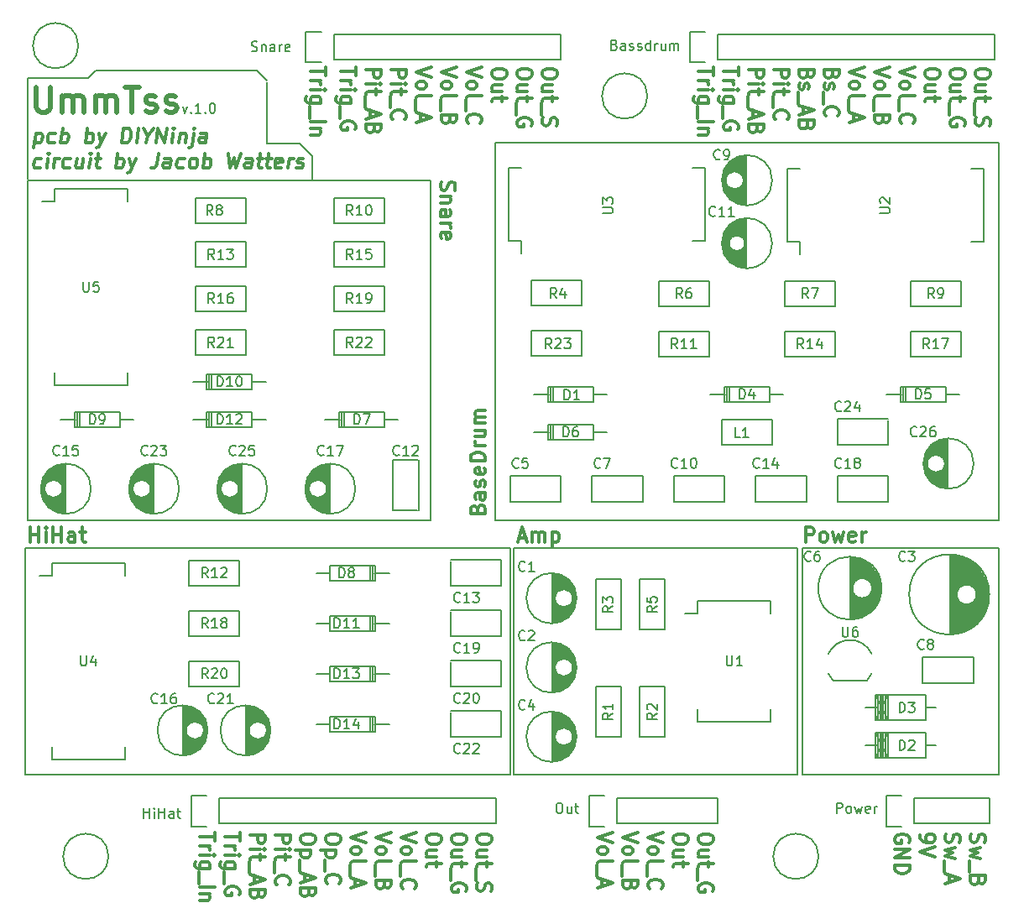
<source format=gbr>
G04 #@! TF.FileFunction,Legend,Top*
%FSLAX46Y46*%
G04 Gerber Fmt 4.6, Leading zero omitted, Abs format (unit mm)*
G04 Created by KiCad (PCBNEW 4.0.2+e4-6225~38~ubuntu14.04.1-stable) date Sa 25 Jun 2016 13:19:29 CEST*
%MOMM*%
G01*
G04 APERTURE LIST*
%ADD10C,0.100000*%
%ADD11C,0.200000*%
%ADD12C,0.300000*%
%ADD13C,0.150000*%
%ADD14C,0.500000*%
G04 APERTURE END LIST*
D10*
D11*
X59436000Y-46482000D02*
X59436000Y-46990000D01*
X30734000Y-36830000D02*
X30734000Y-46990000D01*
X36830000Y-36830000D02*
X30734000Y-36830000D01*
X37592000Y-36068000D02*
X36830000Y-36830000D01*
X53848000Y-36068000D02*
X37592000Y-36068000D01*
X54864000Y-37084000D02*
X53848000Y-36068000D01*
X59436000Y-44704000D02*
X59436000Y-46482000D01*
X58166000Y-43434000D02*
X59436000Y-44704000D01*
X54864000Y-43434000D02*
X58166000Y-43434000D01*
D12*
X31989250Y-45819143D02*
X31837465Y-45890571D01*
X31551751Y-45890571D01*
X31417821Y-45819143D01*
X31355322Y-45747714D01*
X31301750Y-45604857D01*
X31355321Y-45176286D01*
X31444607Y-45033429D01*
X31524964Y-44962000D01*
X31676751Y-44890571D01*
X31962465Y-44890571D01*
X32096393Y-44962000D01*
X32623179Y-45890571D02*
X32748179Y-44890571D01*
X32810679Y-44390571D02*
X32730321Y-44462000D01*
X32792821Y-44533429D01*
X32873178Y-44462000D01*
X32810679Y-44390571D01*
X32792821Y-44533429D01*
X33337465Y-45890571D02*
X33462465Y-44890571D01*
X33426750Y-45176286D02*
X33516035Y-45033429D01*
X33596393Y-44962000D01*
X33748179Y-44890571D01*
X33891036Y-44890571D01*
X34917821Y-45819143D02*
X34766036Y-45890571D01*
X34480322Y-45890571D01*
X34346392Y-45819143D01*
X34283893Y-45747714D01*
X34230321Y-45604857D01*
X34283892Y-45176286D01*
X34373178Y-45033429D01*
X34453535Y-44962000D01*
X34605322Y-44890571D01*
X34891036Y-44890571D01*
X35024964Y-44962000D01*
X36319607Y-44890571D02*
X36194607Y-45890571D01*
X35676750Y-44890571D02*
X35578535Y-45676286D01*
X35632106Y-45819143D01*
X35766036Y-45890571D01*
X35980321Y-45890571D01*
X36132106Y-45819143D01*
X36212464Y-45747714D01*
X36908893Y-45890571D02*
X37033893Y-44890571D01*
X37096393Y-44390571D02*
X37016035Y-44462000D01*
X37078535Y-44533429D01*
X37158892Y-44462000D01*
X37096393Y-44390571D01*
X37078535Y-44533429D01*
X37533893Y-44890571D02*
X38105322Y-44890571D01*
X37810679Y-44390571D02*
X37649964Y-45676286D01*
X37703535Y-45819143D01*
X37837465Y-45890571D01*
X37980322Y-45890571D01*
X39623179Y-45890571D02*
X39810679Y-44390571D01*
X39739250Y-44962000D02*
X39891036Y-44890571D01*
X40176750Y-44890571D01*
X40310678Y-44962000D01*
X40373178Y-45033429D01*
X40426750Y-45176286D01*
X40373179Y-45604857D01*
X40283893Y-45747714D01*
X40203535Y-45819143D01*
X40051750Y-45890571D01*
X39766036Y-45890571D01*
X39632107Y-45819143D01*
X40962465Y-44890571D02*
X41194608Y-45890571D01*
X41676750Y-44890571D02*
X41194608Y-45890571D01*
X41007107Y-46247714D01*
X40926750Y-46319143D01*
X40774965Y-46390571D01*
X43882107Y-44390571D02*
X43748178Y-45462000D01*
X43649964Y-45676286D01*
X43489250Y-45819143D01*
X43266036Y-45890571D01*
X43123179Y-45890571D01*
X45051750Y-45890571D02*
X45149964Y-45104857D01*
X45096392Y-44962000D01*
X44962464Y-44890571D01*
X44676750Y-44890571D01*
X44524964Y-44962000D01*
X45060678Y-45819143D02*
X44908893Y-45890571D01*
X44551750Y-45890571D01*
X44417821Y-45819143D01*
X44364249Y-45676286D01*
X44382106Y-45533429D01*
X44471393Y-45390571D01*
X44623178Y-45319143D01*
X44980321Y-45319143D01*
X45132107Y-45247714D01*
X46417821Y-45819143D02*
X46266036Y-45890571D01*
X45980322Y-45890571D01*
X45846392Y-45819143D01*
X45783893Y-45747714D01*
X45730321Y-45604857D01*
X45783892Y-45176286D01*
X45873178Y-45033429D01*
X45953535Y-44962000D01*
X46105322Y-44890571D01*
X46391036Y-44890571D01*
X46524964Y-44962000D01*
X47266036Y-45890571D02*
X47132106Y-45819143D01*
X47069607Y-45747714D01*
X47016035Y-45604857D01*
X47069606Y-45176286D01*
X47158892Y-45033429D01*
X47239249Y-44962000D01*
X47391036Y-44890571D01*
X47605321Y-44890571D01*
X47739249Y-44962000D01*
X47801749Y-45033429D01*
X47855321Y-45176286D01*
X47801750Y-45604857D01*
X47712464Y-45747714D01*
X47632106Y-45819143D01*
X47480321Y-45890571D01*
X47266036Y-45890571D01*
X48408893Y-45890571D02*
X48596393Y-44390571D01*
X48524964Y-44962000D02*
X48676750Y-44890571D01*
X48962464Y-44890571D01*
X49096392Y-44962000D01*
X49158892Y-45033429D01*
X49212464Y-45176286D01*
X49158893Y-45604857D01*
X49069607Y-45747714D01*
X48989249Y-45819143D01*
X48837464Y-45890571D01*
X48551750Y-45890571D01*
X48417821Y-45819143D01*
X50953536Y-44390571D02*
X51123179Y-45890571D01*
X51542821Y-44819143D01*
X51694607Y-45890571D01*
X52239250Y-44390571D01*
X53266036Y-45890571D02*
X53364250Y-45104857D01*
X53310678Y-44962000D01*
X53176750Y-44890571D01*
X52891036Y-44890571D01*
X52739250Y-44962000D01*
X53274964Y-45819143D02*
X53123179Y-45890571D01*
X52766036Y-45890571D01*
X52632107Y-45819143D01*
X52578535Y-45676286D01*
X52596392Y-45533429D01*
X52685679Y-45390571D01*
X52837464Y-45319143D01*
X53194607Y-45319143D01*
X53346393Y-45247714D01*
X53891036Y-44890571D02*
X54462465Y-44890571D01*
X54167822Y-44390571D02*
X54007107Y-45676286D01*
X54060678Y-45819143D01*
X54194608Y-45890571D01*
X54337465Y-45890571D01*
X54748179Y-44890571D02*
X55319608Y-44890571D01*
X55024965Y-44390571D02*
X54864250Y-45676286D01*
X54917821Y-45819143D01*
X55051751Y-45890571D01*
X55194608Y-45890571D01*
X56274964Y-45819143D02*
X56123179Y-45890571D01*
X55837465Y-45890571D01*
X55703536Y-45819143D01*
X55649964Y-45676286D01*
X55721393Y-45104857D01*
X55810679Y-44962000D01*
X55962465Y-44890571D01*
X56248179Y-44890571D01*
X56382107Y-44962000D01*
X56435679Y-45104857D01*
X56417822Y-45247714D01*
X55685679Y-45390571D01*
X56980322Y-45890571D02*
X57105322Y-44890571D01*
X57069607Y-45176286D02*
X57158892Y-45033429D01*
X57239250Y-44962000D01*
X57391036Y-44890571D01*
X57533893Y-44890571D01*
X57846392Y-45819143D02*
X57980321Y-45890571D01*
X58266036Y-45890571D01*
X58417821Y-45819143D01*
X58507106Y-45676286D01*
X58516035Y-45604857D01*
X58462464Y-45462000D01*
X58328536Y-45390571D01*
X58114250Y-45390571D01*
X57980321Y-45319143D01*
X57926749Y-45176286D01*
X57935678Y-45104857D01*
X58024964Y-44962000D01*
X58176750Y-44890571D01*
X58391036Y-44890571D01*
X58524964Y-44962000D01*
X125884857Y-113061714D02*
X125813429Y-113276000D01*
X125813429Y-113633143D01*
X125884857Y-113776000D01*
X125956286Y-113847429D01*
X126099143Y-113918857D01*
X126242000Y-113918857D01*
X126384857Y-113847429D01*
X126456286Y-113776000D01*
X126527714Y-113633143D01*
X126599143Y-113347429D01*
X126670571Y-113204571D01*
X126742000Y-113133143D01*
X126884857Y-113061714D01*
X127027714Y-113061714D01*
X127170571Y-113133143D01*
X127242000Y-113204571D01*
X127313429Y-113347429D01*
X127313429Y-113704571D01*
X127242000Y-113918857D01*
X126813429Y-114418857D02*
X125813429Y-114704571D01*
X126527714Y-114990285D01*
X125813429Y-115276000D01*
X126813429Y-115561714D01*
X125670571Y-115776000D02*
X125670571Y-116918857D01*
X126599143Y-117776000D02*
X126527714Y-117990286D01*
X126456286Y-118061714D01*
X126313429Y-118133143D01*
X126099143Y-118133143D01*
X125956286Y-118061714D01*
X125884857Y-117990286D01*
X125813429Y-117847428D01*
X125813429Y-117276000D01*
X127313429Y-117276000D01*
X127313429Y-117776000D01*
X127242000Y-117918857D01*
X127170571Y-117990286D01*
X127027714Y-118061714D01*
X126884857Y-118061714D01*
X126742000Y-117990286D01*
X126670571Y-117918857D01*
X126599143Y-117776000D01*
X126599143Y-117276000D01*
X123344857Y-113061714D02*
X123273429Y-113276000D01*
X123273429Y-113633143D01*
X123344857Y-113776000D01*
X123416286Y-113847429D01*
X123559143Y-113918857D01*
X123702000Y-113918857D01*
X123844857Y-113847429D01*
X123916286Y-113776000D01*
X123987714Y-113633143D01*
X124059143Y-113347429D01*
X124130571Y-113204571D01*
X124202000Y-113133143D01*
X124344857Y-113061714D01*
X124487714Y-113061714D01*
X124630571Y-113133143D01*
X124702000Y-113204571D01*
X124773429Y-113347429D01*
X124773429Y-113704571D01*
X124702000Y-113918857D01*
X124273429Y-114418857D02*
X123273429Y-114704571D01*
X123987714Y-114990285D01*
X123273429Y-115276000D01*
X124273429Y-115561714D01*
X123130571Y-115776000D02*
X123130571Y-116918857D01*
X123702000Y-117204571D02*
X123702000Y-117918857D01*
X123273429Y-117061714D02*
X124773429Y-117561714D01*
X123273429Y-118061714D01*
X120733429Y-113204571D02*
X120733429Y-113490286D01*
X120804857Y-113633143D01*
X120876286Y-113704571D01*
X121090571Y-113847429D01*
X121376286Y-113918857D01*
X121947714Y-113918857D01*
X122090571Y-113847429D01*
X122162000Y-113776000D01*
X122233429Y-113633143D01*
X122233429Y-113347429D01*
X122162000Y-113204571D01*
X122090571Y-113133143D01*
X121947714Y-113061714D01*
X121590571Y-113061714D01*
X121447714Y-113133143D01*
X121376286Y-113204571D01*
X121304857Y-113347429D01*
X121304857Y-113633143D01*
X121376286Y-113776000D01*
X121447714Y-113847429D01*
X121590571Y-113918857D01*
X122233429Y-114347428D02*
X120733429Y-114847428D01*
X122233429Y-115347428D01*
X119622000Y-113918857D02*
X119693429Y-113776000D01*
X119693429Y-113561714D01*
X119622000Y-113347429D01*
X119479143Y-113204571D01*
X119336286Y-113133143D01*
X119050571Y-113061714D01*
X118836286Y-113061714D01*
X118550571Y-113133143D01*
X118407714Y-113204571D01*
X118264857Y-113347429D01*
X118193429Y-113561714D01*
X118193429Y-113704571D01*
X118264857Y-113918857D01*
X118336286Y-113990286D01*
X118836286Y-113990286D01*
X118836286Y-113704571D01*
X118193429Y-114633143D02*
X119693429Y-114633143D01*
X118193429Y-115490286D01*
X119693429Y-115490286D01*
X118193429Y-116204572D02*
X119693429Y-116204572D01*
X119693429Y-116561715D01*
X119622000Y-116776000D01*
X119479143Y-116918858D01*
X119336286Y-116990286D01*
X119050571Y-117061715D01*
X118836286Y-117061715D01*
X118550571Y-116990286D01*
X118407714Y-116918858D01*
X118264857Y-116776000D01*
X118193429Y-116561715D01*
X118193429Y-116204572D01*
X99881429Y-113418857D02*
X99881429Y-113704571D01*
X99810000Y-113847429D01*
X99667143Y-113990286D01*
X99381429Y-114061714D01*
X98881429Y-114061714D01*
X98595714Y-113990286D01*
X98452857Y-113847429D01*
X98381429Y-113704571D01*
X98381429Y-113418857D01*
X98452857Y-113276000D01*
X98595714Y-113133143D01*
X98881429Y-113061714D01*
X99381429Y-113061714D01*
X99667143Y-113133143D01*
X99810000Y-113276000D01*
X99881429Y-113418857D01*
X99381429Y-115347429D02*
X98381429Y-115347429D01*
X99381429Y-114704572D02*
X98595714Y-114704572D01*
X98452857Y-114776000D01*
X98381429Y-114918858D01*
X98381429Y-115133143D01*
X98452857Y-115276000D01*
X98524286Y-115347429D01*
X99381429Y-115847429D02*
X99381429Y-116418858D01*
X99881429Y-116061715D02*
X98595714Y-116061715D01*
X98452857Y-116133143D01*
X98381429Y-116276001D01*
X98381429Y-116418858D01*
X98238571Y-116561715D02*
X98238571Y-117704572D01*
X99810000Y-118847429D02*
X99881429Y-118704572D01*
X99881429Y-118490286D01*
X99810000Y-118276001D01*
X99667143Y-118133143D01*
X99524286Y-118061715D01*
X99238571Y-117990286D01*
X99024286Y-117990286D01*
X98738571Y-118061715D01*
X98595714Y-118133143D01*
X98452857Y-118276001D01*
X98381429Y-118490286D01*
X98381429Y-118633143D01*
X98452857Y-118847429D01*
X98524286Y-118918858D01*
X99024286Y-118918858D01*
X99024286Y-118633143D01*
X97341429Y-113418857D02*
X97341429Y-113704571D01*
X97270000Y-113847429D01*
X97127143Y-113990286D01*
X96841429Y-114061714D01*
X96341429Y-114061714D01*
X96055714Y-113990286D01*
X95912857Y-113847429D01*
X95841429Y-113704571D01*
X95841429Y-113418857D01*
X95912857Y-113276000D01*
X96055714Y-113133143D01*
X96341429Y-113061714D01*
X96841429Y-113061714D01*
X97127143Y-113133143D01*
X97270000Y-113276000D01*
X97341429Y-113418857D01*
X96841429Y-115347429D02*
X95841429Y-115347429D01*
X96841429Y-114704572D02*
X96055714Y-114704572D01*
X95912857Y-114776000D01*
X95841429Y-114918858D01*
X95841429Y-115133143D01*
X95912857Y-115276000D01*
X95984286Y-115347429D01*
X96841429Y-115847429D02*
X96841429Y-116418858D01*
X97341429Y-116061715D02*
X96055714Y-116061715D01*
X95912857Y-116133143D01*
X95841429Y-116276001D01*
X95841429Y-116418858D01*
X94801429Y-112918857D02*
X93301429Y-113418857D01*
X94801429Y-113918857D01*
X93301429Y-114633143D02*
X93372857Y-114490285D01*
X93444286Y-114418857D01*
X93587143Y-114347428D01*
X94015714Y-114347428D01*
X94158571Y-114418857D01*
X94230000Y-114490285D01*
X94301429Y-114633143D01*
X94301429Y-114847428D01*
X94230000Y-114990285D01*
X94158571Y-115061714D01*
X94015714Y-115133143D01*
X93587143Y-115133143D01*
X93444286Y-115061714D01*
X93372857Y-114990285D01*
X93301429Y-114847428D01*
X93301429Y-114633143D01*
X93301429Y-115990286D02*
X93372857Y-115847428D01*
X93515714Y-115776000D01*
X94801429Y-115776000D01*
X93158571Y-116204571D02*
X93158571Y-117347428D01*
X93444286Y-118561714D02*
X93372857Y-118490285D01*
X93301429Y-118275999D01*
X93301429Y-118133142D01*
X93372857Y-117918857D01*
X93515714Y-117775999D01*
X93658571Y-117704571D01*
X93944286Y-117633142D01*
X94158571Y-117633142D01*
X94444286Y-117704571D01*
X94587143Y-117775999D01*
X94730000Y-117918857D01*
X94801429Y-118133142D01*
X94801429Y-118275999D01*
X94730000Y-118490285D01*
X94658571Y-118561714D01*
X92261429Y-112918857D02*
X90761429Y-113418857D01*
X92261429Y-113918857D01*
X90761429Y-114633143D02*
X90832857Y-114490285D01*
X90904286Y-114418857D01*
X91047143Y-114347428D01*
X91475714Y-114347428D01*
X91618571Y-114418857D01*
X91690000Y-114490285D01*
X91761429Y-114633143D01*
X91761429Y-114847428D01*
X91690000Y-114990285D01*
X91618571Y-115061714D01*
X91475714Y-115133143D01*
X91047143Y-115133143D01*
X90904286Y-115061714D01*
X90832857Y-114990285D01*
X90761429Y-114847428D01*
X90761429Y-114633143D01*
X90761429Y-115990286D02*
X90832857Y-115847428D01*
X90975714Y-115776000D01*
X92261429Y-115776000D01*
X90618571Y-116204571D02*
X90618571Y-117347428D01*
X91547143Y-118204571D02*
X91475714Y-118418857D01*
X91404286Y-118490285D01*
X91261429Y-118561714D01*
X91047143Y-118561714D01*
X90904286Y-118490285D01*
X90832857Y-118418857D01*
X90761429Y-118275999D01*
X90761429Y-117704571D01*
X92261429Y-117704571D01*
X92261429Y-118204571D01*
X92190000Y-118347428D01*
X92118571Y-118418857D01*
X91975714Y-118490285D01*
X91832857Y-118490285D01*
X91690000Y-118418857D01*
X91618571Y-118347428D01*
X91547143Y-118204571D01*
X91547143Y-117704571D01*
X89721429Y-112918857D02*
X88221429Y-113418857D01*
X89721429Y-113918857D01*
X88221429Y-114633143D02*
X88292857Y-114490285D01*
X88364286Y-114418857D01*
X88507143Y-114347428D01*
X88935714Y-114347428D01*
X89078571Y-114418857D01*
X89150000Y-114490285D01*
X89221429Y-114633143D01*
X89221429Y-114847428D01*
X89150000Y-114990285D01*
X89078571Y-115061714D01*
X88935714Y-115133143D01*
X88507143Y-115133143D01*
X88364286Y-115061714D01*
X88292857Y-114990285D01*
X88221429Y-114847428D01*
X88221429Y-114633143D01*
X88221429Y-115990286D02*
X88292857Y-115847428D01*
X88435714Y-115776000D01*
X89721429Y-115776000D01*
X88078571Y-116204571D02*
X88078571Y-117347428D01*
X88650000Y-117633142D02*
X88650000Y-118347428D01*
X88221429Y-117490285D02*
X89721429Y-117990285D01*
X88221429Y-118490285D01*
X77529429Y-113418857D02*
X77529429Y-113704571D01*
X77458000Y-113847429D01*
X77315143Y-113990286D01*
X77029429Y-114061714D01*
X76529429Y-114061714D01*
X76243714Y-113990286D01*
X76100857Y-113847429D01*
X76029429Y-113704571D01*
X76029429Y-113418857D01*
X76100857Y-113276000D01*
X76243714Y-113133143D01*
X76529429Y-113061714D01*
X77029429Y-113061714D01*
X77315143Y-113133143D01*
X77458000Y-113276000D01*
X77529429Y-113418857D01*
X77029429Y-115347429D02*
X76029429Y-115347429D01*
X77029429Y-114704572D02*
X76243714Y-114704572D01*
X76100857Y-114776000D01*
X76029429Y-114918858D01*
X76029429Y-115133143D01*
X76100857Y-115276000D01*
X76172286Y-115347429D01*
X77029429Y-115847429D02*
X77029429Y-116418858D01*
X77529429Y-116061715D02*
X76243714Y-116061715D01*
X76100857Y-116133143D01*
X76029429Y-116276001D01*
X76029429Y-116418858D01*
X75886571Y-116561715D02*
X75886571Y-117704572D01*
X76100857Y-117990286D02*
X76029429Y-118204572D01*
X76029429Y-118561715D01*
X76100857Y-118704572D01*
X76172286Y-118776001D01*
X76315143Y-118847429D01*
X76458000Y-118847429D01*
X76600857Y-118776001D01*
X76672286Y-118704572D01*
X76743714Y-118561715D01*
X76815143Y-118276001D01*
X76886571Y-118133143D01*
X76958000Y-118061715D01*
X77100857Y-117990286D01*
X77243714Y-117990286D01*
X77386571Y-118061715D01*
X77458000Y-118133143D01*
X77529429Y-118276001D01*
X77529429Y-118633143D01*
X77458000Y-118847429D01*
X74989429Y-113418857D02*
X74989429Y-113704571D01*
X74918000Y-113847429D01*
X74775143Y-113990286D01*
X74489429Y-114061714D01*
X73989429Y-114061714D01*
X73703714Y-113990286D01*
X73560857Y-113847429D01*
X73489429Y-113704571D01*
X73489429Y-113418857D01*
X73560857Y-113276000D01*
X73703714Y-113133143D01*
X73989429Y-113061714D01*
X74489429Y-113061714D01*
X74775143Y-113133143D01*
X74918000Y-113276000D01*
X74989429Y-113418857D01*
X74489429Y-115347429D02*
X73489429Y-115347429D01*
X74489429Y-114704572D02*
X73703714Y-114704572D01*
X73560857Y-114776000D01*
X73489429Y-114918858D01*
X73489429Y-115133143D01*
X73560857Y-115276000D01*
X73632286Y-115347429D01*
X74489429Y-115847429D02*
X74489429Y-116418858D01*
X74989429Y-116061715D02*
X73703714Y-116061715D01*
X73560857Y-116133143D01*
X73489429Y-116276001D01*
X73489429Y-116418858D01*
X73346571Y-116561715D02*
X73346571Y-117704572D01*
X74918000Y-118847429D02*
X74989429Y-118704572D01*
X74989429Y-118490286D01*
X74918000Y-118276001D01*
X74775143Y-118133143D01*
X74632286Y-118061715D01*
X74346571Y-117990286D01*
X74132286Y-117990286D01*
X73846571Y-118061715D01*
X73703714Y-118133143D01*
X73560857Y-118276001D01*
X73489429Y-118490286D01*
X73489429Y-118633143D01*
X73560857Y-118847429D01*
X73632286Y-118918858D01*
X74132286Y-118918858D01*
X74132286Y-118633143D01*
X72449429Y-113418857D02*
X72449429Y-113704571D01*
X72378000Y-113847429D01*
X72235143Y-113990286D01*
X71949429Y-114061714D01*
X71449429Y-114061714D01*
X71163714Y-113990286D01*
X71020857Y-113847429D01*
X70949429Y-113704571D01*
X70949429Y-113418857D01*
X71020857Y-113276000D01*
X71163714Y-113133143D01*
X71449429Y-113061714D01*
X71949429Y-113061714D01*
X72235143Y-113133143D01*
X72378000Y-113276000D01*
X72449429Y-113418857D01*
X71949429Y-115347429D02*
X70949429Y-115347429D01*
X71949429Y-114704572D02*
X71163714Y-114704572D01*
X71020857Y-114776000D01*
X70949429Y-114918858D01*
X70949429Y-115133143D01*
X71020857Y-115276000D01*
X71092286Y-115347429D01*
X71949429Y-115847429D02*
X71949429Y-116418858D01*
X72449429Y-116061715D02*
X71163714Y-116061715D01*
X71020857Y-116133143D01*
X70949429Y-116276001D01*
X70949429Y-116418858D01*
X69909429Y-112918857D02*
X68409429Y-113418857D01*
X69909429Y-113918857D01*
X68409429Y-114633143D02*
X68480857Y-114490285D01*
X68552286Y-114418857D01*
X68695143Y-114347428D01*
X69123714Y-114347428D01*
X69266571Y-114418857D01*
X69338000Y-114490285D01*
X69409429Y-114633143D01*
X69409429Y-114847428D01*
X69338000Y-114990285D01*
X69266571Y-115061714D01*
X69123714Y-115133143D01*
X68695143Y-115133143D01*
X68552286Y-115061714D01*
X68480857Y-114990285D01*
X68409429Y-114847428D01*
X68409429Y-114633143D01*
X68409429Y-115990286D02*
X68480857Y-115847428D01*
X68623714Y-115776000D01*
X69909429Y-115776000D01*
X68266571Y-116204571D02*
X68266571Y-117347428D01*
X68552286Y-118561714D02*
X68480857Y-118490285D01*
X68409429Y-118275999D01*
X68409429Y-118133142D01*
X68480857Y-117918857D01*
X68623714Y-117775999D01*
X68766571Y-117704571D01*
X69052286Y-117633142D01*
X69266571Y-117633142D01*
X69552286Y-117704571D01*
X69695143Y-117775999D01*
X69838000Y-117918857D01*
X69909429Y-118133142D01*
X69909429Y-118275999D01*
X69838000Y-118490285D01*
X69766571Y-118561714D01*
X67369429Y-112918857D02*
X65869429Y-113418857D01*
X67369429Y-113918857D01*
X65869429Y-114633143D02*
X65940857Y-114490285D01*
X66012286Y-114418857D01*
X66155143Y-114347428D01*
X66583714Y-114347428D01*
X66726571Y-114418857D01*
X66798000Y-114490285D01*
X66869429Y-114633143D01*
X66869429Y-114847428D01*
X66798000Y-114990285D01*
X66726571Y-115061714D01*
X66583714Y-115133143D01*
X66155143Y-115133143D01*
X66012286Y-115061714D01*
X65940857Y-114990285D01*
X65869429Y-114847428D01*
X65869429Y-114633143D01*
X65869429Y-115990286D02*
X65940857Y-115847428D01*
X66083714Y-115776000D01*
X67369429Y-115776000D01*
X65726571Y-116204571D02*
X65726571Y-117347428D01*
X66655143Y-118204571D02*
X66583714Y-118418857D01*
X66512286Y-118490285D01*
X66369429Y-118561714D01*
X66155143Y-118561714D01*
X66012286Y-118490285D01*
X65940857Y-118418857D01*
X65869429Y-118275999D01*
X65869429Y-117704571D01*
X67369429Y-117704571D01*
X67369429Y-118204571D01*
X67298000Y-118347428D01*
X67226571Y-118418857D01*
X67083714Y-118490285D01*
X66940857Y-118490285D01*
X66798000Y-118418857D01*
X66726571Y-118347428D01*
X66655143Y-118204571D01*
X66655143Y-117704571D01*
X64829429Y-112918857D02*
X63329429Y-113418857D01*
X64829429Y-113918857D01*
X63329429Y-114633143D02*
X63400857Y-114490285D01*
X63472286Y-114418857D01*
X63615143Y-114347428D01*
X64043714Y-114347428D01*
X64186571Y-114418857D01*
X64258000Y-114490285D01*
X64329429Y-114633143D01*
X64329429Y-114847428D01*
X64258000Y-114990285D01*
X64186571Y-115061714D01*
X64043714Y-115133143D01*
X63615143Y-115133143D01*
X63472286Y-115061714D01*
X63400857Y-114990285D01*
X63329429Y-114847428D01*
X63329429Y-114633143D01*
X63329429Y-115990286D02*
X63400857Y-115847428D01*
X63543714Y-115776000D01*
X64829429Y-115776000D01*
X63186571Y-116204571D02*
X63186571Y-117347428D01*
X63758000Y-117633142D02*
X63758000Y-118347428D01*
X63329429Y-117490285D02*
X64829429Y-117990285D01*
X63329429Y-118490285D01*
X62289429Y-113418857D02*
X62289429Y-113704571D01*
X62218000Y-113847429D01*
X62075143Y-113990286D01*
X61789429Y-114061714D01*
X61289429Y-114061714D01*
X61003714Y-113990286D01*
X60860857Y-113847429D01*
X60789429Y-113704571D01*
X60789429Y-113418857D01*
X60860857Y-113276000D01*
X61003714Y-113133143D01*
X61289429Y-113061714D01*
X61789429Y-113061714D01*
X62075143Y-113133143D01*
X62218000Y-113276000D01*
X62289429Y-113418857D01*
X61789429Y-114704572D02*
X60289429Y-114704572D01*
X61718000Y-114704572D02*
X61789429Y-114847429D01*
X61789429Y-115133143D01*
X61718000Y-115276000D01*
X61646571Y-115347429D01*
X61503714Y-115418858D01*
X61075143Y-115418858D01*
X60932286Y-115347429D01*
X60860857Y-115276000D01*
X60789429Y-115133143D01*
X60789429Y-114847429D01*
X60860857Y-114704572D01*
X60646571Y-115704572D02*
X60646571Y-116847429D01*
X60932286Y-118061715D02*
X60860857Y-117990286D01*
X60789429Y-117776000D01*
X60789429Y-117633143D01*
X60860857Y-117418858D01*
X61003714Y-117276000D01*
X61146571Y-117204572D01*
X61432286Y-117133143D01*
X61646571Y-117133143D01*
X61932286Y-117204572D01*
X62075143Y-117276000D01*
X62218000Y-117418858D01*
X62289429Y-117633143D01*
X62289429Y-117776000D01*
X62218000Y-117990286D01*
X62146571Y-118061715D01*
X59749429Y-113418857D02*
X59749429Y-113704571D01*
X59678000Y-113847429D01*
X59535143Y-113990286D01*
X59249429Y-114061714D01*
X58749429Y-114061714D01*
X58463714Y-113990286D01*
X58320857Y-113847429D01*
X58249429Y-113704571D01*
X58249429Y-113418857D01*
X58320857Y-113276000D01*
X58463714Y-113133143D01*
X58749429Y-113061714D01*
X59249429Y-113061714D01*
X59535143Y-113133143D01*
X59678000Y-113276000D01*
X59749429Y-113418857D01*
X59249429Y-114704572D02*
X57749429Y-114704572D01*
X59178000Y-114704572D02*
X59249429Y-114847429D01*
X59249429Y-115133143D01*
X59178000Y-115276000D01*
X59106571Y-115347429D01*
X58963714Y-115418858D01*
X58535143Y-115418858D01*
X58392286Y-115347429D01*
X58320857Y-115276000D01*
X58249429Y-115133143D01*
X58249429Y-114847429D01*
X58320857Y-114704572D01*
X58106571Y-115704572D02*
X58106571Y-116847429D01*
X58678000Y-117133143D02*
X58678000Y-117847429D01*
X58249429Y-116990286D02*
X59749429Y-117490286D01*
X58249429Y-117990286D01*
X59035143Y-118990286D02*
X58963714Y-119204572D01*
X58892286Y-119276000D01*
X58749429Y-119347429D01*
X58535143Y-119347429D01*
X58392286Y-119276000D01*
X58320857Y-119204572D01*
X58249429Y-119061714D01*
X58249429Y-118490286D01*
X59749429Y-118490286D01*
X59749429Y-118990286D01*
X59678000Y-119133143D01*
X59606571Y-119204572D01*
X59463714Y-119276000D01*
X59320857Y-119276000D01*
X59178000Y-119204572D01*
X59106571Y-119133143D01*
X59035143Y-118990286D01*
X59035143Y-118490286D01*
X55709429Y-113133143D02*
X57209429Y-113133143D01*
X57209429Y-113704571D01*
X57138000Y-113847429D01*
X57066571Y-113918857D01*
X56923714Y-113990286D01*
X56709429Y-113990286D01*
X56566571Y-113918857D01*
X56495143Y-113847429D01*
X56423714Y-113704571D01*
X56423714Y-113133143D01*
X55709429Y-114633143D02*
X56709429Y-114633143D01*
X57209429Y-114633143D02*
X57138000Y-114561714D01*
X57066571Y-114633143D01*
X57138000Y-114704571D01*
X57209429Y-114633143D01*
X57066571Y-114633143D01*
X56709429Y-115133143D02*
X56709429Y-115704572D01*
X57209429Y-115347429D02*
X55923714Y-115347429D01*
X55780857Y-115418857D01*
X55709429Y-115561715D01*
X55709429Y-115704572D01*
X55566571Y-115847429D02*
X55566571Y-116990286D01*
X55852286Y-118204572D02*
X55780857Y-118133143D01*
X55709429Y-117918857D01*
X55709429Y-117776000D01*
X55780857Y-117561715D01*
X55923714Y-117418857D01*
X56066571Y-117347429D01*
X56352286Y-117276000D01*
X56566571Y-117276000D01*
X56852286Y-117347429D01*
X56995143Y-117418857D01*
X57138000Y-117561715D01*
X57209429Y-117776000D01*
X57209429Y-117918857D01*
X57138000Y-118133143D01*
X57066571Y-118204572D01*
X53169429Y-113133143D02*
X54669429Y-113133143D01*
X54669429Y-113704571D01*
X54598000Y-113847429D01*
X54526571Y-113918857D01*
X54383714Y-113990286D01*
X54169429Y-113990286D01*
X54026571Y-113918857D01*
X53955143Y-113847429D01*
X53883714Y-113704571D01*
X53883714Y-113133143D01*
X53169429Y-114633143D02*
X54169429Y-114633143D01*
X54669429Y-114633143D02*
X54598000Y-114561714D01*
X54526571Y-114633143D01*
X54598000Y-114704571D01*
X54669429Y-114633143D01*
X54526571Y-114633143D01*
X54169429Y-115133143D02*
X54169429Y-115704572D01*
X54669429Y-115347429D02*
X53383714Y-115347429D01*
X53240857Y-115418857D01*
X53169429Y-115561715D01*
X53169429Y-115704572D01*
X53026571Y-115847429D02*
X53026571Y-116990286D01*
X53598000Y-117276000D02*
X53598000Y-117990286D01*
X53169429Y-117133143D02*
X54669429Y-117633143D01*
X53169429Y-118133143D01*
X53955143Y-119133143D02*
X53883714Y-119347429D01*
X53812286Y-119418857D01*
X53669429Y-119490286D01*
X53455143Y-119490286D01*
X53312286Y-119418857D01*
X53240857Y-119347429D01*
X53169429Y-119204571D01*
X53169429Y-118633143D01*
X54669429Y-118633143D01*
X54669429Y-119133143D01*
X54598000Y-119276000D01*
X54526571Y-119347429D01*
X54383714Y-119418857D01*
X54240857Y-119418857D01*
X54098000Y-119347429D01*
X54026571Y-119276000D01*
X53955143Y-119133143D01*
X53955143Y-118633143D01*
X52129429Y-112918857D02*
X52129429Y-113776000D01*
X50629429Y-113347429D02*
X52129429Y-113347429D01*
X50629429Y-114276000D02*
X51629429Y-114276000D01*
X51343714Y-114276000D02*
X51486571Y-114347428D01*
X51558000Y-114418857D01*
X51629429Y-114561714D01*
X51629429Y-114704571D01*
X50629429Y-115204571D02*
X51629429Y-115204571D01*
X52129429Y-115204571D02*
X52058000Y-115133142D01*
X51986571Y-115204571D01*
X52058000Y-115275999D01*
X52129429Y-115204571D01*
X51986571Y-115204571D01*
X51629429Y-116561714D02*
X50415143Y-116561714D01*
X50272286Y-116490285D01*
X50200857Y-116418857D01*
X50129429Y-116276000D01*
X50129429Y-116061714D01*
X50200857Y-115918857D01*
X50700857Y-116561714D02*
X50629429Y-116418857D01*
X50629429Y-116133143D01*
X50700857Y-115990285D01*
X50772286Y-115918857D01*
X50915143Y-115847428D01*
X51343714Y-115847428D01*
X51486571Y-115918857D01*
X51558000Y-115990285D01*
X51629429Y-116133143D01*
X51629429Y-116418857D01*
X51558000Y-116561714D01*
X50486571Y-116918857D02*
X50486571Y-118061714D01*
X52058000Y-119204571D02*
X52129429Y-119061714D01*
X52129429Y-118847428D01*
X52058000Y-118633143D01*
X51915143Y-118490285D01*
X51772286Y-118418857D01*
X51486571Y-118347428D01*
X51272286Y-118347428D01*
X50986571Y-118418857D01*
X50843714Y-118490285D01*
X50700857Y-118633143D01*
X50629429Y-118847428D01*
X50629429Y-118990285D01*
X50700857Y-119204571D01*
X50772286Y-119276000D01*
X51272286Y-119276000D01*
X51272286Y-118990285D01*
X49589429Y-112918857D02*
X49589429Y-113776000D01*
X48089429Y-113347429D02*
X49589429Y-113347429D01*
X48089429Y-114276000D02*
X49089429Y-114276000D01*
X48803714Y-114276000D02*
X48946571Y-114347428D01*
X49018000Y-114418857D01*
X49089429Y-114561714D01*
X49089429Y-114704571D01*
X48089429Y-115204571D02*
X49089429Y-115204571D01*
X49589429Y-115204571D02*
X49518000Y-115133142D01*
X49446571Y-115204571D01*
X49518000Y-115275999D01*
X49589429Y-115204571D01*
X49446571Y-115204571D01*
X49089429Y-116561714D02*
X47875143Y-116561714D01*
X47732286Y-116490285D01*
X47660857Y-116418857D01*
X47589429Y-116276000D01*
X47589429Y-116061714D01*
X47660857Y-115918857D01*
X48160857Y-116561714D02*
X48089429Y-116418857D01*
X48089429Y-116133143D01*
X48160857Y-115990285D01*
X48232286Y-115918857D01*
X48375143Y-115847428D01*
X48803714Y-115847428D01*
X48946571Y-115918857D01*
X49018000Y-115990285D01*
X49089429Y-116133143D01*
X49089429Y-116418857D01*
X49018000Y-116561714D01*
X47946571Y-116918857D02*
X47946571Y-118061714D01*
X48089429Y-118418857D02*
X49589429Y-118418857D01*
X49089429Y-119133143D02*
X48089429Y-119133143D01*
X48946571Y-119133143D02*
X49018000Y-119204571D01*
X49089429Y-119347429D01*
X49089429Y-119561714D01*
X49018000Y-119704571D01*
X48875143Y-119776000D01*
X48089429Y-119776000D01*
X111867143Y-36417143D02*
X111795714Y-36631429D01*
X111724286Y-36702857D01*
X111581429Y-36774286D01*
X111367143Y-36774286D01*
X111224286Y-36702857D01*
X111152857Y-36631429D01*
X111081429Y-36488571D01*
X111081429Y-35917143D01*
X112581429Y-35917143D01*
X112581429Y-36417143D01*
X112510000Y-36560000D01*
X112438571Y-36631429D01*
X112295714Y-36702857D01*
X112152857Y-36702857D01*
X112010000Y-36631429D01*
X111938571Y-36560000D01*
X111867143Y-36417143D01*
X111867143Y-35917143D01*
X111152857Y-37345714D02*
X111081429Y-37488571D01*
X111081429Y-37774286D01*
X111152857Y-37917143D01*
X111295714Y-37988571D01*
X111367143Y-37988571D01*
X111510000Y-37917143D01*
X111581429Y-37774286D01*
X111581429Y-37560000D01*
X111652857Y-37417143D01*
X111795714Y-37345714D01*
X111867143Y-37345714D01*
X112010000Y-37417143D01*
X112081429Y-37560000D01*
X112081429Y-37774286D01*
X112010000Y-37917143D01*
X110938571Y-38274286D02*
X110938571Y-39417143D01*
X111224286Y-40631429D02*
X111152857Y-40560000D01*
X111081429Y-40345714D01*
X111081429Y-40202857D01*
X111152857Y-39988572D01*
X111295714Y-39845714D01*
X111438571Y-39774286D01*
X111724286Y-39702857D01*
X111938571Y-39702857D01*
X112224286Y-39774286D01*
X112367143Y-39845714D01*
X112510000Y-39988572D01*
X112581429Y-40202857D01*
X112581429Y-40345714D01*
X112510000Y-40560000D01*
X112438571Y-40631429D01*
X109327143Y-36417143D02*
X109255714Y-36631429D01*
X109184286Y-36702857D01*
X109041429Y-36774286D01*
X108827143Y-36774286D01*
X108684286Y-36702857D01*
X108612857Y-36631429D01*
X108541429Y-36488571D01*
X108541429Y-35917143D01*
X110041429Y-35917143D01*
X110041429Y-36417143D01*
X109970000Y-36560000D01*
X109898571Y-36631429D01*
X109755714Y-36702857D01*
X109612857Y-36702857D01*
X109470000Y-36631429D01*
X109398571Y-36560000D01*
X109327143Y-36417143D01*
X109327143Y-35917143D01*
X108612857Y-37345714D02*
X108541429Y-37488571D01*
X108541429Y-37774286D01*
X108612857Y-37917143D01*
X108755714Y-37988571D01*
X108827143Y-37988571D01*
X108970000Y-37917143D01*
X109041429Y-37774286D01*
X109041429Y-37560000D01*
X109112857Y-37417143D01*
X109255714Y-37345714D01*
X109327143Y-37345714D01*
X109470000Y-37417143D01*
X109541429Y-37560000D01*
X109541429Y-37774286D01*
X109470000Y-37917143D01*
X108398571Y-38274286D02*
X108398571Y-39417143D01*
X108970000Y-39702857D02*
X108970000Y-40417143D01*
X108541429Y-39560000D02*
X110041429Y-40060000D01*
X108541429Y-40560000D01*
X109327143Y-41560000D02*
X109255714Y-41774286D01*
X109184286Y-41845714D01*
X109041429Y-41917143D01*
X108827143Y-41917143D01*
X108684286Y-41845714D01*
X108612857Y-41774286D01*
X108541429Y-41631428D01*
X108541429Y-41060000D01*
X110041429Y-41060000D01*
X110041429Y-41560000D01*
X109970000Y-41702857D01*
X109898571Y-41774286D01*
X109755714Y-41845714D01*
X109612857Y-41845714D01*
X109470000Y-41774286D01*
X109398571Y-41702857D01*
X109327143Y-41560000D01*
X109327143Y-41060000D01*
X127821429Y-36202857D02*
X127821429Y-36488571D01*
X127750000Y-36631429D01*
X127607143Y-36774286D01*
X127321429Y-36845714D01*
X126821429Y-36845714D01*
X126535714Y-36774286D01*
X126392857Y-36631429D01*
X126321429Y-36488571D01*
X126321429Y-36202857D01*
X126392857Y-36060000D01*
X126535714Y-35917143D01*
X126821429Y-35845714D01*
X127321429Y-35845714D01*
X127607143Y-35917143D01*
X127750000Y-36060000D01*
X127821429Y-36202857D01*
X127321429Y-38131429D02*
X126321429Y-38131429D01*
X127321429Y-37488572D02*
X126535714Y-37488572D01*
X126392857Y-37560000D01*
X126321429Y-37702858D01*
X126321429Y-37917143D01*
X126392857Y-38060000D01*
X126464286Y-38131429D01*
X127321429Y-38631429D02*
X127321429Y-39202858D01*
X127821429Y-38845715D02*
X126535714Y-38845715D01*
X126392857Y-38917143D01*
X126321429Y-39060001D01*
X126321429Y-39202858D01*
X126178571Y-39345715D02*
X126178571Y-40488572D01*
X126392857Y-40774286D02*
X126321429Y-40988572D01*
X126321429Y-41345715D01*
X126392857Y-41488572D01*
X126464286Y-41560001D01*
X126607143Y-41631429D01*
X126750000Y-41631429D01*
X126892857Y-41560001D01*
X126964286Y-41488572D01*
X127035714Y-41345715D01*
X127107143Y-41060001D01*
X127178571Y-40917143D01*
X127250000Y-40845715D01*
X127392857Y-40774286D01*
X127535714Y-40774286D01*
X127678571Y-40845715D01*
X127750000Y-40917143D01*
X127821429Y-41060001D01*
X127821429Y-41417143D01*
X127750000Y-41631429D01*
X125281429Y-36202857D02*
X125281429Y-36488571D01*
X125210000Y-36631429D01*
X125067143Y-36774286D01*
X124781429Y-36845714D01*
X124281429Y-36845714D01*
X123995714Y-36774286D01*
X123852857Y-36631429D01*
X123781429Y-36488571D01*
X123781429Y-36202857D01*
X123852857Y-36060000D01*
X123995714Y-35917143D01*
X124281429Y-35845714D01*
X124781429Y-35845714D01*
X125067143Y-35917143D01*
X125210000Y-36060000D01*
X125281429Y-36202857D01*
X124781429Y-38131429D02*
X123781429Y-38131429D01*
X124781429Y-37488572D02*
X123995714Y-37488572D01*
X123852857Y-37560000D01*
X123781429Y-37702858D01*
X123781429Y-37917143D01*
X123852857Y-38060000D01*
X123924286Y-38131429D01*
X124781429Y-38631429D02*
X124781429Y-39202858D01*
X125281429Y-38845715D02*
X123995714Y-38845715D01*
X123852857Y-38917143D01*
X123781429Y-39060001D01*
X123781429Y-39202858D01*
X123638571Y-39345715D02*
X123638571Y-40488572D01*
X125210000Y-41631429D02*
X125281429Y-41488572D01*
X125281429Y-41274286D01*
X125210000Y-41060001D01*
X125067143Y-40917143D01*
X124924286Y-40845715D01*
X124638571Y-40774286D01*
X124424286Y-40774286D01*
X124138571Y-40845715D01*
X123995714Y-40917143D01*
X123852857Y-41060001D01*
X123781429Y-41274286D01*
X123781429Y-41417143D01*
X123852857Y-41631429D01*
X123924286Y-41702858D01*
X124424286Y-41702858D01*
X124424286Y-41417143D01*
X122741429Y-36202857D02*
X122741429Y-36488571D01*
X122670000Y-36631429D01*
X122527143Y-36774286D01*
X122241429Y-36845714D01*
X121741429Y-36845714D01*
X121455714Y-36774286D01*
X121312857Y-36631429D01*
X121241429Y-36488571D01*
X121241429Y-36202857D01*
X121312857Y-36060000D01*
X121455714Y-35917143D01*
X121741429Y-35845714D01*
X122241429Y-35845714D01*
X122527143Y-35917143D01*
X122670000Y-36060000D01*
X122741429Y-36202857D01*
X122241429Y-38131429D02*
X121241429Y-38131429D01*
X122241429Y-37488572D02*
X121455714Y-37488572D01*
X121312857Y-37560000D01*
X121241429Y-37702858D01*
X121241429Y-37917143D01*
X121312857Y-38060000D01*
X121384286Y-38131429D01*
X122241429Y-38631429D02*
X122241429Y-39202858D01*
X122741429Y-38845715D02*
X121455714Y-38845715D01*
X121312857Y-38917143D01*
X121241429Y-39060001D01*
X121241429Y-39202858D01*
X120201429Y-35702857D02*
X118701429Y-36202857D01*
X120201429Y-36702857D01*
X118701429Y-37417143D02*
X118772857Y-37274285D01*
X118844286Y-37202857D01*
X118987143Y-37131428D01*
X119415714Y-37131428D01*
X119558571Y-37202857D01*
X119630000Y-37274285D01*
X119701429Y-37417143D01*
X119701429Y-37631428D01*
X119630000Y-37774285D01*
X119558571Y-37845714D01*
X119415714Y-37917143D01*
X118987143Y-37917143D01*
X118844286Y-37845714D01*
X118772857Y-37774285D01*
X118701429Y-37631428D01*
X118701429Y-37417143D01*
X118701429Y-38774286D02*
X118772857Y-38631428D01*
X118915714Y-38560000D01*
X120201429Y-38560000D01*
X118558571Y-38988571D02*
X118558571Y-40131428D01*
X118844286Y-41345714D02*
X118772857Y-41274285D01*
X118701429Y-41059999D01*
X118701429Y-40917142D01*
X118772857Y-40702857D01*
X118915714Y-40559999D01*
X119058571Y-40488571D01*
X119344286Y-40417142D01*
X119558571Y-40417142D01*
X119844286Y-40488571D01*
X119987143Y-40559999D01*
X120130000Y-40702857D01*
X120201429Y-40917142D01*
X120201429Y-41059999D01*
X120130000Y-41274285D01*
X120058571Y-41345714D01*
X117661429Y-35702857D02*
X116161429Y-36202857D01*
X117661429Y-36702857D01*
X116161429Y-37417143D02*
X116232857Y-37274285D01*
X116304286Y-37202857D01*
X116447143Y-37131428D01*
X116875714Y-37131428D01*
X117018571Y-37202857D01*
X117090000Y-37274285D01*
X117161429Y-37417143D01*
X117161429Y-37631428D01*
X117090000Y-37774285D01*
X117018571Y-37845714D01*
X116875714Y-37917143D01*
X116447143Y-37917143D01*
X116304286Y-37845714D01*
X116232857Y-37774285D01*
X116161429Y-37631428D01*
X116161429Y-37417143D01*
X116161429Y-38774286D02*
X116232857Y-38631428D01*
X116375714Y-38560000D01*
X117661429Y-38560000D01*
X116018571Y-38988571D02*
X116018571Y-40131428D01*
X116947143Y-40988571D02*
X116875714Y-41202857D01*
X116804286Y-41274285D01*
X116661429Y-41345714D01*
X116447143Y-41345714D01*
X116304286Y-41274285D01*
X116232857Y-41202857D01*
X116161429Y-41059999D01*
X116161429Y-40488571D01*
X117661429Y-40488571D01*
X117661429Y-40988571D01*
X117590000Y-41131428D01*
X117518571Y-41202857D01*
X117375714Y-41274285D01*
X117232857Y-41274285D01*
X117090000Y-41202857D01*
X117018571Y-41131428D01*
X116947143Y-40988571D01*
X116947143Y-40488571D01*
X115121429Y-35702857D02*
X113621429Y-36202857D01*
X115121429Y-36702857D01*
X113621429Y-37417143D02*
X113692857Y-37274285D01*
X113764286Y-37202857D01*
X113907143Y-37131428D01*
X114335714Y-37131428D01*
X114478571Y-37202857D01*
X114550000Y-37274285D01*
X114621429Y-37417143D01*
X114621429Y-37631428D01*
X114550000Y-37774285D01*
X114478571Y-37845714D01*
X114335714Y-37917143D01*
X113907143Y-37917143D01*
X113764286Y-37845714D01*
X113692857Y-37774285D01*
X113621429Y-37631428D01*
X113621429Y-37417143D01*
X113621429Y-38774286D02*
X113692857Y-38631428D01*
X113835714Y-38560000D01*
X115121429Y-38560000D01*
X113478571Y-38988571D02*
X113478571Y-40131428D01*
X114050000Y-40417142D02*
X114050000Y-41131428D01*
X113621429Y-40274285D02*
X115121429Y-40774285D01*
X113621429Y-41274285D01*
X106001429Y-35917143D02*
X107501429Y-35917143D01*
X107501429Y-36488571D01*
X107430000Y-36631429D01*
X107358571Y-36702857D01*
X107215714Y-36774286D01*
X107001429Y-36774286D01*
X106858571Y-36702857D01*
X106787143Y-36631429D01*
X106715714Y-36488571D01*
X106715714Y-35917143D01*
X106001429Y-37417143D02*
X107001429Y-37417143D01*
X107501429Y-37417143D02*
X107430000Y-37345714D01*
X107358571Y-37417143D01*
X107430000Y-37488571D01*
X107501429Y-37417143D01*
X107358571Y-37417143D01*
X107001429Y-37917143D02*
X107001429Y-38488572D01*
X107501429Y-38131429D02*
X106215714Y-38131429D01*
X106072857Y-38202857D01*
X106001429Y-38345715D01*
X106001429Y-38488572D01*
X105858571Y-38631429D02*
X105858571Y-39774286D01*
X106144286Y-40988572D02*
X106072857Y-40917143D01*
X106001429Y-40702857D01*
X106001429Y-40560000D01*
X106072857Y-40345715D01*
X106215714Y-40202857D01*
X106358571Y-40131429D01*
X106644286Y-40060000D01*
X106858571Y-40060000D01*
X107144286Y-40131429D01*
X107287143Y-40202857D01*
X107430000Y-40345715D01*
X107501429Y-40560000D01*
X107501429Y-40702857D01*
X107430000Y-40917143D01*
X107358571Y-40988572D01*
X103461429Y-35917143D02*
X104961429Y-35917143D01*
X104961429Y-36488571D01*
X104890000Y-36631429D01*
X104818571Y-36702857D01*
X104675714Y-36774286D01*
X104461429Y-36774286D01*
X104318571Y-36702857D01*
X104247143Y-36631429D01*
X104175714Y-36488571D01*
X104175714Y-35917143D01*
X103461429Y-37417143D02*
X104461429Y-37417143D01*
X104961429Y-37417143D02*
X104890000Y-37345714D01*
X104818571Y-37417143D01*
X104890000Y-37488571D01*
X104961429Y-37417143D01*
X104818571Y-37417143D01*
X104461429Y-37917143D02*
X104461429Y-38488572D01*
X104961429Y-38131429D02*
X103675714Y-38131429D01*
X103532857Y-38202857D01*
X103461429Y-38345715D01*
X103461429Y-38488572D01*
X103318571Y-38631429D02*
X103318571Y-39774286D01*
X103890000Y-40060000D02*
X103890000Y-40774286D01*
X103461429Y-39917143D02*
X104961429Y-40417143D01*
X103461429Y-40917143D01*
X104247143Y-41917143D02*
X104175714Y-42131429D01*
X104104286Y-42202857D01*
X103961429Y-42274286D01*
X103747143Y-42274286D01*
X103604286Y-42202857D01*
X103532857Y-42131429D01*
X103461429Y-41988571D01*
X103461429Y-41417143D01*
X104961429Y-41417143D01*
X104961429Y-41917143D01*
X104890000Y-42060000D01*
X104818571Y-42131429D01*
X104675714Y-42202857D01*
X104532857Y-42202857D01*
X104390000Y-42131429D01*
X104318571Y-42060000D01*
X104247143Y-41917143D01*
X104247143Y-41417143D01*
X102421429Y-35702857D02*
X102421429Y-36560000D01*
X100921429Y-36131429D02*
X102421429Y-36131429D01*
X100921429Y-37060000D02*
X101921429Y-37060000D01*
X101635714Y-37060000D02*
X101778571Y-37131428D01*
X101850000Y-37202857D01*
X101921429Y-37345714D01*
X101921429Y-37488571D01*
X100921429Y-37988571D02*
X101921429Y-37988571D01*
X102421429Y-37988571D02*
X102350000Y-37917142D01*
X102278571Y-37988571D01*
X102350000Y-38059999D01*
X102421429Y-37988571D01*
X102278571Y-37988571D01*
X101921429Y-39345714D02*
X100707143Y-39345714D01*
X100564286Y-39274285D01*
X100492857Y-39202857D01*
X100421429Y-39060000D01*
X100421429Y-38845714D01*
X100492857Y-38702857D01*
X100992857Y-39345714D02*
X100921429Y-39202857D01*
X100921429Y-38917143D01*
X100992857Y-38774285D01*
X101064286Y-38702857D01*
X101207143Y-38631428D01*
X101635714Y-38631428D01*
X101778571Y-38702857D01*
X101850000Y-38774285D01*
X101921429Y-38917143D01*
X101921429Y-39202857D01*
X101850000Y-39345714D01*
X100778571Y-39702857D02*
X100778571Y-40845714D01*
X102350000Y-41988571D02*
X102421429Y-41845714D01*
X102421429Y-41631428D01*
X102350000Y-41417143D01*
X102207143Y-41274285D01*
X102064286Y-41202857D01*
X101778571Y-41131428D01*
X101564286Y-41131428D01*
X101278571Y-41202857D01*
X101135714Y-41274285D01*
X100992857Y-41417143D01*
X100921429Y-41631428D01*
X100921429Y-41774285D01*
X100992857Y-41988571D01*
X101064286Y-42060000D01*
X101564286Y-42060000D01*
X101564286Y-41774285D01*
X99881429Y-35702857D02*
X99881429Y-36560000D01*
X98381429Y-36131429D02*
X99881429Y-36131429D01*
X98381429Y-37060000D02*
X99381429Y-37060000D01*
X99095714Y-37060000D02*
X99238571Y-37131428D01*
X99310000Y-37202857D01*
X99381429Y-37345714D01*
X99381429Y-37488571D01*
X98381429Y-37988571D02*
X99381429Y-37988571D01*
X99881429Y-37988571D02*
X99810000Y-37917142D01*
X99738571Y-37988571D01*
X99810000Y-38059999D01*
X99881429Y-37988571D01*
X99738571Y-37988571D01*
X99381429Y-39345714D02*
X98167143Y-39345714D01*
X98024286Y-39274285D01*
X97952857Y-39202857D01*
X97881429Y-39060000D01*
X97881429Y-38845714D01*
X97952857Y-38702857D01*
X98452857Y-39345714D02*
X98381429Y-39202857D01*
X98381429Y-38917143D01*
X98452857Y-38774285D01*
X98524286Y-38702857D01*
X98667143Y-38631428D01*
X99095714Y-38631428D01*
X99238571Y-38702857D01*
X99310000Y-38774285D01*
X99381429Y-38917143D01*
X99381429Y-39202857D01*
X99310000Y-39345714D01*
X98238571Y-39702857D02*
X98238571Y-40845714D01*
X98381429Y-41202857D02*
X99881429Y-41202857D01*
X99381429Y-41917143D02*
X98381429Y-41917143D01*
X99238571Y-41917143D02*
X99310000Y-41988571D01*
X99381429Y-42131429D01*
X99381429Y-42345714D01*
X99310000Y-42488571D01*
X99167143Y-42560000D01*
X98381429Y-42560000D01*
X84133429Y-36202857D02*
X84133429Y-36488571D01*
X84062000Y-36631429D01*
X83919143Y-36774286D01*
X83633429Y-36845714D01*
X83133429Y-36845714D01*
X82847714Y-36774286D01*
X82704857Y-36631429D01*
X82633429Y-36488571D01*
X82633429Y-36202857D01*
X82704857Y-36060000D01*
X82847714Y-35917143D01*
X83133429Y-35845714D01*
X83633429Y-35845714D01*
X83919143Y-35917143D01*
X84062000Y-36060000D01*
X84133429Y-36202857D01*
X83633429Y-38131429D02*
X82633429Y-38131429D01*
X83633429Y-37488572D02*
X82847714Y-37488572D01*
X82704857Y-37560000D01*
X82633429Y-37702858D01*
X82633429Y-37917143D01*
X82704857Y-38060000D01*
X82776286Y-38131429D01*
X83633429Y-38631429D02*
X83633429Y-39202858D01*
X84133429Y-38845715D02*
X82847714Y-38845715D01*
X82704857Y-38917143D01*
X82633429Y-39060001D01*
X82633429Y-39202858D01*
X82490571Y-39345715D02*
X82490571Y-40488572D01*
X82704857Y-40774286D02*
X82633429Y-40988572D01*
X82633429Y-41345715D01*
X82704857Y-41488572D01*
X82776286Y-41560001D01*
X82919143Y-41631429D01*
X83062000Y-41631429D01*
X83204857Y-41560001D01*
X83276286Y-41488572D01*
X83347714Y-41345715D01*
X83419143Y-41060001D01*
X83490571Y-40917143D01*
X83562000Y-40845715D01*
X83704857Y-40774286D01*
X83847714Y-40774286D01*
X83990571Y-40845715D01*
X84062000Y-40917143D01*
X84133429Y-41060001D01*
X84133429Y-41417143D01*
X84062000Y-41631429D01*
X81593429Y-36202857D02*
X81593429Y-36488571D01*
X81522000Y-36631429D01*
X81379143Y-36774286D01*
X81093429Y-36845714D01*
X80593429Y-36845714D01*
X80307714Y-36774286D01*
X80164857Y-36631429D01*
X80093429Y-36488571D01*
X80093429Y-36202857D01*
X80164857Y-36060000D01*
X80307714Y-35917143D01*
X80593429Y-35845714D01*
X81093429Y-35845714D01*
X81379143Y-35917143D01*
X81522000Y-36060000D01*
X81593429Y-36202857D01*
X81093429Y-38131429D02*
X80093429Y-38131429D01*
X81093429Y-37488572D02*
X80307714Y-37488572D01*
X80164857Y-37560000D01*
X80093429Y-37702858D01*
X80093429Y-37917143D01*
X80164857Y-38060000D01*
X80236286Y-38131429D01*
X81093429Y-38631429D02*
X81093429Y-39202858D01*
X81593429Y-38845715D02*
X80307714Y-38845715D01*
X80164857Y-38917143D01*
X80093429Y-39060001D01*
X80093429Y-39202858D01*
X79950571Y-39345715D02*
X79950571Y-40488572D01*
X81522000Y-41631429D02*
X81593429Y-41488572D01*
X81593429Y-41274286D01*
X81522000Y-41060001D01*
X81379143Y-40917143D01*
X81236286Y-40845715D01*
X80950571Y-40774286D01*
X80736286Y-40774286D01*
X80450571Y-40845715D01*
X80307714Y-40917143D01*
X80164857Y-41060001D01*
X80093429Y-41274286D01*
X80093429Y-41417143D01*
X80164857Y-41631429D01*
X80236286Y-41702858D01*
X80736286Y-41702858D01*
X80736286Y-41417143D01*
X79053429Y-36202857D02*
X79053429Y-36488571D01*
X78982000Y-36631429D01*
X78839143Y-36774286D01*
X78553429Y-36845714D01*
X78053429Y-36845714D01*
X77767714Y-36774286D01*
X77624857Y-36631429D01*
X77553429Y-36488571D01*
X77553429Y-36202857D01*
X77624857Y-36060000D01*
X77767714Y-35917143D01*
X78053429Y-35845714D01*
X78553429Y-35845714D01*
X78839143Y-35917143D01*
X78982000Y-36060000D01*
X79053429Y-36202857D01*
X78553429Y-38131429D02*
X77553429Y-38131429D01*
X78553429Y-37488572D02*
X77767714Y-37488572D01*
X77624857Y-37560000D01*
X77553429Y-37702858D01*
X77553429Y-37917143D01*
X77624857Y-38060000D01*
X77696286Y-38131429D01*
X78553429Y-38631429D02*
X78553429Y-39202858D01*
X79053429Y-38845715D02*
X77767714Y-38845715D01*
X77624857Y-38917143D01*
X77553429Y-39060001D01*
X77553429Y-39202858D01*
X76513429Y-35702857D02*
X75013429Y-36202857D01*
X76513429Y-36702857D01*
X75013429Y-37417143D02*
X75084857Y-37274285D01*
X75156286Y-37202857D01*
X75299143Y-37131428D01*
X75727714Y-37131428D01*
X75870571Y-37202857D01*
X75942000Y-37274285D01*
X76013429Y-37417143D01*
X76013429Y-37631428D01*
X75942000Y-37774285D01*
X75870571Y-37845714D01*
X75727714Y-37917143D01*
X75299143Y-37917143D01*
X75156286Y-37845714D01*
X75084857Y-37774285D01*
X75013429Y-37631428D01*
X75013429Y-37417143D01*
X75013429Y-38774286D02*
X75084857Y-38631428D01*
X75227714Y-38560000D01*
X76513429Y-38560000D01*
X74870571Y-38988571D02*
X74870571Y-40131428D01*
X75156286Y-41345714D02*
X75084857Y-41274285D01*
X75013429Y-41059999D01*
X75013429Y-40917142D01*
X75084857Y-40702857D01*
X75227714Y-40559999D01*
X75370571Y-40488571D01*
X75656286Y-40417142D01*
X75870571Y-40417142D01*
X76156286Y-40488571D01*
X76299143Y-40559999D01*
X76442000Y-40702857D01*
X76513429Y-40917142D01*
X76513429Y-41059999D01*
X76442000Y-41274285D01*
X76370571Y-41345714D01*
X73973429Y-35702857D02*
X72473429Y-36202857D01*
X73973429Y-36702857D01*
X72473429Y-37417143D02*
X72544857Y-37274285D01*
X72616286Y-37202857D01*
X72759143Y-37131428D01*
X73187714Y-37131428D01*
X73330571Y-37202857D01*
X73402000Y-37274285D01*
X73473429Y-37417143D01*
X73473429Y-37631428D01*
X73402000Y-37774285D01*
X73330571Y-37845714D01*
X73187714Y-37917143D01*
X72759143Y-37917143D01*
X72616286Y-37845714D01*
X72544857Y-37774285D01*
X72473429Y-37631428D01*
X72473429Y-37417143D01*
X72473429Y-38774286D02*
X72544857Y-38631428D01*
X72687714Y-38560000D01*
X73973429Y-38560000D01*
X72330571Y-38988571D02*
X72330571Y-40131428D01*
X73259143Y-40988571D02*
X73187714Y-41202857D01*
X73116286Y-41274285D01*
X72973429Y-41345714D01*
X72759143Y-41345714D01*
X72616286Y-41274285D01*
X72544857Y-41202857D01*
X72473429Y-41059999D01*
X72473429Y-40488571D01*
X73973429Y-40488571D01*
X73973429Y-40988571D01*
X73902000Y-41131428D01*
X73830571Y-41202857D01*
X73687714Y-41274285D01*
X73544857Y-41274285D01*
X73402000Y-41202857D01*
X73330571Y-41131428D01*
X73259143Y-40988571D01*
X73259143Y-40488571D01*
X71433429Y-35702857D02*
X69933429Y-36202857D01*
X71433429Y-36702857D01*
X69933429Y-37417143D02*
X70004857Y-37274285D01*
X70076286Y-37202857D01*
X70219143Y-37131428D01*
X70647714Y-37131428D01*
X70790571Y-37202857D01*
X70862000Y-37274285D01*
X70933429Y-37417143D01*
X70933429Y-37631428D01*
X70862000Y-37774285D01*
X70790571Y-37845714D01*
X70647714Y-37917143D01*
X70219143Y-37917143D01*
X70076286Y-37845714D01*
X70004857Y-37774285D01*
X69933429Y-37631428D01*
X69933429Y-37417143D01*
X69933429Y-38774286D02*
X70004857Y-38631428D01*
X70147714Y-38560000D01*
X71433429Y-38560000D01*
X69790571Y-38988571D02*
X69790571Y-40131428D01*
X70362000Y-40417142D02*
X70362000Y-41131428D01*
X69933429Y-40274285D02*
X71433429Y-40774285D01*
X69933429Y-41274285D01*
X67393429Y-35917143D02*
X68893429Y-35917143D01*
X68893429Y-36488571D01*
X68822000Y-36631429D01*
X68750571Y-36702857D01*
X68607714Y-36774286D01*
X68393429Y-36774286D01*
X68250571Y-36702857D01*
X68179143Y-36631429D01*
X68107714Y-36488571D01*
X68107714Y-35917143D01*
X67393429Y-37417143D02*
X68393429Y-37417143D01*
X68893429Y-37417143D02*
X68822000Y-37345714D01*
X68750571Y-37417143D01*
X68822000Y-37488571D01*
X68893429Y-37417143D01*
X68750571Y-37417143D01*
X68393429Y-37917143D02*
X68393429Y-38488572D01*
X68893429Y-38131429D02*
X67607714Y-38131429D01*
X67464857Y-38202857D01*
X67393429Y-38345715D01*
X67393429Y-38488572D01*
X67250571Y-38631429D02*
X67250571Y-39774286D01*
X67536286Y-40988572D02*
X67464857Y-40917143D01*
X67393429Y-40702857D01*
X67393429Y-40560000D01*
X67464857Y-40345715D01*
X67607714Y-40202857D01*
X67750571Y-40131429D01*
X68036286Y-40060000D01*
X68250571Y-40060000D01*
X68536286Y-40131429D01*
X68679143Y-40202857D01*
X68822000Y-40345715D01*
X68893429Y-40560000D01*
X68893429Y-40702857D01*
X68822000Y-40917143D01*
X68750571Y-40988572D01*
X64853429Y-35917143D02*
X66353429Y-35917143D01*
X66353429Y-36488571D01*
X66282000Y-36631429D01*
X66210571Y-36702857D01*
X66067714Y-36774286D01*
X65853429Y-36774286D01*
X65710571Y-36702857D01*
X65639143Y-36631429D01*
X65567714Y-36488571D01*
X65567714Y-35917143D01*
X64853429Y-37417143D02*
X65853429Y-37417143D01*
X66353429Y-37417143D02*
X66282000Y-37345714D01*
X66210571Y-37417143D01*
X66282000Y-37488571D01*
X66353429Y-37417143D01*
X66210571Y-37417143D01*
X65853429Y-37917143D02*
X65853429Y-38488572D01*
X66353429Y-38131429D02*
X65067714Y-38131429D01*
X64924857Y-38202857D01*
X64853429Y-38345715D01*
X64853429Y-38488572D01*
X64710571Y-38631429D02*
X64710571Y-39774286D01*
X65282000Y-40060000D02*
X65282000Y-40774286D01*
X64853429Y-39917143D02*
X66353429Y-40417143D01*
X64853429Y-40917143D01*
X65639143Y-41917143D02*
X65567714Y-42131429D01*
X65496286Y-42202857D01*
X65353429Y-42274286D01*
X65139143Y-42274286D01*
X64996286Y-42202857D01*
X64924857Y-42131429D01*
X64853429Y-41988571D01*
X64853429Y-41417143D01*
X66353429Y-41417143D01*
X66353429Y-41917143D01*
X66282000Y-42060000D01*
X66210571Y-42131429D01*
X66067714Y-42202857D01*
X65924857Y-42202857D01*
X65782000Y-42131429D01*
X65710571Y-42060000D01*
X65639143Y-41917143D01*
X65639143Y-41417143D01*
X63813429Y-35702857D02*
X63813429Y-36560000D01*
X62313429Y-36131429D02*
X63813429Y-36131429D01*
X62313429Y-37060000D02*
X63313429Y-37060000D01*
X63027714Y-37060000D02*
X63170571Y-37131428D01*
X63242000Y-37202857D01*
X63313429Y-37345714D01*
X63313429Y-37488571D01*
X62313429Y-37988571D02*
X63313429Y-37988571D01*
X63813429Y-37988571D02*
X63742000Y-37917142D01*
X63670571Y-37988571D01*
X63742000Y-38059999D01*
X63813429Y-37988571D01*
X63670571Y-37988571D01*
X63313429Y-39345714D02*
X62099143Y-39345714D01*
X61956286Y-39274285D01*
X61884857Y-39202857D01*
X61813429Y-39060000D01*
X61813429Y-38845714D01*
X61884857Y-38702857D01*
X62384857Y-39345714D02*
X62313429Y-39202857D01*
X62313429Y-38917143D01*
X62384857Y-38774285D01*
X62456286Y-38702857D01*
X62599143Y-38631428D01*
X63027714Y-38631428D01*
X63170571Y-38702857D01*
X63242000Y-38774285D01*
X63313429Y-38917143D01*
X63313429Y-39202857D01*
X63242000Y-39345714D01*
X62170571Y-39702857D02*
X62170571Y-40845714D01*
X63742000Y-41988571D02*
X63813429Y-41845714D01*
X63813429Y-41631428D01*
X63742000Y-41417143D01*
X63599143Y-41274285D01*
X63456286Y-41202857D01*
X63170571Y-41131428D01*
X62956286Y-41131428D01*
X62670571Y-41202857D01*
X62527714Y-41274285D01*
X62384857Y-41417143D01*
X62313429Y-41631428D01*
X62313429Y-41774285D01*
X62384857Y-41988571D01*
X62456286Y-42060000D01*
X62956286Y-42060000D01*
X62956286Y-41774285D01*
X60765429Y-35702857D02*
X60765429Y-36560000D01*
X59265429Y-36131429D02*
X60765429Y-36131429D01*
X59265429Y-37060000D02*
X60265429Y-37060000D01*
X59979714Y-37060000D02*
X60122571Y-37131428D01*
X60194000Y-37202857D01*
X60265429Y-37345714D01*
X60265429Y-37488571D01*
X59265429Y-37988571D02*
X60265429Y-37988571D01*
X60765429Y-37988571D02*
X60694000Y-37917142D01*
X60622571Y-37988571D01*
X60694000Y-38059999D01*
X60765429Y-37988571D01*
X60622571Y-37988571D01*
X60265429Y-39345714D02*
X59051143Y-39345714D01*
X58908286Y-39274285D01*
X58836857Y-39202857D01*
X58765429Y-39060000D01*
X58765429Y-38845714D01*
X58836857Y-38702857D01*
X59336857Y-39345714D02*
X59265429Y-39202857D01*
X59265429Y-38917143D01*
X59336857Y-38774285D01*
X59408286Y-38702857D01*
X59551143Y-38631428D01*
X59979714Y-38631428D01*
X60122571Y-38702857D01*
X60194000Y-38774285D01*
X60265429Y-38917143D01*
X60265429Y-39202857D01*
X60194000Y-39345714D01*
X59122571Y-39702857D02*
X59122571Y-40845714D01*
X59265429Y-41202857D02*
X60765429Y-41202857D01*
X60265429Y-41917143D02*
X59265429Y-41917143D01*
X60122571Y-41917143D02*
X60194000Y-41988571D01*
X60265429Y-42131429D01*
X60265429Y-42345714D01*
X60194000Y-42488571D01*
X60051143Y-42560000D01*
X59265429Y-42560000D01*
D11*
X54864000Y-43307000D02*
X54864000Y-37211000D01*
X108839000Y-107061000D02*
X108966000Y-107061000D01*
X108839000Y-84201000D02*
X108839000Y-107061000D01*
X128651000Y-107061000D02*
X128651000Y-84201000D01*
X108839000Y-107061000D02*
X128651000Y-107061000D01*
X108839000Y-84201000D02*
X128651000Y-84201000D01*
X108331000Y-107061000D02*
X79756000Y-107061000D01*
X108331000Y-84201000D02*
X108331000Y-107061000D01*
X79756000Y-84201000D02*
X108331000Y-84201000D01*
D12*
X31529322Y-42350571D02*
X31341822Y-43850571D01*
X31520393Y-42422000D02*
X31672179Y-42350571D01*
X31957893Y-42350571D01*
X32091821Y-42422000D01*
X32154321Y-42493429D01*
X32207893Y-42636286D01*
X32154322Y-43064857D01*
X32065036Y-43207714D01*
X31984678Y-43279143D01*
X31832893Y-43350571D01*
X31547179Y-43350571D01*
X31413250Y-43279143D01*
X33413250Y-43279143D02*
X33261465Y-43350571D01*
X32975751Y-43350571D01*
X32841821Y-43279143D01*
X32779322Y-43207714D01*
X32725750Y-43064857D01*
X32779321Y-42636286D01*
X32868607Y-42493429D01*
X32948964Y-42422000D01*
X33100751Y-42350571D01*
X33386465Y-42350571D01*
X33520393Y-42422000D01*
X34047179Y-43350571D02*
X34234679Y-41850571D01*
X34163250Y-42422000D02*
X34315036Y-42350571D01*
X34600750Y-42350571D01*
X34734678Y-42422000D01*
X34797178Y-42493429D01*
X34850750Y-42636286D01*
X34797179Y-43064857D01*
X34707893Y-43207714D01*
X34627535Y-43279143D01*
X34475750Y-43350571D01*
X34190036Y-43350571D01*
X34056107Y-43279143D01*
X36547179Y-43350571D02*
X36734679Y-41850571D01*
X36663250Y-42422000D02*
X36815036Y-42350571D01*
X37100750Y-42350571D01*
X37234678Y-42422000D01*
X37297178Y-42493429D01*
X37350750Y-42636286D01*
X37297179Y-43064857D01*
X37207893Y-43207714D01*
X37127535Y-43279143D01*
X36975750Y-43350571D01*
X36690036Y-43350571D01*
X36556107Y-43279143D01*
X37886465Y-42350571D02*
X38118608Y-43350571D01*
X38600750Y-42350571D02*
X38118608Y-43350571D01*
X37931107Y-43707714D01*
X37850750Y-43779143D01*
X37698965Y-43850571D01*
X40190036Y-43350571D02*
X40377536Y-41850571D01*
X40734679Y-41850571D01*
X40940035Y-41922000D01*
X41065036Y-42064857D01*
X41118607Y-42207714D01*
X41154321Y-42493429D01*
X41127536Y-42707714D01*
X41020392Y-42993429D01*
X40931107Y-43136286D01*
X40770392Y-43279143D01*
X40547179Y-43350571D01*
X40190036Y-43350571D01*
X41690036Y-43350571D02*
X41877536Y-41850571D01*
X42779321Y-42636286D02*
X42690036Y-43350571D01*
X42377536Y-41850571D02*
X42779321Y-42636286D01*
X43377536Y-41850571D01*
X43690036Y-43350571D02*
X43877536Y-41850571D01*
X44547179Y-43350571D01*
X44734679Y-41850571D01*
X45261465Y-43350571D02*
X45386465Y-42350571D01*
X45448965Y-41850571D02*
X45368607Y-41922000D01*
X45431107Y-41993429D01*
X45511464Y-41922000D01*
X45448965Y-41850571D01*
X45431107Y-41993429D01*
X46100751Y-42350571D02*
X45975751Y-43350571D01*
X46082893Y-42493429D02*
X46163250Y-42422000D01*
X46315037Y-42350571D01*
X46529322Y-42350571D01*
X46663250Y-42422000D01*
X46716822Y-42564857D01*
X46618608Y-43350571D01*
X47457894Y-42350571D02*
X47297179Y-43636286D01*
X47207893Y-43779143D01*
X47056108Y-43850571D01*
X46984680Y-43850571D01*
X47520394Y-41850571D02*
X47440036Y-41922000D01*
X47502536Y-41993429D01*
X47582893Y-41922000D01*
X47520394Y-41850571D01*
X47502536Y-41993429D01*
X48690037Y-43350571D02*
X48788251Y-42564857D01*
X48734679Y-42422000D01*
X48600751Y-42350571D01*
X48315037Y-42350571D01*
X48163251Y-42422000D01*
X48698965Y-43279143D02*
X48547180Y-43350571D01*
X48190037Y-43350571D01*
X48056108Y-43279143D01*
X48002536Y-43136286D01*
X48020393Y-42993429D01*
X48109680Y-42850571D01*
X48261465Y-42779143D01*
X48618608Y-42779143D01*
X48770394Y-42707714D01*
D13*
X46339334Y-39663714D02*
X46577429Y-40330381D01*
X46815525Y-39663714D01*
X47196477Y-40235143D02*
X47244096Y-40282762D01*
X47196477Y-40330381D01*
X47148858Y-40282762D01*
X47196477Y-40235143D01*
X47196477Y-40330381D01*
X48196477Y-40330381D02*
X47625048Y-40330381D01*
X47910762Y-40330381D02*
X47910762Y-39330381D01*
X47815524Y-39473238D01*
X47720286Y-39568476D01*
X47625048Y-39616095D01*
X48625048Y-40235143D02*
X48672667Y-40282762D01*
X48625048Y-40330381D01*
X48577429Y-40282762D01*
X48625048Y-40235143D01*
X48625048Y-40330381D01*
X49291714Y-39330381D02*
X49386953Y-39330381D01*
X49482191Y-39378000D01*
X49529810Y-39425619D01*
X49577429Y-39520857D01*
X49625048Y-39711333D01*
X49625048Y-39949429D01*
X49577429Y-40139905D01*
X49529810Y-40235143D01*
X49482191Y-40282762D01*
X49386953Y-40330381D01*
X49291714Y-40330381D01*
X49196476Y-40282762D01*
X49148857Y-40235143D01*
X49101238Y-40139905D01*
X49053619Y-39949429D01*
X49053619Y-39711333D01*
X49101238Y-39520857D01*
X49148857Y-39425619D01*
X49196476Y-39378000D01*
X49291714Y-39330381D01*
D14*
X31584190Y-37746952D02*
X31584190Y-39770762D01*
X31703238Y-40008857D01*
X31822285Y-40127905D01*
X32060381Y-40246952D01*
X32536571Y-40246952D01*
X32774666Y-40127905D01*
X32893714Y-40008857D01*
X33012762Y-39770762D01*
X33012762Y-37746952D01*
X34203238Y-40246952D02*
X34203238Y-38580286D01*
X34203238Y-38818381D02*
X34322286Y-38699333D01*
X34560381Y-38580286D01*
X34917524Y-38580286D01*
X35155619Y-38699333D01*
X35274667Y-38937429D01*
X35274667Y-40246952D01*
X35274667Y-38937429D02*
X35393714Y-38699333D01*
X35631810Y-38580286D01*
X35988952Y-38580286D01*
X36227048Y-38699333D01*
X36346095Y-38937429D01*
X36346095Y-40246952D01*
X37536571Y-40246952D02*
X37536571Y-38580286D01*
X37536571Y-38818381D02*
X37655619Y-38699333D01*
X37893714Y-38580286D01*
X38250857Y-38580286D01*
X38488952Y-38699333D01*
X38608000Y-38937429D01*
X38608000Y-40246952D01*
X38608000Y-38937429D02*
X38727047Y-38699333D01*
X38965143Y-38580286D01*
X39322285Y-38580286D01*
X39560381Y-38699333D01*
X39679428Y-38937429D01*
X39679428Y-40246952D01*
X40512761Y-37746952D02*
X41941333Y-37746952D01*
X41227047Y-40246952D02*
X41227047Y-37746952D01*
X42655618Y-40127905D02*
X42893714Y-40246952D01*
X43369904Y-40246952D01*
X43607999Y-40127905D01*
X43727047Y-39889810D01*
X43727047Y-39770762D01*
X43607999Y-39532667D01*
X43369904Y-39413619D01*
X43012761Y-39413619D01*
X42774666Y-39294571D01*
X42655618Y-39056476D01*
X42655618Y-38937429D01*
X42774666Y-38699333D01*
X43012761Y-38580286D01*
X43369904Y-38580286D01*
X43607999Y-38699333D01*
X44679428Y-40127905D02*
X44917524Y-40246952D01*
X45393714Y-40246952D01*
X45631809Y-40127905D01*
X45750857Y-39889810D01*
X45750857Y-39770762D01*
X45631809Y-39532667D01*
X45393714Y-39413619D01*
X45036571Y-39413619D01*
X44798476Y-39294571D01*
X44679428Y-39056476D01*
X44679428Y-38937429D01*
X44798476Y-38699333D01*
X45036571Y-38580286D01*
X45393714Y-38580286D01*
X45631809Y-38699333D01*
D12*
X109176715Y-83609571D02*
X109176715Y-82109571D01*
X109748143Y-82109571D01*
X109891001Y-82181000D01*
X109962429Y-82252429D01*
X110033858Y-82395286D01*
X110033858Y-82609571D01*
X109962429Y-82752429D01*
X109891001Y-82823857D01*
X109748143Y-82895286D01*
X109176715Y-82895286D01*
X110891001Y-83609571D02*
X110748143Y-83538143D01*
X110676715Y-83466714D01*
X110605286Y-83323857D01*
X110605286Y-82895286D01*
X110676715Y-82752429D01*
X110748143Y-82681000D01*
X110891001Y-82609571D01*
X111105286Y-82609571D01*
X111248143Y-82681000D01*
X111319572Y-82752429D01*
X111391001Y-82895286D01*
X111391001Y-83323857D01*
X111319572Y-83466714D01*
X111248143Y-83538143D01*
X111105286Y-83609571D01*
X110891001Y-83609571D01*
X111891001Y-82609571D02*
X112176715Y-83609571D01*
X112462429Y-82895286D01*
X112748144Y-83609571D01*
X113033858Y-82609571D01*
X114176715Y-83538143D02*
X114033858Y-83609571D01*
X113748144Y-83609571D01*
X113605287Y-83538143D01*
X113533858Y-83395286D01*
X113533858Y-82823857D01*
X113605287Y-82681000D01*
X113748144Y-82609571D01*
X114033858Y-82609571D01*
X114176715Y-82681000D01*
X114248144Y-82823857D01*
X114248144Y-82966714D01*
X113533858Y-83109571D01*
X114891001Y-83609571D02*
X114891001Y-82609571D01*
X114891001Y-82895286D02*
X114962429Y-82752429D01*
X115033858Y-82681000D01*
X115176715Y-82609571D01*
X115319572Y-82609571D01*
X76092857Y-80279285D02*
X76164286Y-80064999D01*
X76235714Y-79993571D01*
X76378571Y-79922142D01*
X76592857Y-79922142D01*
X76735714Y-79993571D01*
X76807143Y-80064999D01*
X76878571Y-80207857D01*
X76878571Y-80779285D01*
X75378571Y-80779285D01*
X75378571Y-80279285D01*
X75450000Y-80136428D01*
X75521429Y-80064999D01*
X75664286Y-79993571D01*
X75807143Y-79993571D01*
X75950000Y-80064999D01*
X76021429Y-80136428D01*
X76092857Y-80279285D01*
X76092857Y-80779285D01*
X76878571Y-78636428D02*
X76092857Y-78636428D01*
X75950000Y-78707857D01*
X75878571Y-78850714D01*
X75878571Y-79136428D01*
X75950000Y-79279285D01*
X76807143Y-78636428D02*
X76878571Y-78779285D01*
X76878571Y-79136428D01*
X76807143Y-79279285D01*
X76664286Y-79350714D01*
X76521429Y-79350714D01*
X76378571Y-79279285D01*
X76307143Y-79136428D01*
X76307143Y-78779285D01*
X76235714Y-78636428D01*
X76807143Y-77993571D02*
X76878571Y-77850714D01*
X76878571Y-77564999D01*
X76807143Y-77422142D01*
X76664286Y-77350714D01*
X76592857Y-77350714D01*
X76450000Y-77422142D01*
X76378571Y-77564999D01*
X76378571Y-77779285D01*
X76307143Y-77922142D01*
X76164286Y-77993571D01*
X76092857Y-77993571D01*
X75950000Y-77922142D01*
X75878571Y-77779285D01*
X75878571Y-77564999D01*
X75950000Y-77422142D01*
X76807143Y-76136428D02*
X76878571Y-76279285D01*
X76878571Y-76564999D01*
X76807143Y-76707856D01*
X76664286Y-76779285D01*
X76092857Y-76779285D01*
X75950000Y-76707856D01*
X75878571Y-76564999D01*
X75878571Y-76279285D01*
X75950000Y-76136428D01*
X76092857Y-76064999D01*
X76235714Y-76064999D01*
X76378571Y-76779285D01*
X76878571Y-75422142D02*
X75378571Y-75422142D01*
X75378571Y-75064999D01*
X75450000Y-74850714D01*
X75592857Y-74707856D01*
X75735714Y-74636428D01*
X76021429Y-74564999D01*
X76235714Y-74564999D01*
X76521429Y-74636428D01*
X76664286Y-74707856D01*
X76807143Y-74850714D01*
X76878571Y-75064999D01*
X76878571Y-75422142D01*
X76878571Y-73922142D02*
X75878571Y-73922142D01*
X76164286Y-73922142D02*
X76021429Y-73850714D01*
X75950000Y-73779285D01*
X75878571Y-73636428D01*
X75878571Y-73493571D01*
X75878571Y-72350714D02*
X76878571Y-72350714D01*
X75878571Y-72993571D02*
X76664286Y-72993571D01*
X76807143Y-72922143D01*
X76878571Y-72779285D01*
X76878571Y-72565000D01*
X76807143Y-72422143D01*
X76735714Y-72350714D01*
X76878571Y-71636428D02*
X75878571Y-71636428D01*
X76021429Y-71636428D02*
X75950000Y-71565000D01*
X75878571Y-71422142D01*
X75878571Y-71207857D01*
X75950000Y-71065000D01*
X76092857Y-70993571D01*
X76878571Y-70993571D01*
X76092857Y-70993571D02*
X75950000Y-70922142D01*
X75878571Y-70779285D01*
X75878571Y-70565000D01*
X75950000Y-70422142D01*
X76092857Y-70350714D01*
X76878571Y-70350714D01*
D11*
X77851000Y-43307000D02*
X128651000Y-43307000D01*
X77851000Y-81407000D02*
X77851000Y-43307000D01*
X128651000Y-81407000D02*
X128651000Y-43307000D01*
X127381000Y-81407000D02*
X128651000Y-81407000D01*
X77851000Y-81407000D02*
X127381000Y-81407000D01*
D12*
X72417857Y-47272143D02*
X72346429Y-47486429D01*
X72346429Y-47843572D01*
X72417857Y-47986429D01*
X72489286Y-48057858D01*
X72632143Y-48129286D01*
X72775000Y-48129286D01*
X72917857Y-48057858D01*
X72989286Y-47986429D01*
X73060714Y-47843572D01*
X73132143Y-47557858D01*
X73203571Y-47415000D01*
X73275000Y-47343572D01*
X73417857Y-47272143D01*
X73560714Y-47272143D01*
X73703571Y-47343572D01*
X73775000Y-47415000D01*
X73846429Y-47557858D01*
X73846429Y-47915000D01*
X73775000Y-48129286D01*
X73346429Y-48772143D02*
X72346429Y-48772143D01*
X73203571Y-48772143D02*
X73275000Y-48843571D01*
X73346429Y-48986429D01*
X73346429Y-49200714D01*
X73275000Y-49343571D01*
X73132143Y-49415000D01*
X72346429Y-49415000D01*
X72346429Y-50772143D02*
X73132143Y-50772143D01*
X73275000Y-50700714D01*
X73346429Y-50557857D01*
X73346429Y-50272143D01*
X73275000Y-50129286D01*
X72417857Y-50772143D02*
X72346429Y-50629286D01*
X72346429Y-50272143D01*
X72417857Y-50129286D01*
X72560714Y-50057857D01*
X72703571Y-50057857D01*
X72846429Y-50129286D01*
X72917857Y-50272143D01*
X72917857Y-50629286D01*
X72989286Y-50772143D01*
X72346429Y-51486429D02*
X73346429Y-51486429D01*
X73060714Y-51486429D02*
X73203571Y-51557857D01*
X73275000Y-51629286D01*
X73346429Y-51772143D01*
X73346429Y-51915000D01*
X72417857Y-52986428D02*
X72346429Y-52843571D01*
X72346429Y-52557857D01*
X72417857Y-52415000D01*
X72560714Y-52343571D01*
X73132143Y-52343571D01*
X73275000Y-52415000D01*
X73346429Y-52557857D01*
X73346429Y-52843571D01*
X73275000Y-52986428D01*
X73132143Y-53057857D01*
X72989286Y-53057857D01*
X72846429Y-52343571D01*
X30976428Y-83609571D02*
X30976428Y-82109571D01*
X30976428Y-82823857D02*
X31833571Y-82823857D01*
X31833571Y-83609571D02*
X31833571Y-82109571D01*
X32547857Y-83609571D02*
X32547857Y-82609571D01*
X32547857Y-82109571D02*
X32476428Y-82181000D01*
X32547857Y-82252429D01*
X32619285Y-82181000D01*
X32547857Y-82109571D01*
X32547857Y-82252429D01*
X33262143Y-83609571D02*
X33262143Y-82109571D01*
X33262143Y-82823857D02*
X34119286Y-82823857D01*
X34119286Y-83609571D02*
X34119286Y-82109571D01*
X35476429Y-83609571D02*
X35476429Y-82823857D01*
X35405000Y-82681000D01*
X35262143Y-82609571D01*
X34976429Y-82609571D01*
X34833572Y-82681000D01*
X35476429Y-83538143D02*
X35333572Y-83609571D01*
X34976429Y-83609571D01*
X34833572Y-83538143D01*
X34762143Y-83395286D01*
X34762143Y-83252429D01*
X34833572Y-83109571D01*
X34976429Y-83038143D01*
X35333572Y-83038143D01*
X35476429Y-82966714D01*
X35976429Y-82609571D02*
X36547858Y-82609571D01*
X36190715Y-82109571D02*
X36190715Y-83395286D01*
X36262143Y-83538143D01*
X36405001Y-83609571D01*
X36547858Y-83609571D01*
D11*
X79375000Y-107061000D02*
X79375000Y-105791000D01*
X30480000Y-107061000D02*
X79375000Y-107061000D01*
X30480000Y-106426000D02*
X30480000Y-107061000D01*
X79375000Y-106426000D02*
X79375000Y-105791000D01*
X30480000Y-105791000D02*
X30480000Y-106426000D01*
X79375000Y-84201000D02*
X79375000Y-105791000D01*
X31750000Y-84201000D02*
X79375000Y-84201000D01*
X30734000Y-81407000D02*
X30734000Y-47117000D01*
X71374000Y-81407000D02*
X30734000Y-81407000D01*
X71374000Y-47117000D02*
X71374000Y-81407000D01*
X68199000Y-47117000D02*
X71374000Y-47117000D01*
X68199000Y-47117000D02*
X30734000Y-47117000D01*
D12*
X80260286Y-83181000D02*
X80974572Y-83181000D01*
X80117429Y-83609571D02*
X80617429Y-82109571D01*
X81117429Y-83609571D01*
X81617429Y-83609571D02*
X81617429Y-82609571D01*
X81617429Y-82752429D02*
X81688857Y-82681000D01*
X81831715Y-82609571D01*
X82046000Y-82609571D01*
X82188857Y-82681000D01*
X82260286Y-82823857D01*
X82260286Y-83609571D01*
X82260286Y-82823857D02*
X82331715Y-82681000D01*
X82474572Y-82609571D01*
X82688857Y-82609571D01*
X82831715Y-82681000D01*
X82903143Y-82823857D01*
X82903143Y-83609571D01*
X83617429Y-82609571D02*
X83617429Y-84109571D01*
X83617429Y-82681000D02*
X83760286Y-82609571D01*
X84046000Y-82609571D01*
X84188857Y-82681000D01*
X84260286Y-82752429D01*
X84331715Y-82895286D01*
X84331715Y-83323857D01*
X84260286Y-83466714D01*
X84188857Y-83538143D01*
X84046000Y-83609571D01*
X83760286Y-83609571D01*
X83617429Y-83538143D01*
D11*
X79756000Y-84201000D02*
X79756000Y-107061000D01*
X30480000Y-84201000D02*
X31750000Y-84201000D01*
X30480000Y-105791000D02*
X30480000Y-84201000D01*
D13*
X123745000Y-84901000D02*
X123745000Y-92899000D01*
X123885000Y-84906000D02*
X123885000Y-92894000D01*
X124025000Y-84916000D02*
X124025000Y-92884000D01*
X124165000Y-84931000D02*
X124165000Y-92869000D01*
X124305000Y-84951000D02*
X124305000Y-92849000D01*
X124445000Y-84976000D02*
X124445000Y-88678000D01*
X124445000Y-89122000D02*
X124445000Y-92824000D01*
X124585000Y-85006000D02*
X124585000Y-88350000D01*
X124585000Y-89450000D02*
X124585000Y-92794000D01*
X124725000Y-85042000D02*
X124725000Y-88181000D01*
X124725000Y-89619000D02*
X124725000Y-92758000D01*
X124865000Y-85083000D02*
X124865000Y-88068000D01*
X124865000Y-89732000D02*
X124865000Y-92717000D01*
X125005000Y-85129000D02*
X125005000Y-87990000D01*
X125005000Y-89810000D02*
X125005000Y-92671000D01*
X125145000Y-85182000D02*
X125145000Y-87939000D01*
X125145000Y-89861000D02*
X125145000Y-92618000D01*
X125285000Y-85241000D02*
X125285000Y-87909000D01*
X125285000Y-89891000D02*
X125285000Y-92559000D01*
X125425000Y-85306000D02*
X125425000Y-87900000D01*
X125425000Y-89900000D02*
X125425000Y-92494000D01*
X125565000Y-85377000D02*
X125565000Y-87911000D01*
X125565000Y-89889000D02*
X125565000Y-92423000D01*
X125705000Y-85456000D02*
X125705000Y-87941000D01*
X125705000Y-89859000D02*
X125705000Y-92344000D01*
X125845000Y-85543000D02*
X125845000Y-87995000D01*
X125845000Y-89805000D02*
X125845000Y-92257000D01*
X125985000Y-85638000D02*
X125985000Y-88075000D01*
X125985000Y-89725000D02*
X125985000Y-92162000D01*
X126125000Y-85742000D02*
X126125000Y-88191000D01*
X126125000Y-89609000D02*
X126125000Y-92058000D01*
X126265000Y-85856000D02*
X126265000Y-88365000D01*
X126265000Y-89435000D02*
X126265000Y-91944000D01*
X126405000Y-85981000D02*
X126405000Y-88727000D01*
X126405000Y-89073000D02*
X126405000Y-91819000D01*
X126545000Y-86119000D02*
X126545000Y-91681000D01*
X126685000Y-86271000D02*
X126685000Y-91529000D01*
X126825000Y-86441000D02*
X126825000Y-91359000D01*
X126965000Y-86632000D02*
X126965000Y-91168000D01*
X127105000Y-86850000D02*
X127105000Y-90950000D01*
X127245000Y-87106000D02*
X127245000Y-90694000D01*
X127385000Y-87417000D02*
X127385000Y-90383000D01*
X127525000Y-87833000D02*
X127525000Y-89967000D01*
X127665000Y-88700000D02*
X127665000Y-89100000D01*
X126420000Y-88900000D02*
G75*
G03X126420000Y-88900000I-1000000J0D01*
G01*
X127707500Y-88900000D02*
G75*
G03X127707500Y-88900000I-4037500J0D01*
G01*
X83621000Y-86782000D02*
X83621000Y-91780000D01*
X83761000Y-86790000D02*
X83761000Y-91772000D01*
X83901000Y-86806000D02*
X83901000Y-89186000D01*
X83901000Y-89376000D02*
X83901000Y-91756000D01*
X84041000Y-86830000D02*
X84041000Y-88791000D01*
X84041000Y-89771000D02*
X84041000Y-91732000D01*
X84181000Y-86863000D02*
X84181000Y-88624000D01*
X84181000Y-89938000D02*
X84181000Y-91699000D01*
X84321000Y-86904000D02*
X84321000Y-88517000D01*
X84321000Y-90045000D02*
X84321000Y-91658000D01*
X84461000Y-86954000D02*
X84461000Y-88446000D01*
X84461000Y-90116000D02*
X84461000Y-91608000D01*
X84601000Y-87015000D02*
X84601000Y-88402000D01*
X84601000Y-90160000D02*
X84601000Y-91547000D01*
X84741000Y-87085000D02*
X84741000Y-88383000D01*
X84741000Y-90179000D02*
X84741000Y-91477000D01*
X84881000Y-87167000D02*
X84881000Y-88385000D01*
X84881000Y-90177000D02*
X84881000Y-91395000D01*
X85021000Y-87262000D02*
X85021000Y-88410000D01*
X85021000Y-90152000D02*
X85021000Y-91300000D01*
X85161000Y-87373000D02*
X85161000Y-88458000D01*
X85161000Y-90104000D02*
X85161000Y-91189000D01*
X85301000Y-87501000D02*
X85301000Y-88536000D01*
X85301000Y-90026000D02*
X85301000Y-91061000D01*
X85441000Y-87650000D02*
X85441000Y-88653000D01*
X85441000Y-89909000D02*
X85441000Y-90912000D01*
X85581000Y-87829000D02*
X85581000Y-88841000D01*
X85581000Y-89721000D02*
X85581000Y-90733000D01*
X85721000Y-88048000D02*
X85721000Y-90514000D01*
X85861000Y-88337000D02*
X85861000Y-90225000D01*
X86001000Y-88809000D02*
X86001000Y-89753000D01*
X85696000Y-89281000D02*
G75*
G03X85696000Y-89281000I-900000J0D01*
G01*
X86083500Y-89281000D02*
G75*
G03X86083500Y-89281000I-2537500J0D01*
G01*
X83621000Y-93767000D02*
X83621000Y-98765000D01*
X83761000Y-93775000D02*
X83761000Y-98757000D01*
X83901000Y-93791000D02*
X83901000Y-96171000D01*
X83901000Y-96361000D02*
X83901000Y-98741000D01*
X84041000Y-93815000D02*
X84041000Y-95776000D01*
X84041000Y-96756000D02*
X84041000Y-98717000D01*
X84181000Y-93848000D02*
X84181000Y-95609000D01*
X84181000Y-96923000D02*
X84181000Y-98684000D01*
X84321000Y-93889000D02*
X84321000Y-95502000D01*
X84321000Y-97030000D02*
X84321000Y-98643000D01*
X84461000Y-93939000D02*
X84461000Y-95431000D01*
X84461000Y-97101000D02*
X84461000Y-98593000D01*
X84601000Y-94000000D02*
X84601000Y-95387000D01*
X84601000Y-97145000D02*
X84601000Y-98532000D01*
X84741000Y-94070000D02*
X84741000Y-95368000D01*
X84741000Y-97164000D02*
X84741000Y-98462000D01*
X84881000Y-94152000D02*
X84881000Y-95370000D01*
X84881000Y-97162000D02*
X84881000Y-98380000D01*
X85021000Y-94247000D02*
X85021000Y-95395000D01*
X85021000Y-97137000D02*
X85021000Y-98285000D01*
X85161000Y-94358000D02*
X85161000Y-95443000D01*
X85161000Y-97089000D02*
X85161000Y-98174000D01*
X85301000Y-94486000D02*
X85301000Y-95521000D01*
X85301000Y-97011000D02*
X85301000Y-98046000D01*
X85441000Y-94635000D02*
X85441000Y-95638000D01*
X85441000Y-96894000D02*
X85441000Y-97897000D01*
X85581000Y-94814000D02*
X85581000Y-95826000D01*
X85581000Y-96706000D02*
X85581000Y-97718000D01*
X85721000Y-95033000D02*
X85721000Y-97499000D01*
X85861000Y-95322000D02*
X85861000Y-97210000D01*
X86001000Y-95794000D02*
X86001000Y-96738000D01*
X85696000Y-96266000D02*
G75*
G03X85696000Y-96266000I-900000J0D01*
G01*
X86083500Y-96266000D02*
G75*
G03X86083500Y-96266000I-2537500J0D01*
G01*
X103196000Y-49616000D02*
X103196000Y-44618000D01*
X103056000Y-49608000D02*
X103056000Y-44626000D01*
X102916000Y-49592000D02*
X102916000Y-47212000D01*
X102916000Y-47022000D02*
X102916000Y-44642000D01*
X102776000Y-49568000D02*
X102776000Y-47607000D01*
X102776000Y-46627000D02*
X102776000Y-44666000D01*
X102636000Y-49535000D02*
X102636000Y-47774000D01*
X102636000Y-46460000D02*
X102636000Y-44699000D01*
X102496000Y-49494000D02*
X102496000Y-47881000D01*
X102496000Y-46353000D02*
X102496000Y-44740000D01*
X102356000Y-49444000D02*
X102356000Y-47952000D01*
X102356000Y-46282000D02*
X102356000Y-44790000D01*
X102216000Y-49383000D02*
X102216000Y-47996000D01*
X102216000Y-46238000D02*
X102216000Y-44851000D01*
X102076000Y-49313000D02*
X102076000Y-48015000D01*
X102076000Y-46219000D02*
X102076000Y-44921000D01*
X101936000Y-49231000D02*
X101936000Y-48013000D01*
X101936000Y-46221000D02*
X101936000Y-45003000D01*
X101796000Y-49136000D02*
X101796000Y-47988000D01*
X101796000Y-46246000D02*
X101796000Y-45098000D01*
X101656000Y-49025000D02*
X101656000Y-47940000D01*
X101656000Y-46294000D02*
X101656000Y-45209000D01*
X101516000Y-48897000D02*
X101516000Y-47862000D01*
X101516000Y-46372000D02*
X101516000Y-45337000D01*
X101376000Y-48748000D02*
X101376000Y-47745000D01*
X101376000Y-46489000D02*
X101376000Y-45486000D01*
X101236000Y-48569000D02*
X101236000Y-47557000D01*
X101236000Y-46677000D02*
X101236000Y-45665000D01*
X101096000Y-48350000D02*
X101096000Y-45884000D01*
X100956000Y-48061000D02*
X100956000Y-46173000D01*
X100816000Y-47589000D02*
X100816000Y-46645000D01*
X102921000Y-47117000D02*
G75*
G03X102921000Y-47117000I-900000J0D01*
G01*
X105808500Y-47117000D02*
G75*
G03X105808500Y-47117000I-2537500J0D01*
G01*
X113720000Y-85116000D02*
X113720000Y-91414000D01*
X113860000Y-85122000D02*
X113860000Y-91408000D01*
X114000000Y-85135000D02*
X114000000Y-87819000D01*
X114000000Y-88711000D02*
X114000000Y-91395000D01*
X114140000Y-85154000D02*
X114140000Y-87609000D01*
X114140000Y-88921000D02*
X114140000Y-91376000D01*
X114280000Y-85180000D02*
X114280000Y-87476000D01*
X114280000Y-89054000D02*
X114280000Y-91350000D01*
X114420000Y-85212000D02*
X114420000Y-87385000D01*
X114420000Y-89145000D02*
X114420000Y-91318000D01*
X114560000Y-85251000D02*
X114560000Y-87323000D01*
X114560000Y-89207000D02*
X114560000Y-91279000D01*
X114700000Y-85297000D02*
X114700000Y-87284000D01*
X114700000Y-89246000D02*
X114700000Y-91233000D01*
X114840000Y-85350000D02*
X114840000Y-87267000D01*
X114840000Y-89263000D02*
X114840000Y-91180000D01*
X114980000Y-85412000D02*
X114980000Y-87269000D01*
X114980000Y-89261000D02*
X114980000Y-91118000D01*
X115120000Y-85482000D02*
X115120000Y-87291000D01*
X115120000Y-89239000D02*
X115120000Y-91048000D01*
X115260000Y-85561000D02*
X115260000Y-87334000D01*
X115260000Y-89196000D02*
X115260000Y-90969000D01*
X115400000Y-85649000D02*
X115400000Y-87402000D01*
X115400000Y-89128000D02*
X115400000Y-90881000D01*
X115540000Y-85749000D02*
X115540000Y-87501000D01*
X115540000Y-89029000D02*
X115540000Y-90781000D01*
X115680000Y-85861000D02*
X115680000Y-87646000D01*
X115680000Y-88884000D02*
X115680000Y-90669000D01*
X115820000Y-85986000D02*
X115820000Y-87885000D01*
X115820000Y-88645000D02*
X115820000Y-90544000D01*
X115960000Y-86129000D02*
X115960000Y-90401000D01*
X116100000Y-86291000D02*
X116100000Y-90239000D01*
X116240000Y-86479000D02*
X116240000Y-90051000D01*
X116380000Y-86702000D02*
X116380000Y-89828000D01*
X116520000Y-86978000D02*
X116520000Y-89552000D01*
X116660000Y-87353000D02*
X116660000Y-89177000D01*
X115895000Y-88265000D02*
G75*
G03X115895000Y-88265000I-1000000J0D01*
G01*
X116832500Y-88265000D02*
G75*
G03X116832500Y-88265000I-3187500J0D01*
G01*
X120995000Y-97820000D02*
X126095000Y-97820000D01*
X126095000Y-95220000D02*
X120995000Y-95220000D01*
X120995000Y-97720000D02*
X120995000Y-95320000D01*
X126095000Y-95270000D02*
X126095000Y-97770000D01*
X83621000Y-100752000D02*
X83621000Y-105750000D01*
X83761000Y-100760000D02*
X83761000Y-105742000D01*
X83901000Y-100776000D02*
X83901000Y-103156000D01*
X83901000Y-103346000D02*
X83901000Y-105726000D01*
X84041000Y-100800000D02*
X84041000Y-102761000D01*
X84041000Y-103741000D02*
X84041000Y-105702000D01*
X84181000Y-100833000D02*
X84181000Y-102594000D01*
X84181000Y-103908000D02*
X84181000Y-105669000D01*
X84321000Y-100874000D02*
X84321000Y-102487000D01*
X84321000Y-104015000D02*
X84321000Y-105628000D01*
X84461000Y-100924000D02*
X84461000Y-102416000D01*
X84461000Y-104086000D02*
X84461000Y-105578000D01*
X84601000Y-100985000D02*
X84601000Y-102372000D01*
X84601000Y-104130000D02*
X84601000Y-105517000D01*
X84741000Y-101055000D02*
X84741000Y-102353000D01*
X84741000Y-104149000D02*
X84741000Y-105447000D01*
X84881000Y-101137000D02*
X84881000Y-102355000D01*
X84881000Y-104147000D02*
X84881000Y-105365000D01*
X85021000Y-101232000D02*
X85021000Y-102380000D01*
X85021000Y-104122000D02*
X85021000Y-105270000D01*
X85161000Y-101343000D02*
X85161000Y-102428000D01*
X85161000Y-104074000D02*
X85161000Y-105159000D01*
X85301000Y-101471000D02*
X85301000Y-102506000D01*
X85301000Y-103996000D02*
X85301000Y-105031000D01*
X85441000Y-101620000D02*
X85441000Y-102623000D01*
X85441000Y-103879000D02*
X85441000Y-104882000D01*
X85581000Y-101799000D02*
X85581000Y-102811000D01*
X85581000Y-103691000D02*
X85581000Y-104703000D01*
X85721000Y-102018000D02*
X85721000Y-104484000D01*
X85861000Y-102307000D02*
X85861000Y-104195000D01*
X86001000Y-102779000D02*
X86001000Y-103723000D01*
X85696000Y-103251000D02*
G75*
G03X85696000Y-103251000I-900000J0D01*
G01*
X86083500Y-103251000D02*
G75*
G03X86083500Y-103251000I-2537500J0D01*
G01*
X92746000Y-76932000D02*
X87646000Y-76932000D01*
X87646000Y-79532000D02*
X92746000Y-79532000D01*
X92746000Y-77032000D02*
X92746000Y-79432000D01*
X87646000Y-79482000D02*
X87646000Y-76982000D01*
X101001000Y-76932000D02*
X95901000Y-76932000D01*
X95901000Y-79532000D02*
X101001000Y-79532000D01*
X101001000Y-77032000D02*
X101001000Y-79432000D01*
X95901000Y-79482000D02*
X95901000Y-76982000D01*
X73370000Y-98201000D02*
X78470000Y-98201000D01*
X78470000Y-95601000D02*
X73370000Y-95601000D01*
X73370000Y-98101000D02*
X73370000Y-95701000D01*
X78470000Y-95651000D02*
X78470000Y-98151000D01*
X61159000Y-80731000D02*
X61159000Y-75733000D01*
X61019000Y-80723000D02*
X61019000Y-75741000D01*
X60879000Y-80707000D02*
X60879000Y-78327000D01*
X60879000Y-78137000D02*
X60879000Y-75757000D01*
X60739000Y-80683000D02*
X60739000Y-78722000D01*
X60739000Y-77742000D02*
X60739000Y-75781000D01*
X60599000Y-80650000D02*
X60599000Y-78889000D01*
X60599000Y-77575000D02*
X60599000Y-75814000D01*
X60459000Y-80609000D02*
X60459000Y-78996000D01*
X60459000Y-77468000D02*
X60459000Y-75855000D01*
X60319000Y-80559000D02*
X60319000Y-79067000D01*
X60319000Y-77397000D02*
X60319000Y-75905000D01*
X60179000Y-80498000D02*
X60179000Y-79111000D01*
X60179000Y-77353000D02*
X60179000Y-75966000D01*
X60039000Y-80428000D02*
X60039000Y-79130000D01*
X60039000Y-77334000D02*
X60039000Y-76036000D01*
X59899000Y-80346000D02*
X59899000Y-79128000D01*
X59899000Y-77336000D02*
X59899000Y-76118000D01*
X59759000Y-80251000D02*
X59759000Y-79103000D01*
X59759000Y-77361000D02*
X59759000Y-76213000D01*
X59619000Y-80140000D02*
X59619000Y-79055000D01*
X59619000Y-77409000D02*
X59619000Y-76324000D01*
X59479000Y-80012000D02*
X59479000Y-78977000D01*
X59479000Y-77487000D02*
X59479000Y-76452000D01*
X59339000Y-79863000D02*
X59339000Y-78860000D01*
X59339000Y-77604000D02*
X59339000Y-76601000D01*
X59199000Y-79684000D02*
X59199000Y-78672000D01*
X59199000Y-77792000D02*
X59199000Y-76780000D01*
X59059000Y-79465000D02*
X59059000Y-76999000D01*
X58919000Y-79176000D02*
X58919000Y-77288000D01*
X58779000Y-78704000D02*
X58779000Y-77760000D01*
X60884000Y-78232000D02*
G75*
G03X60884000Y-78232000I-900000J0D01*
G01*
X63771500Y-78232000D02*
G75*
G03X63771500Y-78232000I-2537500J0D01*
G01*
X73370000Y-103281000D02*
X78470000Y-103281000D01*
X78470000Y-100681000D02*
X73370000Y-100681000D01*
X73370000Y-103181000D02*
X73370000Y-100781000D01*
X78470000Y-100731000D02*
X78470000Y-103231000D01*
X109256000Y-76932000D02*
X104156000Y-76932000D01*
X104156000Y-79532000D02*
X109256000Y-79532000D01*
X109256000Y-77032000D02*
X109256000Y-79432000D01*
X104156000Y-79482000D02*
X104156000Y-76982000D01*
X34489000Y-80731000D02*
X34489000Y-75733000D01*
X34349000Y-80723000D02*
X34349000Y-75741000D01*
X34209000Y-80707000D02*
X34209000Y-78327000D01*
X34209000Y-78137000D02*
X34209000Y-75757000D01*
X34069000Y-80683000D02*
X34069000Y-78722000D01*
X34069000Y-77742000D02*
X34069000Y-75781000D01*
X33929000Y-80650000D02*
X33929000Y-78889000D01*
X33929000Y-77575000D02*
X33929000Y-75814000D01*
X33789000Y-80609000D02*
X33789000Y-78996000D01*
X33789000Y-77468000D02*
X33789000Y-75855000D01*
X33649000Y-80559000D02*
X33649000Y-79067000D01*
X33649000Y-77397000D02*
X33649000Y-75905000D01*
X33509000Y-80498000D02*
X33509000Y-79111000D01*
X33509000Y-77353000D02*
X33509000Y-75966000D01*
X33369000Y-80428000D02*
X33369000Y-79130000D01*
X33369000Y-77334000D02*
X33369000Y-76036000D01*
X33229000Y-80346000D02*
X33229000Y-79128000D01*
X33229000Y-77336000D02*
X33229000Y-76118000D01*
X33089000Y-80251000D02*
X33089000Y-79103000D01*
X33089000Y-77361000D02*
X33089000Y-76213000D01*
X32949000Y-80140000D02*
X32949000Y-79055000D01*
X32949000Y-77409000D02*
X32949000Y-76324000D01*
X32809000Y-80012000D02*
X32809000Y-78977000D01*
X32809000Y-77487000D02*
X32809000Y-76452000D01*
X32669000Y-79863000D02*
X32669000Y-78860000D01*
X32669000Y-77604000D02*
X32669000Y-76601000D01*
X32529000Y-79684000D02*
X32529000Y-78672000D01*
X32529000Y-77792000D02*
X32529000Y-76780000D01*
X32389000Y-79465000D02*
X32389000Y-76999000D01*
X32249000Y-79176000D02*
X32249000Y-77288000D01*
X32109000Y-78704000D02*
X32109000Y-77760000D01*
X34214000Y-78232000D02*
G75*
G03X34214000Y-78232000I-900000J0D01*
G01*
X37101500Y-78232000D02*
G75*
G03X37101500Y-78232000I-2537500J0D01*
G01*
X46410000Y-100117000D02*
X46410000Y-105115000D01*
X46550000Y-100125000D02*
X46550000Y-105107000D01*
X46690000Y-100141000D02*
X46690000Y-102521000D01*
X46690000Y-102711000D02*
X46690000Y-105091000D01*
X46830000Y-100165000D02*
X46830000Y-102126000D01*
X46830000Y-103106000D02*
X46830000Y-105067000D01*
X46970000Y-100198000D02*
X46970000Y-101959000D01*
X46970000Y-103273000D02*
X46970000Y-105034000D01*
X47110000Y-100239000D02*
X47110000Y-101852000D01*
X47110000Y-103380000D02*
X47110000Y-104993000D01*
X47250000Y-100289000D02*
X47250000Y-101781000D01*
X47250000Y-103451000D02*
X47250000Y-104943000D01*
X47390000Y-100350000D02*
X47390000Y-101737000D01*
X47390000Y-103495000D02*
X47390000Y-104882000D01*
X47530000Y-100420000D02*
X47530000Y-101718000D01*
X47530000Y-103514000D02*
X47530000Y-104812000D01*
X47670000Y-100502000D02*
X47670000Y-101720000D01*
X47670000Y-103512000D02*
X47670000Y-104730000D01*
X47810000Y-100597000D02*
X47810000Y-101745000D01*
X47810000Y-103487000D02*
X47810000Y-104635000D01*
X47950000Y-100708000D02*
X47950000Y-101793000D01*
X47950000Y-103439000D02*
X47950000Y-104524000D01*
X48090000Y-100836000D02*
X48090000Y-101871000D01*
X48090000Y-103361000D02*
X48090000Y-104396000D01*
X48230000Y-100985000D02*
X48230000Y-101988000D01*
X48230000Y-103244000D02*
X48230000Y-104247000D01*
X48370000Y-101164000D02*
X48370000Y-102176000D01*
X48370000Y-103056000D02*
X48370000Y-104068000D01*
X48510000Y-101383000D02*
X48510000Y-103849000D01*
X48650000Y-101672000D02*
X48650000Y-103560000D01*
X48790000Y-102144000D02*
X48790000Y-103088000D01*
X48485000Y-102616000D02*
G75*
G03X48485000Y-102616000I-900000J0D01*
G01*
X48872500Y-102616000D02*
G75*
G03X48872500Y-102616000I-2537500J0D01*
G01*
X117511000Y-76932000D02*
X112411000Y-76932000D01*
X112411000Y-79532000D02*
X117511000Y-79532000D01*
X117511000Y-77032000D02*
X117511000Y-79432000D01*
X112411000Y-79482000D02*
X112411000Y-76982000D01*
X73370000Y-93121000D02*
X78470000Y-93121000D01*
X78470000Y-90521000D02*
X73370000Y-90521000D01*
X73370000Y-93021000D02*
X73370000Y-90621000D01*
X78470000Y-90571000D02*
X78470000Y-93071000D01*
X52760000Y-100117000D02*
X52760000Y-105115000D01*
X52900000Y-100125000D02*
X52900000Y-105107000D01*
X53040000Y-100141000D02*
X53040000Y-102521000D01*
X53040000Y-102711000D02*
X53040000Y-105091000D01*
X53180000Y-100165000D02*
X53180000Y-102126000D01*
X53180000Y-103106000D02*
X53180000Y-105067000D01*
X53320000Y-100198000D02*
X53320000Y-101959000D01*
X53320000Y-103273000D02*
X53320000Y-105034000D01*
X53460000Y-100239000D02*
X53460000Y-101852000D01*
X53460000Y-103380000D02*
X53460000Y-104993000D01*
X53600000Y-100289000D02*
X53600000Y-101781000D01*
X53600000Y-103451000D02*
X53600000Y-104943000D01*
X53740000Y-100350000D02*
X53740000Y-101737000D01*
X53740000Y-103495000D02*
X53740000Y-104882000D01*
X53880000Y-100420000D02*
X53880000Y-101718000D01*
X53880000Y-103514000D02*
X53880000Y-104812000D01*
X54020000Y-100502000D02*
X54020000Y-101720000D01*
X54020000Y-103512000D02*
X54020000Y-104730000D01*
X54160000Y-100597000D02*
X54160000Y-101745000D01*
X54160000Y-103487000D02*
X54160000Y-104635000D01*
X54300000Y-100708000D02*
X54300000Y-101793000D01*
X54300000Y-103439000D02*
X54300000Y-104524000D01*
X54440000Y-100836000D02*
X54440000Y-101871000D01*
X54440000Y-103361000D02*
X54440000Y-104396000D01*
X54580000Y-100985000D02*
X54580000Y-101988000D01*
X54580000Y-103244000D02*
X54580000Y-104247000D01*
X54720000Y-101164000D02*
X54720000Y-102176000D01*
X54720000Y-103056000D02*
X54720000Y-104068000D01*
X54860000Y-101383000D02*
X54860000Y-103849000D01*
X55000000Y-101672000D02*
X55000000Y-103560000D01*
X55140000Y-102144000D02*
X55140000Y-103088000D01*
X54835000Y-102616000D02*
G75*
G03X54835000Y-102616000I-900000J0D01*
G01*
X55222500Y-102616000D02*
G75*
G03X55222500Y-102616000I-2537500J0D01*
G01*
X43379000Y-80731000D02*
X43379000Y-75733000D01*
X43239000Y-80723000D02*
X43239000Y-75741000D01*
X43099000Y-80707000D02*
X43099000Y-78327000D01*
X43099000Y-78137000D02*
X43099000Y-75757000D01*
X42959000Y-80683000D02*
X42959000Y-78722000D01*
X42959000Y-77742000D02*
X42959000Y-75781000D01*
X42819000Y-80650000D02*
X42819000Y-78889000D01*
X42819000Y-77575000D02*
X42819000Y-75814000D01*
X42679000Y-80609000D02*
X42679000Y-78996000D01*
X42679000Y-77468000D02*
X42679000Y-75855000D01*
X42539000Y-80559000D02*
X42539000Y-79067000D01*
X42539000Y-77397000D02*
X42539000Y-75905000D01*
X42399000Y-80498000D02*
X42399000Y-79111000D01*
X42399000Y-77353000D02*
X42399000Y-75966000D01*
X42259000Y-80428000D02*
X42259000Y-79130000D01*
X42259000Y-77334000D02*
X42259000Y-76036000D01*
X42119000Y-80346000D02*
X42119000Y-79128000D01*
X42119000Y-77336000D02*
X42119000Y-76118000D01*
X41979000Y-80251000D02*
X41979000Y-79103000D01*
X41979000Y-77361000D02*
X41979000Y-76213000D01*
X41839000Y-80140000D02*
X41839000Y-79055000D01*
X41839000Y-77409000D02*
X41839000Y-76324000D01*
X41699000Y-80012000D02*
X41699000Y-78977000D01*
X41699000Y-77487000D02*
X41699000Y-76452000D01*
X41559000Y-79863000D02*
X41559000Y-78860000D01*
X41559000Y-77604000D02*
X41559000Y-76601000D01*
X41419000Y-79684000D02*
X41419000Y-78672000D01*
X41419000Y-77792000D02*
X41419000Y-76780000D01*
X41279000Y-79465000D02*
X41279000Y-76999000D01*
X41139000Y-79176000D02*
X41139000Y-77288000D01*
X40999000Y-78704000D02*
X40999000Y-77760000D01*
X43104000Y-78232000D02*
G75*
G03X43104000Y-78232000I-900000J0D01*
G01*
X45991500Y-78232000D02*
G75*
G03X45991500Y-78232000I-2537500J0D01*
G01*
X52269000Y-80731000D02*
X52269000Y-75733000D01*
X52129000Y-80723000D02*
X52129000Y-75741000D01*
X51989000Y-80707000D02*
X51989000Y-78327000D01*
X51989000Y-78137000D02*
X51989000Y-75757000D01*
X51849000Y-80683000D02*
X51849000Y-78722000D01*
X51849000Y-77742000D02*
X51849000Y-75781000D01*
X51709000Y-80650000D02*
X51709000Y-78889000D01*
X51709000Y-77575000D02*
X51709000Y-75814000D01*
X51569000Y-80609000D02*
X51569000Y-78996000D01*
X51569000Y-77468000D02*
X51569000Y-75855000D01*
X51429000Y-80559000D02*
X51429000Y-79067000D01*
X51429000Y-77397000D02*
X51429000Y-75905000D01*
X51289000Y-80498000D02*
X51289000Y-79111000D01*
X51289000Y-77353000D02*
X51289000Y-75966000D01*
X51149000Y-80428000D02*
X51149000Y-79130000D01*
X51149000Y-77334000D02*
X51149000Y-76036000D01*
X51009000Y-80346000D02*
X51009000Y-79128000D01*
X51009000Y-77336000D02*
X51009000Y-76118000D01*
X50869000Y-80251000D02*
X50869000Y-79103000D01*
X50869000Y-77361000D02*
X50869000Y-76213000D01*
X50729000Y-80140000D02*
X50729000Y-79055000D01*
X50729000Y-77409000D02*
X50729000Y-76324000D01*
X50589000Y-80012000D02*
X50589000Y-78977000D01*
X50589000Y-77487000D02*
X50589000Y-76452000D01*
X50449000Y-79863000D02*
X50449000Y-78860000D01*
X50449000Y-77604000D02*
X50449000Y-76601000D01*
X50309000Y-79684000D02*
X50309000Y-78672000D01*
X50309000Y-77792000D02*
X50309000Y-76780000D01*
X50169000Y-79465000D02*
X50169000Y-76999000D01*
X50029000Y-79176000D02*
X50029000Y-77288000D01*
X49889000Y-78704000D02*
X49889000Y-77760000D01*
X51994000Y-78232000D02*
G75*
G03X51994000Y-78232000I-900000J0D01*
G01*
X54881500Y-78232000D02*
G75*
G03X54881500Y-78232000I-2537500J0D01*
G01*
X123516000Y-78191000D02*
X123516000Y-73193000D01*
X123376000Y-78183000D02*
X123376000Y-73201000D01*
X123236000Y-78167000D02*
X123236000Y-75787000D01*
X123236000Y-75597000D02*
X123236000Y-73217000D01*
X123096000Y-78143000D02*
X123096000Y-76182000D01*
X123096000Y-75202000D02*
X123096000Y-73241000D01*
X122956000Y-78110000D02*
X122956000Y-76349000D01*
X122956000Y-75035000D02*
X122956000Y-73274000D01*
X122816000Y-78069000D02*
X122816000Y-76456000D01*
X122816000Y-74928000D02*
X122816000Y-73315000D01*
X122676000Y-78019000D02*
X122676000Y-76527000D01*
X122676000Y-74857000D02*
X122676000Y-73365000D01*
X122536000Y-77958000D02*
X122536000Y-76571000D01*
X122536000Y-74813000D02*
X122536000Y-73426000D01*
X122396000Y-77888000D02*
X122396000Y-76590000D01*
X122396000Y-74794000D02*
X122396000Y-73496000D01*
X122256000Y-77806000D02*
X122256000Y-76588000D01*
X122256000Y-74796000D02*
X122256000Y-73578000D01*
X122116000Y-77711000D02*
X122116000Y-76563000D01*
X122116000Y-74821000D02*
X122116000Y-73673000D01*
X121976000Y-77600000D02*
X121976000Y-76515000D01*
X121976000Y-74869000D02*
X121976000Y-73784000D01*
X121836000Y-77472000D02*
X121836000Y-76437000D01*
X121836000Y-74947000D02*
X121836000Y-73912000D01*
X121696000Y-77323000D02*
X121696000Y-76320000D01*
X121696000Y-75064000D02*
X121696000Y-74061000D01*
X121556000Y-77144000D02*
X121556000Y-76132000D01*
X121556000Y-75252000D02*
X121556000Y-74240000D01*
X121416000Y-76925000D02*
X121416000Y-74459000D01*
X121276000Y-76636000D02*
X121276000Y-74748000D01*
X121136000Y-76164000D02*
X121136000Y-75220000D01*
X123241000Y-75692000D02*
G75*
G03X123241000Y-75692000I-900000J0D01*
G01*
X126128500Y-75692000D02*
G75*
G03X126128500Y-75692000I-2537500J0D01*
G01*
X103192000Y-55966000D02*
X103192000Y-50968000D01*
X103052000Y-55958000D02*
X103052000Y-53621000D01*
X103052000Y-53313000D02*
X103052000Y-50976000D01*
X102912000Y-55942000D02*
X102912000Y-53940000D01*
X102912000Y-52994000D02*
X102912000Y-50992000D01*
X102772000Y-55918000D02*
X102772000Y-54087000D01*
X102772000Y-52847000D02*
X102772000Y-51016000D01*
X102632000Y-55885000D02*
X102632000Y-54179000D01*
X102632000Y-52755000D02*
X102632000Y-51049000D01*
X102492000Y-55844000D02*
X102492000Y-54235000D01*
X102492000Y-52699000D02*
X102492000Y-51090000D01*
X102352000Y-55794000D02*
X102352000Y-54262000D01*
X102352000Y-52672000D02*
X102352000Y-51140000D01*
X102212000Y-55733000D02*
X102212000Y-54265000D01*
X102212000Y-52669000D02*
X102212000Y-51201000D01*
X102072000Y-55663000D02*
X102072000Y-54243000D01*
X102072000Y-52691000D02*
X102072000Y-51271000D01*
X101932000Y-55581000D02*
X101932000Y-54193000D01*
X101932000Y-52741000D02*
X101932000Y-51353000D01*
X101792000Y-55486000D02*
X101792000Y-54111000D01*
X101792000Y-52823000D02*
X101792000Y-51448000D01*
X101652000Y-55375000D02*
X101652000Y-53979000D01*
X101652000Y-52955000D02*
X101652000Y-51559000D01*
X101512000Y-55247000D02*
X101512000Y-53732000D01*
X101512000Y-53202000D02*
X101512000Y-51687000D01*
X101372000Y-55098000D02*
X101372000Y-51836000D01*
X101232000Y-54919000D02*
X101232000Y-52015000D01*
X101092000Y-54700000D02*
X101092000Y-52234000D01*
X100952000Y-54411000D02*
X100952000Y-52523000D01*
X100812000Y-53939000D02*
X100812000Y-52995000D01*
X103067000Y-53467000D02*
G75*
G03X103067000Y-53467000I-800000J0D01*
G01*
X105804500Y-53467000D02*
G75*
G03X105804500Y-53467000I-2537500J0D01*
G01*
X121285000Y-104137460D02*
X122301000Y-104137460D01*
X116459000Y-104137460D02*
X115189000Y-104137460D01*
X116713000Y-102867460D02*
X116713000Y-105407460D01*
X116967000Y-102867460D02*
X116967000Y-105407460D01*
X117221000Y-102867460D02*
X117221000Y-105407460D01*
X116459000Y-102867460D02*
X116459000Y-105407460D01*
X117475000Y-102867460D02*
X116205000Y-105407460D01*
X116205000Y-102867460D02*
X117475000Y-105407460D01*
X117475000Y-102867460D02*
X117475000Y-105407460D01*
X116840000Y-102867460D02*
X116840000Y-105407460D01*
X116205000Y-105407460D02*
X116205000Y-102867460D01*
X116205000Y-102867460D02*
X121285000Y-102867460D01*
X121285000Y-102867460D02*
X121285000Y-105407460D01*
X121285000Y-105407460D02*
X116205000Y-105407460D01*
X121285000Y-100327460D02*
X122301000Y-100327460D01*
X116459000Y-100327460D02*
X115189000Y-100327460D01*
X116713000Y-99057460D02*
X116713000Y-101597460D01*
X116967000Y-99057460D02*
X116967000Y-101597460D01*
X117221000Y-99057460D02*
X117221000Y-101597460D01*
X116459000Y-99057460D02*
X116459000Y-101597460D01*
X117475000Y-99057460D02*
X116205000Y-101597460D01*
X116205000Y-99057460D02*
X117475000Y-101597460D01*
X117475000Y-99057460D02*
X117475000Y-101597460D01*
X116840000Y-99057460D02*
X116840000Y-101597460D01*
X116205000Y-101597460D02*
X116205000Y-99057460D01*
X116205000Y-99057460D02*
X121285000Y-99057460D01*
X121285000Y-99057460D02*
X121285000Y-101597460D01*
X121285000Y-101597460D02*
X116205000Y-101597460D01*
X87757520Y-72514460D02*
X89154520Y-72514460D01*
X83312520Y-72514460D02*
X81788520Y-72514460D01*
X83693520Y-71752460D02*
X83693520Y-73276460D01*
X83439520Y-71752460D02*
X83439520Y-73276460D01*
X83185520Y-72514460D02*
X83185520Y-73276460D01*
X83185520Y-73276460D02*
X87757520Y-73276460D01*
X87757520Y-73276460D02*
X87757520Y-71752460D01*
X87757520Y-71752460D02*
X83185520Y-71752460D01*
X83185520Y-71752460D02*
X83185520Y-72514460D01*
X53340520Y-67434460D02*
X54737520Y-67434460D01*
X48895520Y-67434460D02*
X47371520Y-67434460D01*
X49276520Y-66672460D02*
X49276520Y-68196460D01*
X49022520Y-66672460D02*
X49022520Y-68196460D01*
X48768520Y-67434460D02*
X48768520Y-68196460D01*
X48768520Y-68196460D02*
X53340520Y-68196460D01*
X53340520Y-68196460D02*
X53340520Y-66672460D01*
X53340520Y-66672460D02*
X48768520Y-66672460D01*
X48768520Y-66672460D02*
X48768520Y-67434460D01*
X61213480Y-91823540D02*
X59816480Y-91823540D01*
X65658480Y-91823540D02*
X67182480Y-91823540D01*
X65277480Y-92585540D02*
X65277480Y-91061540D01*
X65531480Y-92585540D02*
X65531480Y-91061540D01*
X65785480Y-91823540D02*
X65785480Y-91061540D01*
X65785480Y-91061540D02*
X61213480Y-91061540D01*
X61213480Y-91061540D02*
X61213480Y-92585540D01*
X61213480Y-92585540D02*
X65785480Y-92585540D01*
X65785480Y-92585540D02*
X65785480Y-91823540D01*
X87757520Y-68704460D02*
X89154520Y-68704460D01*
X83312520Y-68704460D02*
X81788520Y-68704460D01*
X83693520Y-67942460D02*
X83693520Y-69466460D01*
X83439520Y-67942460D02*
X83439520Y-69466460D01*
X83185520Y-68704460D02*
X83185520Y-69466460D01*
X83185520Y-69466460D02*
X87757520Y-69466460D01*
X87757520Y-69466460D02*
X87757520Y-67942460D01*
X87757520Y-67942460D02*
X83185520Y-67942460D01*
X83185520Y-67942460D02*
X83185520Y-68704460D01*
X66675520Y-71244460D02*
X68072520Y-71244460D01*
X62230520Y-71244460D02*
X60706520Y-71244460D01*
X62611520Y-70482460D02*
X62611520Y-72006460D01*
X62357520Y-70482460D02*
X62357520Y-72006460D01*
X62103520Y-71244460D02*
X62103520Y-72006460D01*
X62103520Y-72006460D02*
X66675520Y-72006460D01*
X66675520Y-72006460D02*
X66675520Y-70482460D01*
X66675520Y-70482460D02*
X62103520Y-70482460D01*
X62103520Y-70482460D02*
X62103520Y-71244460D01*
X61213480Y-86743540D02*
X59816480Y-86743540D01*
X65658480Y-86743540D02*
X67182480Y-86743540D01*
X65277480Y-87505540D02*
X65277480Y-85981540D01*
X65531480Y-87505540D02*
X65531480Y-85981540D01*
X65785480Y-86743540D02*
X65785480Y-85981540D01*
X65785480Y-85981540D02*
X61213480Y-85981540D01*
X61213480Y-85981540D02*
X61213480Y-87505540D01*
X61213480Y-87505540D02*
X65785480Y-87505540D01*
X65785480Y-87505540D02*
X65785480Y-86743540D01*
X100711000Y-71247000D02*
X105791000Y-71247000D01*
X105791000Y-71247000D02*
X105791000Y-73787000D01*
X105791000Y-73787000D02*
X100711000Y-73787000D01*
X100711000Y-73787000D02*
X100711000Y-71247000D01*
X88011000Y-103251000D02*
X88011000Y-98171000D01*
X88011000Y-98171000D02*
X90551000Y-98171000D01*
X90551000Y-98171000D02*
X90551000Y-103251000D01*
X90551000Y-103251000D02*
X88011000Y-103251000D01*
X92456000Y-103251000D02*
X92456000Y-98171000D01*
X92456000Y-98171000D02*
X94996000Y-98171000D01*
X94996000Y-98171000D02*
X94996000Y-103251000D01*
X94996000Y-103251000D02*
X92456000Y-103251000D01*
X90551000Y-87376000D02*
X90551000Y-92456000D01*
X90551000Y-92456000D02*
X88011000Y-92456000D01*
X88011000Y-92456000D02*
X88011000Y-87376000D01*
X88011000Y-87376000D02*
X90551000Y-87376000D01*
X92456000Y-92456000D02*
X92456000Y-87376000D01*
X92456000Y-87376000D02*
X94996000Y-87376000D01*
X94996000Y-87376000D02*
X94996000Y-92456000D01*
X94996000Y-92456000D02*
X92456000Y-92456000D01*
X107061000Y-57277000D02*
X112141000Y-57277000D01*
X112141000Y-57277000D02*
X112141000Y-59817000D01*
X112141000Y-59817000D02*
X107061000Y-59817000D01*
X107061000Y-59817000D02*
X107061000Y-57277000D01*
X47625000Y-48895000D02*
X52705000Y-48895000D01*
X52705000Y-48895000D02*
X52705000Y-51435000D01*
X52705000Y-51435000D02*
X47625000Y-51435000D01*
X47625000Y-51435000D02*
X47625000Y-48895000D01*
X119761000Y-57277000D02*
X124841000Y-57277000D01*
X124841000Y-57277000D02*
X124841000Y-59817000D01*
X124841000Y-59817000D02*
X119761000Y-59817000D01*
X119761000Y-59817000D02*
X119761000Y-57277000D01*
X94361000Y-62357000D02*
X99441000Y-62357000D01*
X99441000Y-62357000D02*
X99441000Y-64897000D01*
X99441000Y-64897000D02*
X94361000Y-64897000D01*
X94361000Y-64897000D02*
X94361000Y-62357000D01*
X47625000Y-53340000D02*
X52705000Y-53340000D01*
X52705000Y-53340000D02*
X52705000Y-55880000D01*
X52705000Y-55880000D02*
X47625000Y-55880000D01*
X47625000Y-55880000D02*
X47625000Y-53340000D01*
X107061000Y-62357000D02*
X112141000Y-62357000D01*
X112141000Y-62357000D02*
X112141000Y-64897000D01*
X112141000Y-64897000D02*
X107061000Y-64897000D01*
X107061000Y-64897000D02*
X107061000Y-62357000D01*
X47625000Y-57785000D02*
X52705000Y-57785000D01*
X52705000Y-57785000D02*
X52705000Y-60325000D01*
X52705000Y-60325000D02*
X47625000Y-60325000D01*
X47625000Y-60325000D02*
X47625000Y-57785000D01*
X124841000Y-64897000D02*
X119761000Y-64897000D01*
X119761000Y-64897000D02*
X119761000Y-62357000D01*
X119761000Y-62357000D02*
X124841000Y-62357000D01*
X124841000Y-62357000D02*
X124841000Y-64897000D01*
X61595000Y-57785000D02*
X66675000Y-57785000D01*
X66675000Y-57785000D02*
X66675000Y-60325000D01*
X66675000Y-60325000D02*
X61595000Y-60325000D01*
X61595000Y-60325000D02*
X61595000Y-57785000D01*
X46990000Y-95631000D02*
X52070000Y-95631000D01*
X52070000Y-95631000D02*
X52070000Y-98171000D01*
X52070000Y-98171000D02*
X46990000Y-98171000D01*
X46990000Y-98171000D02*
X46990000Y-95631000D01*
X47625000Y-62230000D02*
X52705000Y-62230000D01*
X52705000Y-62230000D02*
X52705000Y-64770000D01*
X52705000Y-64770000D02*
X47625000Y-64770000D01*
X47625000Y-64770000D02*
X47625000Y-62230000D01*
X66675000Y-64770000D02*
X61595000Y-64770000D01*
X61595000Y-64770000D02*
X61595000Y-62230000D01*
X61595000Y-62230000D02*
X66675000Y-62230000D01*
X66675000Y-62230000D02*
X66675000Y-64770000D01*
X81541000Y-62277000D02*
X86621000Y-62277000D01*
X86621000Y-62277000D02*
X86621000Y-64817000D01*
X86621000Y-64817000D02*
X81541000Y-64817000D01*
X81541000Y-64817000D02*
X81541000Y-62277000D01*
X107306000Y-53332000D02*
X108576000Y-53332000D01*
X107306000Y-45982000D02*
X108576000Y-45982000D01*
X127136000Y-45982000D02*
X125866000Y-45982000D01*
X127136000Y-53332000D02*
X125866000Y-53332000D01*
X107306000Y-53332000D02*
X107306000Y-45982000D01*
X127136000Y-53332000D02*
X127136000Y-45982000D01*
X108576000Y-53332000D02*
X108576000Y-54617000D01*
X98306000Y-89526000D02*
X98306000Y-90796000D01*
X105656000Y-89526000D02*
X105656000Y-90796000D01*
X105656000Y-101736000D02*
X105656000Y-100466000D01*
X98306000Y-101736000D02*
X98306000Y-100466000D01*
X98306000Y-89526000D02*
X105656000Y-89526000D01*
X98306000Y-101736000D02*
X105656000Y-101736000D01*
X98306000Y-90796000D02*
X97021000Y-90796000D01*
X105537520Y-68704460D02*
X106934520Y-68704460D01*
X101092520Y-68704460D02*
X99568520Y-68704460D01*
X101473520Y-67942460D02*
X101473520Y-69466460D01*
X101219520Y-67942460D02*
X101219520Y-69466460D01*
X100965520Y-68704460D02*
X100965520Y-69466460D01*
X100965520Y-69466460D02*
X105537520Y-69466460D01*
X105537520Y-69466460D02*
X105537520Y-67942460D01*
X105537520Y-67942460D02*
X100965520Y-67942460D01*
X100965520Y-67942460D02*
X100965520Y-68704460D01*
X123317520Y-68704460D02*
X124714520Y-68704460D01*
X118872520Y-68704460D02*
X117348520Y-68704460D01*
X119253520Y-67942460D02*
X119253520Y-69466460D01*
X118999520Y-67942460D02*
X118999520Y-69466460D01*
X118745520Y-68704460D02*
X118745520Y-69466460D01*
X118745520Y-69466460D02*
X123317520Y-69466460D01*
X123317520Y-69466460D02*
X123317520Y-67942460D01*
X123317520Y-67942460D02*
X118745520Y-67942460D01*
X118745520Y-67942460D02*
X118745520Y-68704460D01*
X40005520Y-71244460D02*
X41402520Y-71244460D01*
X35560520Y-71244460D02*
X34036520Y-71244460D01*
X35941520Y-70482460D02*
X35941520Y-72006460D01*
X35687520Y-70482460D02*
X35687520Y-72006460D01*
X35433520Y-71244460D02*
X35433520Y-72006460D01*
X35433520Y-72006460D02*
X40005520Y-72006460D01*
X40005520Y-72006460D02*
X40005520Y-70482460D01*
X40005520Y-70482460D02*
X35433520Y-70482460D01*
X35433520Y-70482460D02*
X35433520Y-71244460D01*
X53340520Y-71244460D02*
X54737520Y-71244460D01*
X48895520Y-71244460D02*
X47371520Y-71244460D01*
X49276520Y-70482460D02*
X49276520Y-72006460D01*
X49022520Y-70482460D02*
X49022520Y-72006460D01*
X48768520Y-71244460D02*
X48768520Y-72006460D01*
X48768520Y-72006460D02*
X53340520Y-72006460D01*
X53340520Y-72006460D02*
X53340520Y-70482460D01*
X53340520Y-70482460D02*
X48768520Y-70482460D01*
X48768520Y-70482460D02*
X48768520Y-71244460D01*
X61213480Y-96903540D02*
X59816480Y-96903540D01*
X65658480Y-96903540D02*
X67182480Y-96903540D01*
X65277480Y-97665540D02*
X65277480Y-96141540D01*
X65531480Y-97665540D02*
X65531480Y-96141540D01*
X65785480Y-96903540D02*
X65785480Y-96141540D01*
X65785480Y-96141540D02*
X61213480Y-96141540D01*
X61213480Y-96141540D02*
X61213480Y-97665540D01*
X61213480Y-97665540D02*
X65785480Y-97665540D01*
X65785480Y-97665540D02*
X65785480Y-96903540D01*
X61213480Y-101983540D02*
X59816480Y-101983540D01*
X65658480Y-101983540D02*
X67182480Y-101983540D01*
X65277480Y-102745540D02*
X65277480Y-101221540D01*
X65531480Y-102745540D02*
X65531480Y-101221540D01*
X65785480Y-101983540D02*
X65785480Y-101221540D01*
X65785480Y-101221540D02*
X61213480Y-101221540D01*
X61213480Y-101221540D02*
X61213480Y-102745540D01*
X61213480Y-102745540D02*
X65785480Y-102745540D01*
X65785480Y-102745540D02*
X65785480Y-101983540D01*
X81541000Y-57197000D02*
X86621000Y-57197000D01*
X86621000Y-57197000D02*
X86621000Y-59737000D01*
X86621000Y-59737000D02*
X81541000Y-59737000D01*
X81541000Y-59737000D02*
X81541000Y-57197000D01*
X94361000Y-57277000D02*
X99441000Y-57277000D01*
X99441000Y-57277000D02*
X99441000Y-59817000D01*
X99441000Y-59817000D02*
X94361000Y-59817000D01*
X94361000Y-59817000D02*
X94361000Y-57277000D01*
X61595000Y-48895000D02*
X66675000Y-48895000D01*
X66675000Y-48895000D02*
X66675000Y-51435000D01*
X66675000Y-51435000D02*
X61595000Y-51435000D01*
X61595000Y-51435000D02*
X61595000Y-48895000D01*
X52070000Y-88011000D02*
X46990000Y-88011000D01*
X46990000Y-88011000D02*
X46990000Y-85471000D01*
X46990000Y-85471000D02*
X52070000Y-85471000D01*
X52070000Y-85471000D02*
X52070000Y-88011000D01*
X66675000Y-55880000D02*
X61595000Y-55880000D01*
X61595000Y-55880000D02*
X61595000Y-53340000D01*
X61595000Y-53340000D02*
X66675000Y-53340000D01*
X66675000Y-53340000D02*
X66675000Y-55880000D01*
X52070000Y-93091000D02*
X46990000Y-93091000D01*
X46990000Y-93091000D02*
X46990000Y-90551000D01*
X46990000Y-90551000D02*
X52070000Y-90551000D01*
X52070000Y-90551000D02*
X52070000Y-93091000D01*
X120142000Y-112014000D02*
X127762000Y-112014000D01*
X120142000Y-109474000D02*
X127762000Y-109474000D01*
X117322000Y-109194000D02*
X118872000Y-109194000D01*
X127762000Y-112014000D02*
X127762000Y-109474000D01*
X120142000Y-109474000D02*
X120142000Y-112014000D01*
X118872000Y-112294000D02*
X117322000Y-112294000D01*
X117322000Y-112294000D02*
X117322000Y-109194000D01*
X88900000Y-112294000D02*
X87350000Y-112294000D01*
X87350000Y-112294000D02*
X87350000Y-109194000D01*
X87350000Y-109194000D02*
X88900000Y-109194000D01*
X90170000Y-109474000D02*
X100330000Y-109474000D01*
X100330000Y-109474000D02*
X100330000Y-112014000D01*
X100330000Y-112014000D02*
X90170000Y-112014000D01*
X90170000Y-109474000D02*
X90170000Y-112014000D01*
X100330000Y-32385000D02*
X128270000Y-32385000D01*
X128270000Y-32385000D02*
X128270000Y-34925000D01*
X128270000Y-34925000D02*
X100330000Y-34925000D01*
X97510000Y-32105000D02*
X99060000Y-32105000D01*
X100330000Y-32385000D02*
X100330000Y-34925000D01*
X99060000Y-35205000D02*
X97510000Y-35205000D01*
X97510000Y-35205000D02*
X97510000Y-32105000D01*
X50038000Y-109474000D02*
X77978000Y-109474000D01*
X77978000Y-109474000D02*
X77978000Y-112014000D01*
X77978000Y-112014000D02*
X50038000Y-112014000D01*
X47218000Y-109194000D02*
X48768000Y-109194000D01*
X50038000Y-109474000D02*
X50038000Y-112014000D01*
X48768000Y-112294000D02*
X47218000Y-112294000D01*
X47218000Y-112294000D02*
X47218000Y-109194000D01*
X61595000Y-32385000D02*
X84455000Y-32385000D01*
X84455000Y-32385000D02*
X84455000Y-34925000D01*
X84455000Y-34925000D02*
X61595000Y-34925000D01*
X58775000Y-32105000D02*
X60325000Y-32105000D01*
X61595000Y-32385000D02*
X61595000Y-34925000D01*
X60325000Y-35205000D02*
X58775000Y-35205000D01*
X58775000Y-35205000D02*
X58775000Y-32105000D01*
X33155000Y-85716000D02*
X33155000Y-86986000D01*
X40505000Y-85716000D02*
X40505000Y-86986000D01*
X40505000Y-105546000D02*
X40505000Y-104276000D01*
X33155000Y-105546000D02*
X33155000Y-104276000D01*
X33155000Y-85716000D02*
X40505000Y-85716000D01*
X33155000Y-105546000D02*
X40505000Y-105546000D01*
X33155000Y-86986000D02*
X31870000Y-86986000D01*
X33409000Y-47997000D02*
X33409000Y-49267000D01*
X40759000Y-47997000D02*
X40759000Y-49267000D01*
X40759000Y-67827000D02*
X40759000Y-66557000D01*
X33409000Y-67827000D02*
X33409000Y-66557000D01*
X33409000Y-47997000D02*
X40759000Y-47997000D01*
X33409000Y-67827000D02*
X40759000Y-67827000D01*
X33409000Y-49267000D02*
X32124000Y-49267000D01*
X79246000Y-53252000D02*
X80516000Y-53252000D01*
X79246000Y-45902000D02*
X80516000Y-45902000D01*
X99076000Y-45902000D02*
X97806000Y-45902000D01*
X99076000Y-53252000D02*
X97806000Y-53252000D01*
X79246000Y-53252000D02*
X79246000Y-45902000D01*
X99076000Y-53252000D02*
X99076000Y-45902000D01*
X80516000Y-53252000D02*
X80516000Y-54537000D01*
X111477305Y-96881990D02*
G75*
G03X111965000Y-97585000I2187695J996990D01*
G01*
X115852695Y-96881990D02*
G75*
G02X115365000Y-97585000I-2187695J996990D01*
G01*
X111965000Y-97585000D02*
X115365000Y-97585000D01*
X111480121Y-94891873D02*
G75*
G02X113665000Y-93485000I2184879J-993127D01*
G01*
X115849879Y-94891873D02*
G75*
G03X113665000Y-93485000I-2184879J-993127D01*
G01*
X70134000Y-80427000D02*
X70134000Y-75327000D01*
X67534000Y-75327000D02*
X67534000Y-80427000D01*
X70034000Y-80427000D02*
X67634000Y-80427000D01*
X67584000Y-75327000D02*
X70084000Y-75327000D01*
X73370000Y-88041000D02*
X78470000Y-88041000D01*
X78470000Y-85441000D02*
X73370000Y-85441000D01*
X73370000Y-87941000D02*
X73370000Y-85541000D01*
X78470000Y-85491000D02*
X78470000Y-87991000D01*
X117511000Y-71217000D02*
X112411000Y-71217000D01*
X112411000Y-73817000D02*
X117511000Y-73817000D01*
X117511000Y-71317000D02*
X117511000Y-73717000D01*
X112411000Y-73767000D02*
X112411000Y-71267000D01*
X84491000Y-76932000D02*
X79391000Y-76932000D01*
X79391000Y-79532000D02*
X84491000Y-79532000D01*
X84491000Y-77032000D02*
X84491000Y-79432000D01*
X79391000Y-79482000D02*
X79391000Y-76982000D01*
X110490000Y-115316000D02*
G75*
G03X110490000Y-115316000I-2286000J0D01*
G01*
X93218000Y-38608000D02*
G75*
G03X93218000Y-38608000I-2286000J0D01*
G01*
X38862000Y-115316000D02*
G75*
G03X38862000Y-115316000I-2286000J0D01*
G01*
X35814000Y-33528000D02*
G75*
G03X35814000Y-33528000I-2286000J0D01*
G01*
X119213334Y-85447143D02*
X119165715Y-85494762D01*
X119022858Y-85542381D01*
X118927620Y-85542381D01*
X118784762Y-85494762D01*
X118689524Y-85399524D01*
X118641905Y-85304286D01*
X118594286Y-85113810D01*
X118594286Y-84970952D01*
X118641905Y-84780476D01*
X118689524Y-84685238D01*
X118784762Y-84590000D01*
X118927620Y-84542381D01*
X119022858Y-84542381D01*
X119165715Y-84590000D01*
X119213334Y-84637619D01*
X119546667Y-84542381D02*
X120165715Y-84542381D01*
X119832381Y-84923333D01*
X119975239Y-84923333D01*
X120070477Y-84970952D01*
X120118096Y-85018571D01*
X120165715Y-85113810D01*
X120165715Y-85351905D01*
X120118096Y-85447143D01*
X120070477Y-85494762D01*
X119975239Y-85542381D01*
X119689524Y-85542381D01*
X119594286Y-85494762D01*
X119546667Y-85447143D01*
X80859334Y-86463143D02*
X80811715Y-86510762D01*
X80668858Y-86558381D01*
X80573620Y-86558381D01*
X80430762Y-86510762D01*
X80335524Y-86415524D01*
X80287905Y-86320286D01*
X80240286Y-86129810D01*
X80240286Y-85986952D01*
X80287905Y-85796476D01*
X80335524Y-85701238D01*
X80430762Y-85606000D01*
X80573620Y-85558381D01*
X80668858Y-85558381D01*
X80811715Y-85606000D01*
X80859334Y-85653619D01*
X81811715Y-86558381D02*
X81240286Y-86558381D01*
X81526000Y-86558381D02*
X81526000Y-85558381D01*
X81430762Y-85701238D01*
X81335524Y-85796476D01*
X81240286Y-85844095D01*
X80859334Y-93448143D02*
X80811715Y-93495762D01*
X80668858Y-93543381D01*
X80573620Y-93543381D01*
X80430762Y-93495762D01*
X80335524Y-93400524D01*
X80287905Y-93305286D01*
X80240286Y-93114810D01*
X80240286Y-92971952D01*
X80287905Y-92781476D01*
X80335524Y-92686238D01*
X80430762Y-92591000D01*
X80573620Y-92543381D01*
X80668858Y-92543381D01*
X80811715Y-92591000D01*
X80859334Y-92638619D01*
X81240286Y-92638619D02*
X81287905Y-92591000D01*
X81383143Y-92543381D01*
X81621239Y-92543381D01*
X81716477Y-92591000D01*
X81764096Y-92638619D01*
X81811715Y-92733857D01*
X81811715Y-92829095D01*
X81764096Y-92971952D01*
X81192667Y-93543381D01*
X81811715Y-93543381D01*
X100544334Y-44934143D02*
X100496715Y-44981762D01*
X100353858Y-45029381D01*
X100258620Y-45029381D01*
X100115762Y-44981762D01*
X100020524Y-44886524D01*
X99972905Y-44791286D01*
X99925286Y-44600810D01*
X99925286Y-44457952D01*
X99972905Y-44267476D01*
X100020524Y-44172238D01*
X100115762Y-44077000D01*
X100258620Y-44029381D01*
X100353858Y-44029381D01*
X100496715Y-44077000D01*
X100544334Y-44124619D01*
X101020524Y-45029381D02*
X101211000Y-45029381D01*
X101306239Y-44981762D01*
X101353858Y-44934143D01*
X101449096Y-44791286D01*
X101496715Y-44600810D01*
X101496715Y-44219857D01*
X101449096Y-44124619D01*
X101401477Y-44077000D01*
X101306239Y-44029381D01*
X101115762Y-44029381D01*
X101020524Y-44077000D01*
X100972905Y-44124619D01*
X100925286Y-44219857D01*
X100925286Y-44457952D01*
X100972905Y-44553190D01*
X101020524Y-44600810D01*
X101115762Y-44648429D01*
X101306239Y-44648429D01*
X101401477Y-44600810D01*
X101449096Y-44553190D01*
X101496715Y-44457952D01*
X109688334Y-85447143D02*
X109640715Y-85494762D01*
X109497858Y-85542381D01*
X109402620Y-85542381D01*
X109259762Y-85494762D01*
X109164524Y-85399524D01*
X109116905Y-85304286D01*
X109069286Y-85113810D01*
X109069286Y-84970952D01*
X109116905Y-84780476D01*
X109164524Y-84685238D01*
X109259762Y-84590000D01*
X109402620Y-84542381D01*
X109497858Y-84542381D01*
X109640715Y-84590000D01*
X109688334Y-84637619D01*
X110545477Y-84542381D02*
X110355000Y-84542381D01*
X110259762Y-84590000D01*
X110212143Y-84637619D01*
X110116905Y-84780476D01*
X110069286Y-84970952D01*
X110069286Y-85351905D01*
X110116905Y-85447143D01*
X110164524Y-85494762D01*
X110259762Y-85542381D01*
X110450239Y-85542381D01*
X110545477Y-85494762D01*
X110593096Y-85447143D01*
X110640715Y-85351905D01*
X110640715Y-85113810D01*
X110593096Y-85018571D01*
X110545477Y-84970952D01*
X110450239Y-84923333D01*
X110259762Y-84923333D01*
X110164524Y-84970952D01*
X110116905Y-85018571D01*
X110069286Y-85113810D01*
X121118334Y-94337143D02*
X121070715Y-94384762D01*
X120927858Y-94432381D01*
X120832620Y-94432381D01*
X120689762Y-94384762D01*
X120594524Y-94289524D01*
X120546905Y-94194286D01*
X120499286Y-94003810D01*
X120499286Y-93860952D01*
X120546905Y-93670476D01*
X120594524Y-93575238D01*
X120689762Y-93480000D01*
X120832620Y-93432381D01*
X120927858Y-93432381D01*
X121070715Y-93480000D01*
X121118334Y-93527619D01*
X121689762Y-93860952D02*
X121594524Y-93813333D01*
X121546905Y-93765714D01*
X121499286Y-93670476D01*
X121499286Y-93622857D01*
X121546905Y-93527619D01*
X121594524Y-93480000D01*
X121689762Y-93432381D01*
X121880239Y-93432381D01*
X121975477Y-93480000D01*
X122023096Y-93527619D01*
X122070715Y-93622857D01*
X122070715Y-93670476D01*
X122023096Y-93765714D01*
X121975477Y-93813333D01*
X121880239Y-93860952D01*
X121689762Y-93860952D01*
X121594524Y-93908571D01*
X121546905Y-93956190D01*
X121499286Y-94051429D01*
X121499286Y-94241905D01*
X121546905Y-94337143D01*
X121594524Y-94384762D01*
X121689762Y-94432381D01*
X121880239Y-94432381D01*
X121975477Y-94384762D01*
X122023096Y-94337143D01*
X122070715Y-94241905D01*
X122070715Y-94051429D01*
X122023096Y-93956190D01*
X121975477Y-93908571D01*
X121880239Y-93860952D01*
X80859334Y-100433143D02*
X80811715Y-100480762D01*
X80668858Y-100528381D01*
X80573620Y-100528381D01*
X80430762Y-100480762D01*
X80335524Y-100385524D01*
X80287905Y-100290286D01*
X80240286Y-100099810D01*
X80240286Y-99956952D01*
X80287905Y-99766476D01*
X80335524Y-99671238D01*
X80430762Y-99576000D01*
X80573620Y-99528381D01*
X80668858Y-99528381D01*
X80811715Y-99576000D01*
X80859334Y-99623619D01*
X81716477Y-99861714D02*
X81716477Y-100528381D01*
X81478381Y-99480762D02*
X81240286Y-100195048D01*
X81859334Y-100195048D01*
X88479334Y-76049143D02*
X88431715Y-76096762D01*
X88288858Y-76144381D01*
X88193620Y-76144381D01*
X88050762Y-76096762D01*
X87955524Y-76001524D01*
X87907905Y-75906286D01*
X87860286Y-75715810D01*
X87860286Y-75572952D01*
X87907905Y-75382476D01*
X87955524Y-75287238D01*
X88050762Y-75192000D01*
X88193620Y-75144381D01*
X88288858Y-75144381D01*
X88431715Y-75192000D01*
X88479334Y-75239619D01*
X88812667Y-75144381D02*
X89479334Y-75144381D01*
X89050762Y-76144381D01*
X96258143Y-76049143D02*
X96210524Y-76096762D01*
X96067667Y-76144381D01*
X95972429Y-76144381D01*
X95829571Y-76096762D01*
X95734333Y-76001524D01*
X95686714Y-75906286D01*
X95639095Y-75715810D01*
X95639095Y-75572952D01*
X95686714Y-75382476D01*
X95734333Y-75287238D01*
X95829571Y-75192000D01*
X95972429Y-75144381D01*
X96067667Y-75144381D01*
X96210524Y-75192000D01*
X96258143Y-75239619D01*
X97210524Y-76144381D02*
X96639095Y-76144381D01*
X96924809Y-76144381D02*
X96924809Y-75144381D01*
X96829571Y-75287238D01*
X96734333Y-75382476D01*
X96639095Y-75430095D01*
X97829571Y-75144381D02*
X97924810Y-75144381D01*
X98020048Y-75192000D01*
X98067667Y-75239619D01*
X98115286Y-75334857D01*
X98162905Y-75525333D01*
X98162905Y-75763429D01*
X98115286Y-75953905D01*
X98067667Y-76049143D01*
X98020048Y-76096762D01*
X97924810Y-76144381D01*
X97829571Y-76144381D01*
X97734333Y-76096762D01*
X97686714Y-76049143D01*
X97639095Y-75953905D01*
X97591476Y-75763429D01*
X97591476Y-75525333D01*
X97639095Y-75334857D01*
X97686714Y-75239619D01*
X97734333Y-75192000D01*
X97829571Y-75144381D01*
X74327143Y-99758143D02*
X74279524Y-99805762D01*
X74136667Y-99853381D01*
X74041429Y-99853381D01*
X73898571Y-99805762D01*
X73803333Y-99710524D01*
X73755714Y-99615286D01*
X73708095Y-99424810D01*
X73708095Y-99281952D01*
X73755714Y-99091476D01*
X73803333Y-98996238D01*
X73898571Y-98901000D01*
X74041429Y-98853381D01*
X74136667Y-98853381D01*
X74279524Y-98901000D01*
X74327143Y-98948619D01*
X74708095Y-98948619D02*
X74755714Y-98901000D01*
X74850952Y-98853381D01*
X75089048Y-98853381D01*
X75184286Y-98901000D01*
X75231905Y-98948619D01*
X75279524Y-99043857D01*
X75279524Y-99139095D01*
X75231905Y-99281952D01*
X74660476Y-99853381D01*
X75279524Y-99853381D01*
X75898571Y-98853381D02*
X75993810Y-98853381D01*
X76089048Y-98901000D01*
X76136667Y-98948619D01*
X76184286Y-99043857D01*
X76231905Y-99234333D01*
X76231905Y-99472429D01*
X76184286Y-99662905D01*
X76136667Y-99758143D01*
X76089048Y-99805762D01*
X75993810Y-99853381D01*
X75898571Y-99853381D01*
X75803333Y-99805762D01*
X75755714Y-99758143D01*
X75708095Y-99662905D01*
X75660476Y-99472429D01*
X75660476Y-99234333D01*
X75708095Y-99043857D01*
X75755714Y-98948619D01*
X75803333Y-98901000D01*
X75898571Y-98853381D01*
X60571143Y-74779143D02*
X60523524Y-74826762D01*
X60380667Y-74874381D01*
X60285429Y-74874381D01*
X60142571Y-74826762D01*
X60047333Y-74731524D01*
X59999714Y-74636286D01*
X59952095Y-74445810D01*
X59952095Y-74302952D01*
X59999714Y-74112476D01*
X60047333Y-74017238D01*
X60142571Y-73922000D01*
X60285429Y-73874381D01*
X60380667Y-73874381D01*
X60523524Y-73922000D01*
X60571143Y-73969619D01*
X61523524Y-74874381D02*
X60952095Y-74874381D01*
X61237809Y-74874381D02*
X61237809Y-73874381D01*
X61142571Y-74017238D01*
X61047333Y-74112476D01*
X60952095Y-74160095D01*
X61856857Y-73874381D02*
X62523524Y-73874381D01*
X62094952Y-74874381D01*
X74327143Y-104838143D02*
X74279524Y-104885762D01*
X74136667Y-104933381D01*
X74041429Y-104933381D01*
X73898571Y-104885762D01*
X73803333Y-104790524D01*
X73755714Y-104695286D01*
X73708095Y-104504810D01*
X73708095Y-104361952D01*
X73755714Y-104171476D01*
X73803333Y-104076238D01*
X73898571Y-103981000D01*
X74041429Y-103933381D01*
X74136667Y-103933381D01*
X74279524Y-103981000D01*
X74327143Y-104028619D01*
X74708095Y-104028619D02*
X74755714Y-103981000D01*
X74850952Y-103933381D01*
X75089048Y-103933381D01*
X75184286Y-103981000D01*
X75231905Y-104028619D01*
X75279524Y-104123857D01*
X75279524Y-104219095D01*
X75231905Y-104361952D01*
X74660476Y-104933381D01*
X75279524Y-104933381D01*
X75660476Y-104028619D02*
X75708095Y-103981000D01*
X75803333Y-103933381D01*
X76041429Y-103933381D01*
X76136667Y-103981000D01*
X76184286Y-104028619D01*
X76231905Y-104123857D01*
X76231905Y-104219095D01*
X76184286Y-104361952D01*
X75612857Y-104933381D01*
X76231905Y-104933381D01*
X104513143Y-76049143D02*
X104465524Y-76096762D01*
X104322667Y-76144381D01*
X104227429Y-76144381D01*
X104084571Y-76096762D01*
X103989333Y-76001524D01*
X103941714Y-75906286D01*
X103894095Y-75715810D01*
X103894095Y-75572952D01*
X103941714Y-75382476D01*
X103989333Y-75287238D01*
X104084571Y-75192000D01*
X104227429Y-75144381D01*
X104322667Y-75144381D01*
X104465524Y-75192000D01*
X104513143Y-75239619D01*
X105465524Y-76144381D02*
X104894095Y-76144381D01*
X105179809Y-76144381D02*
X105179809Y-75144381D01*
X105084571Y-75287238D01*
X104989333Y-75382476D01*
X104894095Y-75430095D01*
X106322667Y-75477714D02*
X106322667Y-76144381D01*
X106084571Y-75096762D02*
X105846476Y-75811048D01*
X106465524Y-75811048D01*
X33901143Y-74779143D02*
X33853524Y-74826762D01*
X33710667Y-74874381D01*
X33615429Y-74874381D01*
X33472571Y-74826762D01*
X33377333Y-74731524D01*
X33329714Y-74636286D01*
X33282095Y-74445810D01*
X33282095Y-74302952D01*
X33329714Y-74112476D01*
X33377333Y-74017238D01*
X33472571Y-73922000D01*
X33615429Y-73874381D01*
X33710667Y-73874381D01*
X33853524Y-73922000D01*
X33901143Y-73969619D01*
X34853524Y-74874381D02*
X34282095Y-74874381D01*
X34567809Y-74874381D02*
X34567809Y-73874381D01*
X34472571Y-74017238D01*
X34377333Y-74112476D01*
X34282095Y-74160095D01*
X35758286Y-73874381D02*
X35282095Y-73874381D01*
X35234476Y-74350571D01*
X35282095Y-74302952D01*
X35377333Y-74255333D01*
X35615429Y-74255333D01*
X35710667Y-74302952D01*
X35758286Y-74350571D01*
X35805905Y-74445810D01*
X35805905Y-74683905D01*
X35758286Y-74779143D01*
X35710667Y-74826762D01*
X35615429Y-74874381D01*
X35377333Y-74874381D01*
X35282095Y-74826762D01*
X35234476Y-74779143D01*
X43807143Y-99798143D02*
X43759524Y-99845762D01*
X43616667Y-99893381D01*
X43521429Y-99893381D01*
X43378571Y-99845762D01*
X43283333Y-99750524D01*
X43235714Y-99655286D01*
X43188095Y-99464810D01*
X43188095Y-99321952D01*
X43235714Y-99131476D01*
X43283333Y-99036238D01*
X43378571Y-98941000D01*
X43521429Y-98893381D01*
X43616667Y-98893381D01*
X43759524Y-98941000D01*
X43807143Y-98988619D01*
X44759524Y-99893381D02*
X44188095Y-99893381D01*
X44473809Y-99893381D02*
X44473809Y-98893381D01*
X44378571Y-99036238D01*
X44283333Y-99131476D01*
X44188095Y-99179095D01*
X45616667Y-98893381D02*
X45426190Y-98893381D01*
X45330952Y-98941000D01*
X45283333Y-98988619D01*
X45188095Y-99131476D01*
X45140476Y-99321952D01*
X45140476Y-99702905D01*
X45188095Y-99798143D01*
X45235714Y-99845762D01*
X45330952Y-99893381D01*
X45521429Y-99893381D01*
X45616667Y-99845762D01*
X45664286Y-99798143D01*
X45711905Y-99702905D01*
X45711905Y-99464810D01*
X45664286Y-99369571D01*
X45616667Y-99321952D01*
X45521429Y-99274333D01*
X45330952Y-99274333D01*
X45235714Y-99321952D01*
X45188095Y-99369571D01*
X45140476Y-99464810D01*
X112768143Y-76049143D02*
X112720524Y-76096762D01*
X112577667Y-76144381D01*
X112482429Y-76144381D01*
X112339571Y-76096762D01*
X112244333Y-76001524D01*
X112196714Y-75906286D01*
X112149095Y-75715810D01*
X112149095Y-75572952D01*
X112196714Y-75382476D01*
X112244333Y-75287238D01*
X112339571Y-75192000D01*
X112482429Y-75144381D01*
X112577667Y-75144381D01*
X112720524Y-75192000D01*
X112768143Y-75239619D01*
X113720524Y-76144381D02*
X113149095Y-76144381D01*
X113434809Y-76144381D02*
X113434809Y-75144381D01*
X113339571Y-75287238D01*
X113244333Y-75382476D01*
X113149095Y-75430095D01*
X114291952Y-75572952D02*
X114196714Y-75525333D01*
X114149095Y-75477714D01*
X114101476Y-75382476D01*
X114101476Y-75334857D01*
X114149095Y-75239619D01*
X114196714Y-75192000D01*
X114291952Y-75144381D01*
X114482429Y-75144381D01*
X114577667Y-75192000D01*
X114625286Y-75239619D01*
X114672905Y-75334857D01*
X114672905Y-75382476D01*
X114625286Y-75477714D01*
X114577667Y-75525333D01*
X114482429Y-75572952D01*
X114291952Y-75572952D01*
X114196714Y-75620571D01*
X114149095Y-75668190D01*
X114101476Y-75763429D01*
X114101476Y-75953905D01*
X114149095Y-76049143D01*
X114196714Y-76096762D01*
X114291952Y-76144381D01*
X114482429Y-76144381D01*
X114577667Y-76096762D01*
X114625286Y-76049143D01*
X114672905Y-75953905D01*
X114672905Y-75763429D01*
X114625286Y-75668190D01*
X114577667Y-75620571D01*
X114482429Y-75572952D01*
X74327143Y-94678143D02*
X74279524Y-94725762D01*
X74136667Y-94773381D01*
X74041429Y-94773381D01*
X73898571Y-94725762D01*
X73803333Y-94630524D01*
X73755714Y-94535286D01*
X73708095Y-94344810D01*
X73708095Y-94201952D01*
X73755714Y-94011476D01*
X73803333Y-93916238D01*
X73898571Y-93821000D01*
X74041429Y-93773381D01*
X74136667Y-93773381D01*
X74279524Y-93821000D01*
X74327143Y-93868619D01*
X75279524Y-94773381D02*
X74708095Y-94773381D01*
X74993809Y-94773381D02*
X74993809Y-93773381D01*
X74898571Y-93916238D01*
X74803333Y-94011476D01*
X74708095Y-94059095D01*
X75755714Y-94773381D02*
X75946190Y-94773381D01*
X76041429Y-94725762D01*
X76089048Y-94678143D01*
X76184286Y-94535286D01*
X76231905Y-94344810D01*
X76231905Y-93963857D01*
X76184286Y-93868619D01*
X76136667Y-93821000D01*
X76041429Y-93773381D01*
X75850952Y-93773381D01*
X75755714Y-93821000D01*
X75708095Y-93868619D01*
X75660476Y-93963857D01*
X75660476Y-94201952D01*
X75708095Y-94297190D01*
X75755714Y-94344810D01*
X75850952Y-94392429D01*
X76041429Y-94392429D01*
X76136667Y-94344810D01*
X76184286Y-94297190D01*
X76231905Y-94201952D01*
X49522143Y-99798143D02*
X49474524Y-99845762D01*
X49331667Y-99893381D01*
X49236429Y-99893381D01*
X49093571Y-99845762D01*
X48998333Y-99750524D01*
X48950714Y-99655286D01*
X48903095Y-99464810D01*
X48903095Y-99321952D01*
X48950714Y-99131476D01*
X48998333Y-99036238D01*
X49093571Y-98941000D01*
X49236429Y-98893381D01*
X49331667Y-98893381D01*
X49474524Y-98941000D01*
X49522143Y-98988619D01*
X49903095Y-98988619D02*
X49950714Y-98941000D01*
X50045952Y-98893381D01*
X50284048Y-98893381D01*
X50379286Y-98941000D01*
X50426905Y-98988619D01*
X50474524Y-99083857D01*
X50474524Y-99179095D01*
X50426905Y-99321952D01*
X49855476Y-99893381D01*
X50474524Y-99893381D01*
X51426905Y-99893381D02*
X50855476Y-99893381D01*
X51141190Y-99893381D02*
X51141190Y-98893381D01*
X51045952Y-99036238D01*
X50950714Y-99131476D01*
X50855476Y-99179095D01*
X42791143Y-74779143D02*
X42743524Y-74826762D01*
X42600667Y-74874381D01*
X42505429Y-74874381D01*
X42362571Y-74826762D01*
X42267333Y-74731524D01*
X42219714Y-74636286D01*
X42172095Y-74445810D01*
X42172095Y-74302952D01*
X42219714Y-74112476D01*
X42267333Y-74017238D01*
X42362571Y-73922000D01*
X42505429Y-73874381D01*
X42600667Y-73874381D01*
X42743524Y-73922000D01*
X42791143Y-73969619D01*
X43172095Y-73969619D02*
X43219714Y-73922000D01*
X43314952Y-73874381D01*
X43553048Y-73874381D01*
X43648286Y-73922000D01*
X43695905Y-73969619D01*
X43743524Y-74064857D01*
X43743524Y-74160095D01*
X43695905Y-74302952D01*
X43124476Y-74874381D01*
X43743524Y-74874381D01*
X44076857Y-73874381D02*
X44695905Y-73874381D01*
X44362571Y-74255333D01*
X44505429Y-74255333D01*
X44600667Y-74302952D01*
X44648286Y-74350571D01*
X44695905Y-74445810D01*
X44695905Y-74683905D01*
X44648286Y-74779143D01*
X44600667Y-74826762D01*
X44505429Y-74874381D01*
X44219714Y-74874381D01*
X44124476Y-74826762D01*
X44076857Y-74779143D01*
X51681143Y-74779143D02*
X51633524Y-74826762D01*
X51490667Y-74874381D01*
X51395429Y-74874381D01*
X51252571Y-74826762D01*
X51157333Y-74731524D01*
X51109714Y-74636286D01*
X51062095Y-74445810D01*
X51062095Y-74302952D01*
X51109714Y-74112476D01*
X51157333Y-74017238D01*
X51252571Y-73922000D01*
X51395429Y-73874381D01*
X51490667Y-73874381D01*
X51633524Y-73922000D01*
X51681143Y-73969619D01*
X52062095Y-73969619D02*
X52109714Y-73922000D01*
X52204952Y-73874381D01*
X52443048Y-73874381D01*
X52538286Y-73922000D01*
X52585905Y-73969619D01*
X52633524Y-74064857D01*
X52633524Y-74160095D01*
X52585905Y-74302952D01*
X52014476Y-74874381D01*
X52633524Y-74874381D01*
X53538286Y-73874381D02*
X53062095Y-73874381D01*
X53014476Y-74350571D01*
X53062095Y-74302952D01*
X53157333Y-74255333D01*
X53395429Y-74255333D01*
X53490667Y-74302952D01*
X53538286Y-74350571D01*
X53585905Y-74445810D01*
X53585905Y-74683905D01*
X53538286Y-74779143D01*
X53490667Y-74826762D01*
X53395429Y-74874381D01*
X53157333Y-74874381D01*
X53062095Y-74826762D01*
X53014476Y-74779143D01*
X120388143Y-72874143D02*
X120340524Y-72921762D01*
X120197667Y-72969381D01*
X120102429Y-72969381D01*
X119959571Y-72921762D01*
X119864333Y-72826524D01*
X119816714Y-72731286D01*
X119769095Y-72540810D01*
X119769095Y-72397952D01*
X119816714Y-72207476D01*
X119864333Y-72112238D01*
X119959571Y-72017000D01*
X120102429Y-71969381D01*
X120197667Y-71969381D01*
X120340524Y-72017000D01*
X120388143Y-72064619D01*
X120769095Y-72064619D02*
X120816714Y-72017000D01*
X120911952Y-71969381D01*
X121150048Y-71969381D01*
X121245286Y-72017000D01*
X121292905Y-72064619D01*
X121340524Y-72159857D01*
X121340524Y-72255095D01*
X121292905Y-72397952D01*
X120721476Y-72969381D01*
X121340524Y-72969381D01*
X122197667Y-71969381D02*
X122007190Y-71969381D01*
X121911952Y-72017000D01*
X121864333Y-72064619D01*
X121769095Y-72207476D01*
X121721476Y-72397952D01*
X121721476Y-72778905D01*
X121769095Y-72874143D01*
X121816714Y-72921762D01*
X121911952Y-72969381D01*
X122102429Y-72969381D01*
X122197667Y-72921762D01*
X122245286Y-72874143D01*
X122292905Y-72778905D01*
X122292905Y-72540810D01*
X122245286Y-72445571D01*
X122197667Y-72397952D01*
X122102429Y-72350333D01*
X121911952Y-72350333D01*
X121816714Y-72397952D01*
X121769095Y-72445571D01*
X121721476Y-72540810D01*
X100068143Y-50649143D02*
X100020524Y-50696762D01*
X99877667Y-50744381D01*
X99782429Y-50744381D01*
X99639571Y-50696762D01*
X99544333Y-50601524D01*
X99496714Y-50506286D01*
X99449095Y-50315810D01*
X99449095Y-50172952D01*
X99496714Y-49982476D01*
X99544333Y-49887238D01*
X99639571Y-49792000D01*
X99782429Y-49744381D01*
X99877667Y-49744381D01*
X100020524Y-49792000D01*
X100068143Y-49839619D01*
X101020524Y-50744381D02*
X100449095Y-50744381D01*
X100734809Y-50744381D02*
X100734809Y-49744381D01*
X100639571Y-49887238D01*
X100544333Y-49982476D01*
X100449095Y-50030095D01*
X101972905Y-50744381D02*
X101401476Y-50744381D01*
X101687190Y-50744381D02*
X101687190Y-49744381D01*
X101591952Y-49887238D01*
X101496714Y-49982476D01*
X101401476Y-50030095D01*
X118641905Y-104592381D02*
X118641905Y-103592381D01*
X118880000Y-103592381D01*
X119022858Y-103640000D01*
X119118096Y-103735238D01*
X119165715Y-103830476D01*
X119213334Y-104020952D01*
X119213334Y-104163810D01*
X119165715Y-104354286D01*
X119118096Y-104449524D01*
X119022858Y-104544762D01*
X118880000Y-104592381D01*
X118641905Y-104592381D01*
X119594286Y-103687619D02*
X119641905Y-103640000D01*
X119737143Y-103592381D01*
X119975239Y-103592381D01*
X120070477Y-103640000D01*
X120118096Y-103687619D01*
X120165715Y-103782857D01*
X120165715Y-103878095D01*
X120118096Y-104020952D01*
X119546667Y-104592381D01*
X120165715Y-104592381D01*
X118641905Y-100782381D02*
X118641905Y-99782381D01*
X118880000Y-99782381D01*
X119022858Y-99830000D01*
X119118096Y-99925238D01*
X119165715Y-100020476D01*
X119213334Y-100210952D01*
X119213334Y-100353810D01*
X119165715Y-100544286D01*
X119118096Y-100639524D01*
X119022858Y-100734762D01*
X118880000Y-100782381D01*
X118641905Y-100782381D01*
X119546667Y-99782381D02*
X120165715Y-99782381D01*
X119832381Y-100163333D01*
X119975239Y-100163333D01*
X120070477Y-100210952D01*
X120118096Y-100258571D01*
X120165715Y-100353810D01*
X120165715Y-100591905D01*
X120118096Y-100687143D01*
X120070477Y-100734762D01*
X119975239Y-100782381D01*
X119689524Y-100782381D01*
X119594286Y-100734762D01*
X119546667Y-100687143D01*
X84732905Y-72969381D02*
X84732905Y-71969381D01*
X84971000Y-71969381D01*
X85113858Y-72017000D01*
X85209096Y-72112238D01*
X85256715Y-72207476D01*
X85304334Y-72397952D01*
X85304334Y-72540810D01*
X85256715Y-72731286D01*
X85209096Y-72826524D01*
X85113858Y-72921762D01*
X84971000Y-72969381D01*
X84732905Y-72969381D01*
X86161477Y-71969381D02*
X85971000Y-71969381D01*
X85875762Y-72017000D01*
X85828143Y-72064619D01*
X85732905Y-72207476D01*
X85685286Y-72397952D01*
X85685286Y-72778905D01*
X85732905Y-72874143D01*
X85780524Y-72921762D01*
X85875762Y-72969381D01*
X86066239Y-72969381D01*
X86161477Y-72921762D01*
X86209096Y-72874143D01*
X86256715Y-72778905D01*
X86256715Y-72540810D01*
X86209096Y-72445571D01*
X86161477Y-72397952D01*
X86066239Y-72350333D01*
X85875762Y-72350333D01*
X85780524Y-72397952D01*
X85732905Y-72445571D01*
X85685286Y-72540810D01*
X49839714Y-67889381D02*
X49839714Y-66889381D01*
X50077809Y-66889381D01*
X50220667Y-66937000D01*
X50315905Y-67032238D01*
X50363524Y-67127476D01*
X50411143Y-67317952D01*
X50411143Y-67460810D01*
X50363524Y-67651286D01*
X50315905Y-67746524D01*
X50220667Y-67841762D01*
X50077809Y-67889381D01*
X49839714Y-67889381D01*
X51363524Y-67889381D02*
X50792095Y-67889381D01*
X51077809Y-67889381D02*
X51077809Y-66889381D01*
X50982571Y-67032238D01*
X50887333Y-67127476D01*
X50792095Y-67175095D01*
X51982571Y-66889381D02*
X52077810Y-66889381D01*
X52173048Y-66937000D01*
X52220667Y-66984619D01*
X52268286Y-67079857D01*
X52315905Y-67270333D01*
X52315905Y-67508429D01*
X52268286Y-67698905D01*
X52220667Y-67794143D01*
X52173048Y-67841762D01*
X52077810Y-67889381D01*
X51982571Y-67889381D01*
X51887333Y-67841762D01*
X51839714Y-67794143D01*
X51792095Y-67698905D01*
X51744476Y-67508429D01*
X51744476Y-67270333D01*
X51792095Y-67079857D01*
X51839714Y-66984619D01*
X51887333Y-66937000D01*
X51982571Y-66889381D01*
X61650714Y-92273381D02*
X61650714Y-91273381D01*
X61888809Y-91273381D01*
X62031667Y-91321000D01*
X62126905Y-91416238D01*
X62174524Y-91511476D01*
X62222143Y-91701952D01*
X62222143Y-91844810D01*
X62174524Y-92035286D01*
X62126905Y-92130524D01*
X62031667Y-92225762D01*
X61888809Y-92273381D01*
X61650714Y-92273381D01*
X63174524Y-92273381D02*
X62603095Y-92273381D01*
X62888809Y-92273381D02*
X62888809Y-91273381D01*
X62793571Y-91416238D01*
X62698333Y-91511476D01*
X62603095Y-91559095D01*
X64126905Y-92273381D02*
X63555476Y-92273381D01*
X63841190Y-92273381D02*
X63841190Y-91273381D01*
X63745952Y-91416238D01*
X63650714Y-91511476D01*
X63555476Y-91559095D01*
X84852905Y-69239381D02*
X84852905Y-68239381D01*
X85091000Y-68239381D01*
X85233858Y-68287000D01*
X85329096Y-68382238D01*
X85376715Y-68477476D01*
X85424334Y-68667952D01*
X85424334Y-68810810D01*
X85376715Y-69001286D01*
X85329096Y-69096524D01*
X85233858Y-69191762D01*
X85091000Y-69239381D01*
X84852905Y-69239381D01*
X86376715Y-69239381D02*
X85805286Y-69239381D01*
X86091000Y-69239381D02*
X86091000Y-68239381D01*
X85995762Y-68382238D01*
X85900524Y-68477476D01*
X85805286Y-68525095D01*
X63650905Y-71699381D02*
X63650905Y-70699381D01*
X63889000Y-70699381D01*
X64031858Y-70747000D01*
X64127096Y-70842238D01*
X64174715Y-70937476D01*
X64222334Y-71127952D01*
X64222334Y-71270810D01*
X64174715Y-71461286D01*
X64127096Y-71556524D01*
X64031858Y-71651762D01*
X63889000Y-71699381D01*
X63650905Y-71699381D01*
X64555667Y-70699381D02*
X65222334Y-70699381D01*
X64793762Y-71699381D01*
X62126905Y-87193381D02*
X62126905Y-86193381D01*
X62365000Y-86193381D01*
X62507858Y-86241000D01*
X62603096Y-86336238D01*
X62650715Y-86431476D01*
X62698334Y-86621952D01*
X62698334Y-86764810D01*
X62650715Y-86955286D01*
X62603096Y-87050524D01*
X62507858Y-87145762D01*
X62365000Y-87193381D01*
X62126905Y-87193381D01*
X63269762Y-86621952D02*
X63174524Y-86574333D01*
X63126905Y-86526714D01*
X63079286Y-86431476D01*
X63079286Y-86383857D01*
X63126905Y-86288619D01*
X63174524Y-86241000D01*
X63269762Y-86193381D01*
X63460239Y-86193381D01*
X63555477Y-86241000D01*
X63603096Y-86288619D01*
X63650715Y-86383857D01*
X63650715Y-86431476D01*
X63603096Y-86526714D01*
X63555477Y-86574333D01*
X63460239Y-86621952D01*
X63269762Y-86621952D01*
X63174524Y-86669571D01*
X63126905Y-86717190D01*
X63079286Y-86812429D01*
X63079286Y-87002905D01*
X63126905Y-87098143D01*
X63174524Y-87145762D01*
X63269762Y-87193381D01*
X63460239Y-87193381D01*
X63555477Y-87145762D01*
X63603096Y-87098143D01*
X63650715Y-87002905D01*
X63650715Y-86812429D01*
X63603096Y-86717190D01*
X63555477Y-86669571D01*
X63460239Y-86621952D01*
X102569334Y-73049381D02*
X102093143Y-73049381D01*
X102093143Y-72049381D01*
X103426477Y-73049381D02*
X102855048Y-73049381D01*
X103140762Y-73049381D02*
X103140762Y-72049381D01*
X103045524Y-72192238D01*
X102950286Y-72287476D01*
X102855048Y-72335095D01*
X89733381Y-100877666D02*
X89257190Y-101211000D01*
X89733381Y-101449095D02*
X88733381Y-101449095D01*
X88733381Y-101068142D01*
X88781000Y-100972904D01*
X88828619Y-100925285D01*
X88923857Y-100877666D01*
X89066714Y-100877666D01*
X89161952Y-100925285D01*
X89209571Y-100972904D01*
X89257190Y-101068142D01*
X89257190Y-101449095D01*
X89733381Y-99925285D02*
X89733381Y-100496714D01*
X89733381Y-100211000D02*
X88733381Y-100211000D01*
X88876238Y-100306238D01*
X88971476Y-100401476D01*
X89019095Y-100496714D01*
X94178381Y-100877666D02*
X93702190Y-101211000D01*
X94178381Y-101449095D02*
X93178381Y-101449095D01*
X93178381Y-101068142D01*
X93226000Y-100972904D01*
X93273619Y-100925285D01*
X93368857Y-100877666D01*
X93511714Y-100877666D01*
X93606952Y-100925285D01*
X93654571Y-100972904D01*
X93702190Y-101068142D01*
X93702190Y-101449095D01*
X93273619Y-100496714D02*
X93226000Y-100449095D01*
X93178381Y-100353857D01*
X93178381Y-100115761D01*
X93226000Y-100020523D01*
X93273619Y-99972904D01*
X93368857Y-99925285D01*
X93464095Y-99925285D01*
X93606952Y-99972904D01*
X94178381Y-100544333D01*
X94178381Y-99925285D01*
X89733381Y-90082666D02*
X89257190Y-90416000D01*
X89733381Y-90654095D02*
X88733381Y-90654095D01*
X88733381Y-90273142D01*
X88781000Y-90177904D01*
X88828619Y-90130285D01*
X88923857Y-90082666D01*
X89066714Y-90082666D01*
X89161952Y-90130285D01*
X89209571Y-90177904D01*
X89257190Y-90273142D01*
X89257190Y-90654095D01*
X88733381Y-89749333D02*
X88733381Y-89130285D01*
X89114333Y-89463619D01*
X89114333Y-89320761D01*
X89161952Y-89225523D01*
X89209571Y-89177904D01*
X89304810Y-89130285D01*
X89542905Y-89130285D01*
X89638143Y-89177904D01*
X89685762Y-89225523D01*
X89733381Y-89320761D01*
X89733381Y-89606476D01*
X89685762Y-89701714D01*
X89638143Y-89749333D01*
X94178381Y-90082666D02*
X93702190Y-90416000D01*
X94178381Y-90654095D02*
X93178381Y-90654095D01*
X93178381Y-90273142D01*
X93226000Y-90177904D01*
X93273619Y-90130285D01*
X93368857Y-90082666D01*
X93511714Y-90082666D01*
X93606952Y-90130285D01*
X93654571Y-90177904D01*
X93702190Y-90273142D01*
X93702190Y-90654095D01*
X93178381Y-89177904D02*
X93178381Y-89654095D01*
X93654571Y-89701714D01*
X93606952Y-89654095D01*
X93559333Y-89558857D01*
X93559333Y-89320761D01*
X93606952Y-89225523D01*
X93654571Y-89177904D01*
X93749810Y-89130285D01*
X93987905Y-89130285D01*
X94083143Y-89177904D01*
X94130762Y-89225523D01*
X94178381Y-89320761D01*
X94178381Y-89558857D01*
X94130762Y-89654095D01*
X94083143Y-89701714D01*
X109434334Y-58999381D02*
X109101000Y-58523190D01*
X108862905Y-58999381D02*
X108862905Y-57999381D01*
X109243858Y-57999381D01*
X109339096Y-58047000D01*
X109386715Y-58094619D01*
X109434334Y-58189857D01*
X109434334Y-58332714D01*
X109386715Y-58427952D01*
X109339096Y-58475571D01*
X109243858Y-58523190D01*
X108862905Y-58523190D01*
X109767667Y-57999381D02*
X110434334Y-57999381D01*
X110005762Y-58999381D01*
X49363334Y-50617381D02*
X49030000Y-50141190D01*
X48791905Y-50617381D02*
X48791905Y-49617381D01*
X49172858Y-49617381D01*
X49268096Y-49665000D01*
X49315715Y-49712619D01*
X49363334Y-49807857D01*
X49363334Y-49950714D01*
X49315715Y-50045952D01*
X49268096Y-50093571D01*
X49172858Y-50141190D01*
X48791905Y-50141190D01*
X49934762Y-50045952D02*
X49839524Y-49998333D01*
X49791905Y-49950714D01*
X49744286Y-49855476D01*
X49744286Y-49807857D01*
X49791905Y-49712619D01*
X49839524Y-49665000D01*
X49934762Y-49617381D01*
X50125239Y-49617381D01*
X50220477Y-49665000D01*
X50268096Y-49712619D01*
X50315715Y-49807857D01*
X50315715Y-49855476D01*
X50268096Y-49950714D01*
X50220477Y-49998333D01*
X50125239Y-50045952D01*
X49934762Y-50045952D01*
X49839524Y-50093571D01*
X49791905Y-50141190D01*
X49744286Y-50236429D01*
X49744286Y-50426905D01*
X49791905Y-50522143D01*
X49839524Y-50569762D01*
X49934762Y-50617381D01*
X50125239Y-50617381D01*
X50220477Y-50569762D01*
X50268096Y-50522143D01*
X50315715Y-50426905D01*
X50315715Y-50236429D01*
X50268096Y-50141190D01*
X50220477Y-50093571D01*
X50125239Y-50045952D01*
X122134334Y-58999381D02*
X121801000Y-58523190D01*
X121562905Y-58999381D02*
X121562905Y-57999381D01*
X121943858Y-57999381D01*
X122039096Y-58047000D01*
X122086715Y-58094619D01*
X122134334Y-58189857D01*
X122134334Y-58332714D01*
X122086715Y-58427952D01*
X122039096Y-58475571D01*
X121943858Y-58523190D01*
X121562905Y-58523190D01*
X122610524Y-58999381D02*
X122801000Y-58999381D01*
X122896239Y-58951762D01*
X122943858Y-58904143D01*
X123039096Y-58761286D01*
X123086715Y-58570810D01*
X123086715Y-58189857D01*
X123039096Y-58094619D01*
X122991477Y-58047000D01*
X122896239Y-57999381D01*
X122705762Y-57999381D01*
X122610524Y-58047000D01*
X122562905Y-58094619D01*
X122515286Y-58189857D01*
X122515286Y-58427952D01*
X122562905Y-58523190D01*
X122610524Y-58570810D01*
X122705762Y-58618429D01*
X122896239Y-58618429D01*
X122991477Y-58570810D01*
X123039096Y-58523190D01*
X123086715Y-58427952D01*
X96258143Y-64079381D02*
X95924809Y-63603190D01*
X95686714Y-64079381D02*
X95686714Y-63079381D01*
X96067667Y-63079381D01*
X96162905Y-63127000D01*
X96210524Y-63174619D01*
X96258143Y-63269857D01*
X96258143Y-63412714D01*
X96210524Y-63507952D01*
X96162905Y-63555571D01*
X96067667Y-63603190D01*
X95686714Y-63603190D01*
X97210524Y-64079381D02*
X96639095Y-64079381D01*
X96924809Y-64079381D02*
X96924809Y-63079381D01*
X96829571Y-63222238D01*
X96734333Y-63317476D01*
X96639095Y-63365095D01*
X98162905Y-64079381D02*
X97591476Y-64079381D01*
X97877190Y-64079381D02*
X97877190Y-63079381D01*
X97781952Y-63222238D01*
X97686714Y-63317476D01*
X97591476Y-63365095D01*
X49522143Y-55062381D02*
X49188809Y-54586190D01*
X48950714Y-55062381D02*
X48950714Y-54062381D01*
X49331667Y-54062381D01*
X49426905Y-54110000D01*
X49474524Y-54157619D01*
X49522143Y-54252857D01*
X49522143Y-54395714D01*
X49474524Y-54490952D01*
X49426905Y-54538571D01*
X49331667Y-54586190D01*
X48950714Y-54586190D01*
X50474524Y-55062381D02*
X49903095Y-55062381D01*
X50188809Y-55062381D02*
X50188809Y-54062381D01*
X50093571Y-54205238D01*
X49998333Y-54300476D01*
X49903095Y-54348095D01*
X50807857Y-54062381D02*
X51426905Y-54062381D01*
X51093571Y-54443333D01*
X51236429Y-54443333D01*
X51331667Y-54490952D01*
X51379286Y-54538571D01*
X51426905Y-54633810D01*
X51426905Y-54871905D01*
X51379286Y-54967143D01*
X51331667Y-55014762D01*
X51236429Y-55062381D01*
X50950714Y-55062381D01*
X50855476Y-55014762D01*
X50807857Y-54967143D01*
X108958143Y-64079381D02*
X108624809Y-63603190D01*
X108386714Y-64079381D02*
X108386714Y-63079381D01*
X108767667Y-63079381D01*
X108862905Y-63127000D01*
X108910524Y-63174619D01*
X108958143Y-63269857D01*
X108958143Y-63412714D01*
X108910524Y-63507952D01*
X108862905Y-63555571D01*
X108767667Y-63603190D01*
X108386714Y-63603190D01*
X109910524Y-64079381D02*
X109339095Y-64079381D01*
X109624809Y-64079381D02*
X109624809Y-63079381D01*
X109529571Y-63222238D01*
X109434333Y-63317476D01*
X109339095Y-63365095D01*
X110767667Y-63412714D02*
X110767667Y-64079381D01*
X110529571Y-63031762D02*
X110291476Y-63746048D01*
X110910524Y-63746048D01*
X49522143Y-59507381D02*
X49188809Y-59031190D01*
X48950714Y-59507381D02*
X48950714Y-58507381D01*
X49331667Y-58507381D01*
X49426905Y-58555000D01*
X49474524Y-58602619D01*
X49522143Y-58697857D01*
X49522143Y-58840714D01*
X49474524Y-58935952D01*
X49426905Y-58983571D01*
X49331667Y-59031190D01*
X48950714Y-59031190D01*
X50474524Y-59507381D02*
X49903095Y-59507381D01*
X50188809Y-59507381D02*
X50188809Y-58507381D01*
X50093571Y-58650238D01*
X49998333Y-58745476D01*
X49903095Y-58793095D01*
X51331667Y-58507381D02*
X51141190Y-58507381D01*
X51045952Y-58555000D01*
X50998333Y-58602619D01*
X50903095Y-58745476D01*
X50855476Y-58935952D01*
X50855476Y-59316905D01*
X50903095Y-59412143D01*
X50950714Y-59459762D01*
X51045952Y-59507381D01*
X51236429Y-59507381D01*
X51331667Y-59459762D01*
X51379286Y-59412143D01*
X51426905Y-59316905D01*
X51426905Y-59078810D01*
X51379286Y-58983571D01*
X51331667Y-58935952D01*
X51236429Y-58888333D01*
X51045952Y-58888333D01*
X50950714Y-58935952D01*
X50903095Y-58983571D01*
X50855476Y-59078810D01*
X121658143Y-64079381D02*
X121324809Y-63603190D01*
X121086714Y-64079381D02*
X121086714Y-63079381D01*
X121467667Y-63079381D01*
X121562905Y-63127000D01*
X121610524Y-63174619D01*
X121658143Y-63269857D01*
X121658143Y-63412714D01*
X121610524Y-63507952D01*
X121562905Y-63555571D01*
X121467667Y-63603190D01*
X121086714Y-63603190D01*
X122610524Y-64079381D02*
X122039095Y-64079381D01*
X122324809Y-64079381D02*
X122324809Y-63079381D01*
X122229571Y-63222238D01*
X122134333Y-63317476D01*
X122039095Y-63365095D01*
X122943857Y-63079381D02*
X123610524Y-63079381D01*
X123181952Y-64079381D01*
X63492143Y-59507381D02*
X63158809Y-59031190D01*
X62920714Y-59507381D02*
X62920714Y-58507381D01*
X63301667Y-58507381D01*
X63396905Y-58555000D01*
X63444524Y-58602619D01*
X63492143Y-58697857D01*
X63492143Y-58840714D01*
X63444524Y-58935952D01*
X63396905Y-58983571D01*
X63301667Y-59031190D01*
X62920714Y-59031190D01*
X64444524Y-59507381D02*
X63873095Y-59507381D01*
X64158809Y-59507381D02*
X64158809Y-58507381D01*
X64063571Y-58650238D01*
X63968333Y-58745476D01*
X63873095Y-58793095D01*
X64920714Y-59507381D02*
X65111190Y-59507381D01*
X65206429Y-59459762D01*
X65254048Y-59412143D01*
X65349286Y-59269286D01*
X65396905Y-59078810D01*
X65396905Y-58697857D01*
X65349286Y-58602619D01*
X65301667Y-58555000D01*
X65206429Y-58507381D01*
X65015952Y-58507381D01*
X64920714Y-58555000D01*
X64873095Y-58602619D01*
X64825476Y-58697857D01*
X64825476Y-58935952D01*
X64873095Y-59031190D01*
X64920714Y-59078810D01*
X65015952Y-59126429D01*
X65206429Y-59126429D01*
X65301667Y-59078810D01*
X65349286Y-59031190D01*
X65396905Y-58935952D01*
X48887143Y-97353381D02*
X48553809Y-96877190D01*
X48315714Y-97353381D02*
X48315714Y-96353381D01*
X48696667Y-96353381D01*
X48791905Y-96401000D01*
X48839524Y-96448619D01*
X48887143Y-96543857D01*
X48887143Y-96686714D01*
X48839524Y-96781952D01*
X48791905Y-96829571D01*
X48696667Y-96877190D01*
X48315714Y-96877190D01*
X49268095Y-96448619D02*
X49315714Y-96401000D01*
X49410952Y-96353381D01*
X49649048Y-96353381D01*
X49744286Y-96401000D01*
X49791905Y-96448619D01*
X49839524Y-96543857D01*
X49839524Y-96639095D01*
X49791905Y-96781952D01*
X49220476Y-97353381D01*
X49839524Y-97353381D01*
X50458571Y-96353381D02*
X50553810Y-96353381D01*
X50649048Y-96401000D01*
X50696667Y-96448619D01*
X50744286Y-96543857D01*
X50791905Y-96734333D01*
X50791905Y-96972429D01*
X50744286Y-97162905D01*
X50696667Y-97258143D01*
X50649048Y-97305762D01*
X50553810Y-97353381D01*
X50458571Y-97353381D01*
X50363333Y-97305762D01*
X50315714Y-97258143D01*
X50268095Y-97162905D01*
X50220476Y-96972429D01*
X50220476Y-96734333D01*
X50268095Y-96543857D01*
X50315714Y-96448619D01*
X50363333Y-96401000D01*
X50458571Y-96353381D01*
X49522143Y-63952381D02*
X49188809Y-63476190D01*
X48950714Y-63952381D02*
X48950714Y-62952381D01*
X49331667Y-62952381D01*
X49426905Y-63000000D01*
X49474524Y-63047619D01*
X49522143Y-63142857D01*
X49522143Y-63285714D01*
X49474524Y-63380952D01*
X49426905Y-63428571D01*
X49331667Y-63476190D01*
X48950714Y-63476190D01*
X49903095Y-63047619D02*
X49950714Y-63000000D01*
X50045952Y-62952381D01*
X50284048Y-62952381D01*
X50379286Y-63000000D01*
X50426905Y-63047619D01*
X50474524Y-63142857D01*
X50474524Y-63238095D01*
X50426905Y-63380952D01*
X49855476Y-63952381D01*
X50474524Y-63952381D01*
X51426905Y-63952381D02*
X50855476Y-63952381D01*
X51141190Y-63952381D02*
X51141190Y-62952381D01*
X51045952Y-63095238D01*
X50950714Y-63190476D01*
X50855476Y-63238095D01*
X63492143Y-63952381D02*
X63158809Y-63476190D01*
X62920714Y-63952381D02*
X62920714Y-62952381D01*
X63301667Y-62952381D01*
X63396905Y-63000000D01*
X63444524Y-63047619D01*
X63492143Y-63142857D01*
X63492143Y-63285714D01*
X63444524Y-63380952D01*
X63396905Y-63428571D01*
X63301667Y-63476190D01*
X62920714Y-63476190D01*
X63873095Y-63047619D02*
X63920714Y-63000000D01*
X64015952Y-62952381D01*
X64254048Y-62952381D01*
X64349286Y-63000000D01*
X64396905Y-63047619D01*
X64444524Y-63142857D01*
X64444524Y-63238095D01*
X64396905Y-63380952D01*
X63825476Y-63952381D01*
X64444524Y-63952381D01*
X64825476Y-63047619D02*
X64873095Y-63000000D01*
X64968333Y-62952381D01*
X65206429Y-62952381D01*
X65301667Y-63000000D01*
X65349286Y-63047619D01*
X65396905Y-63142857D01*
X65396905Y-63238095D01*
X65349286Y-63380952D01*
X64777857Y-63952381D01*
X65396905Y-63952381D01*
X83558143Y-64079381D02*
X83224809Y-63603190D01*
X82986714Y-64079381D02*
X82986714Y-63079381D01*
X83367667Y-63079381D01*
X83462905Y-63127000D01*
X83510524Y-63174619D01*
X83558143Y-63269857D01*
X83558143Y-63412714D01*
X83510524Y-63507952D01*
X83462905Y-63555571D01*
X83367667Y-63603190D01*
X82986714Y-63603190D01*
X83939095Y-63174619D02*
X83986714Y-63127000D01*
X84081952Y-63079381D01*
X84320048Y-63079381D01*
X84415286Y-63127000D01*
X84462905Y-63174619D01*
X84510524Y-63269857D01*
X84510524Y-63365095D01*
X84462905Y-63507952D01*
X83891476Y-64079381D01*
X84510524Y-64079381D01*
X84843857Y-63079381D02*
X85462905Y-63079381D01*
X85129571Y-63460333D01*
X85272429Y-63460333D01*
X85367667Y-63507952D01*
X85415286Y-63555571D01*
X85462905Y-63650810D01*
X85462905Y-63888905D01*
X85415286Y-63984143D01*
X85367667Y-64031762D01*
X85272429Y-64079381D01*
X84986714Y-64079381D01*
X84891476Y-64031762D01*
X84843857Y-63984143D01*
X116673381Y-50418905D02*
X117482905Y-50418905D01*
X117578143Y-50371286D01*
X117625762Y-50323667D01*
X117673381Y-50228429D01*
X117673381Y-50037952D01*
X117625762Y-49942714D01*
X117578143Y-49895095D01*
X117482905Y-49847476D01*
X116673381Y-49847476D01*
X116768619Y-49418905D02*
X116721000Y-49371286D01*
X116673381Y-49276048D01*
X116673381Y-49037952D01*
X116721000Y-48942714D01*
X116768619Y-48895095D01*
X116863857Y-48847476D01*
X116959095Y-48847476D01*
X117101952Y-48895095D01*
X117673381Y-49466524D01*
X117673381Y-48847476D01*
X101219095Y-95083381D02*
X101219095Y-95892905D01*
X101266714Y-95988143D01*
X101314333Y-96035762D01*
X101409571Y-96083381D01*
X101600048Y-96083381D01*
X101695286Y-96035762D01*
X101742905Y-95988143D01*
X101790524Y-95892905D01*
X101790524Y-95083381D01*
X102790524Y-96083381D02*
X102219095Y-96083381D01*
X102504809Y-96083381D02*
X102504809Y-95083381D01*
X102409571Y-95226238D01*
X102314333Y-95321476D01*
X102219095Y-95369095D01*
X102512905Y-69159381D02*
X102512905Y-68159381D01*
X102751000Y-68159381D01*
X102893858Y-68207000D01*
X102989096Y-68302238D01*
X103036715Y-68397476D01*
X103084334Y-68587952D01*
X103084334Y-68730810D01*
X103036715Y-68921286D01*
X102989096Y-69016524D01*
X102893858Y-69111762D01*
X102751000Y-69159381D01*
X102512905Y-69159381D01*
X103941477Y-68492714D02*
X103941477Y-69159381D01*
X103703381Y-68111762D02*
X103465286Y-68826048D01*
X104084334Y-68826048D01*
X120292905Y-69159381D02*
X120292905Y-68159381D01*
X120531000Y-68159381D01*
X120673858Y-68207000D01*
X120769096Y-68302238D01*
X120816715Y-68397476D01*
X120864334Y-68587952D01*
X120864334Y-68730810D01*
X120816715Y-68921286D01*
X120769096Y-69016524D01*
X120673858Y-69111762D01*
X120531000Y-69159381D01*
X120292905Y-69159381D01*
X121769096Y-68159381D02*
X121292905Y-68159381D01*
X121245286Y-68635571D01*
X121292905Y-68587952D01*
X121388143Y-68540333D01*
X121626239Y-68540333D01*
X121721477Y-68587952D01*
X121769096Y-68635571D01*
X121816715Y-68730810D01*
X121816715Y-68968905D01*
X121769096Y-69064143D01*
X121721477Y-69111762D01*
X121626239Y-69159381D01*
X121388143Y-69159381D01*
X121292905Y-69111762D01*
X121245286Y-69064143D01*
X36980905Y-71699381D02*
X36980905Y-70699381D01*
X37219000Y-70699381D01*
X37361858Y-70747000D01*
X37457096Y-70842238D01*
X37504715Y-70937476D01*
X37552334Y-71127952D01*
X37552334Y-71270810D01*
X37504715Y-71461286D01*
X37457096Y-71556524D01*
X37361858Y-71651762D01*
X37219000Y-71699381D01*
X36980905Y-71699381D01*
X38028524Y-71699381D02*
X38219000Y-71699381D01*
X38314239Y-71651762D01*
X38361858Y-71604143D01*
X38457096Y-71461286D01*
X38504715Y-71270810D01*
X38504715Y-70889857D01*
X38457096Y-70794619D01*
X38409477Y-70747000D01*
X38314239Y-70699381D01*
X38123762Y-70699381D01*
X38028524Y-70747000D01*
X37980905Y-70794619D01*
X37933286Y-70889857D01*
X37933286Y-71127952D01*
X37980905Y-71223190D01*
X38028524Y-71270810D01*
X38123762Y-71318429D01*
X38314239Y-71318429D01*
X38409477Y-71270810D01*
X38457096Y-71223190D01*
X38504715Y-71127952D01*
X49839714Y-71699381D02*
X49839714Y-70699381D01*
X50077809Y-70699381D01*
X50220667Y-70747000D01*
X50315905Y-70842238D01*
X50363524Y-70937476D01*
X50411143Y-71127952D01*
X50411143Y-71270810D01*
X50363524Y-71461286D01*
X50315905Y-71556524D01*
X50220667Y-71651762D01*
X50077809Y-71699381D01*
X49839714Y-71699381D01*
X51363524Y-71699381D02*
X50792095Y-71699381D01*
X51077809Y-71699381D02*
X51077809Y-70699381D01*
X50982571Y-70842238D01*
X50887333Y-70937476D01*
X50792095Y-70985095D01*
X51744476Y-70794619D02*
X51792095Y-70747000D01*
X51887333Y-70699381D01*
X52125429Y-70699381D01*
X52220667Y-70747000D01*
X52268286Y-70794619D01*
X52315905Y-70889857D01*
X52315905Y-70985095D01*
X52268286Y-71127952D01*
X51696857Y-71699381D01*
X52315905Y-71699381D01*
X61650714Y-97353381D02*
X61650714Y-96353381D01*
X61888809Y-96353381D01*
X62031667Y-96401000D01*
X62126905Y-96496238D01*
X62174524Y-96591476D01*
X62222143Y-96781952D01*
X62222143Y-96924810D01*
X62174524Y-97115286D01*
X62126905Y-97210524D01*
X62031667Y-97305762D01*
X61888809Y-97353381D01*
X61650714Y-97353381D01*
X63174524Y-97353381D02*
X62603095Y-97353381D01*
X62888809Y-97353381D02*
X62888809Y-96353381D01*
X62793571Y-96496238D01*
X62698333Y-96591476D01*
X62603095Y-96639095D01*
X63507857Y-96353381D02*
X64126905Y-96353381D01*
X63793571Y-96734333D01*
X63936429Y-96734333D01*
X64031667Y-96781952D01*
X64079286Y-96829571D01*
X64126905Y-96924810D01*
X64126905Y-97162905D01*
X64079286Y-97258143D01*
X64031667Y-97305762D01*
X63936429Y-97353381D01*
X63650714Y-97353381D01*
X63555476Y-97305762D01*
X63507857Y-97258143D01*
X61650714Y-102433381D02*
X61650714Y-101433381D01*
X61888809Y-101433381D01*
X62031667Y-101481000D01*
X62126905Y-101576238D01*
X62174524Y-101671476D01*
X62222143Y-101861952D01*
X62222143Y-102004810D01*
X62174524Y-102195286D01*
X62126905Y-102290524D01*
X62031667Y-102385762D01*
X61888809Y-102433381D01*
X61650714Y-102433381D01*
X63174524Y-102433381D02*
X62603095Y-102433381D01*
X62888809Y-102433381D02*
X62888809Y-101433381D01*
X62793571Y-101576238D01*
X62698333Y-101671476D01*
X62603095Y-101719095D01*
X64031667Y-101766714D02*
X64031667Y-102433381D01*
X63793571Y-101385762D02*
X63555476Y-102100048D01*
X64174524Y-102100048D01*
X84034334Y-58999381D02*
X83701000Y-58523190D01*
X83462905Y-58999381D02*
X83462905Y-57999381D01*
X83843858Y-57999381D01*
X83939096Y-58047000D01*
X83986715Y-58094619D01*
X84034334Y-58189857D01*
X84034334Y-58332714D01*
X83986715Y-58427952D01*
X83939096Y-58475571D01*
X83843858Y-58523190D01*
X83462905Y-58523190D01*
X84891477Y-58332714D02*
X84891477Y-58999381D01*
X84653381Y-57951762D02*
X84415286Y-58666048D01*
X85034334Y-58666048D01*
X96734334Y-58999381D02*
X96401000Y-58523190D01*
X96162905Y-58999381D02*
X96162905Y-57999381D01*
X96543858Y-57999381D01*
X96639096Y-58047000D01*
X96686715Y-58094619D01*
X96734334Y-58189857D01*
X96734334Y-58332714D01*
X96686715Y-58427952D01*
X96639096Y-58475571D01*
X96543858Y-58523190D01*
X96162905Y-58523190D01*
X97591477Y-57999381D02*
X97401000Y-57999381D01*
X97305762Y-58047000D01*
X97258143Y-58094619D01*
X97162905Y-58237476D01*
X97115286Y-58427952D01*
X97115286Y-58808905D01*
X97162905Y-58904143D01*
X97210524Y-58951762D01*
X97305762Y-58999381D01*
X97496239Y-58999381D01*
X97591477Y-58951762D01*
X97639096Y-58904143D01*
X97686715Y-58808905D01*
X97686715Y-58570810D01*
X97639096Y-58475571D01*
X97591477Y-58427952D01*
X97496239Y-58380333D01*
X97305762Y-58380333D01*
X97210524Y-58427952D01*
X97162905Y-58475571D01*
X97115286Y-58570810D01*
X63492143Y-50617381D02*
X63158809Y-50141190D01*
X62920714Y-50617381D02*
X62920714Y-49617381D01*
X63301667Y-49617381D01*
X63396905Y-49665000D01*
X63444524Y-49712619D01*
X63492143Y-49807857D01*
X63492143Y-49950714D01*
X63444524Y-50045952D01*
X63396905Y-50093571D01*
X63301667Y-50141190D01*
X62920714Y-50141190D01*
X64444524Y-50617381D02*
X63873095Y-50617381D01*
X64158809Y-50617381D02*
X64158809Y-49617381D01*
X64063571Y-49760238D01*
X63968333Y-49855476D01*
X63873095Y-49903095D01*
X65063571Y-49617381D02*
X65158810Y-49617381D01*
X65254048Y-49665000D01*
X65301667Y-49712619D01*
X65349286Y-49807857D01*
X65396905Y-49998333D01*
X65396905Y-50236429D01*
X65349286Y-50426905D01*
X65301667Y-50522143D01*
X65254048Y-50569762D01*
X65158810Y-50617381D01*
X65063571Y-50617381D01*
X64968333Y-50569762D01*
X64920714Y-50522143D01*
X64873095Y-50426905D01*
X64825476Y-50236429D01*
X64825476Y-49998333D01*
X64873095Y-49807857D01*
X64920714Y-49712619D01*
X64968333Y-49665000D01*
X65063571Y-49617381D01*
X48887143Y-87193381D02*
X48553809Y-86717190D01*
X48315714Y-87193381D02*
X48315714Y-86193381D01*
X48696667Y-86193381D01*
X48791905Y-86241000D01*
X48839524Y-86288619D01*
X48887143Y-86383857D01*
X48887143Y-86526714D01*
X48839524Y-86621952D01*
X48791905Y-86669571D01*
X48696667Y-86717190D01*
X48315714Y-86717190D01*
X49839524Y-87193381D02*
X49268095Y-87193381D01*
X49553809Y-87193381D02*
X49553809Y-86193381D01*
X49458571Y-86336238D01*
X49363333Y-86431476D01*
X49268095Y-86479095D01*
X50220476Y-86288619D02*
X50268095Y-86241000D01*
X50363333Y-86193381D01*
X50601429Y-86193381D01*
X50696667Y-86241000D01*
X50744286Y-86288619D01*
X50791905Y-86383857D01*
X50791905Y-86479095D01*
X50744286Y-86621952D01*
X50172857Y-87193381D01*
X50791905Y-87193381D01*
X63492143Y-55062381D02*
X63158809Y-54586190D01*
X62920714Y-55062381D02*
X62920714Y-54062381D01*
X63301667Y-54062381D01*
X63396905Y-54110000D01*
X63444524Y-54157619D01*
X63492143Y-54252857D01*
X63492143Y-54395714D01*
X63444524Y-54490952D01*
X63396905Y-54538571D01*
X63301667Y-54586190D01*
X62920714Y-54586190D01*
X64444524Y-55062381D02*
X63873095Y-55062381D01*
X64158809Y-55062381D02*
X64158809Y-54062381D01*
X64063571Y-54205238D01*
X63968333Y-54300476D01*
X63873095Y-54348095D01*
X65349286Y-54062381D02*
X64873095Y-54062381D01*
X64825476Y-54538571D01*
X64873095Y-54490952D01*
X64968333Y-54443333D01*
X65206429Y-54443333D01*
X65301667Y-54490952D01*
X65349286Y-54538571D01*
X65396905Y-54633810D01*
X65396905Y-54871905D01*
X65349286Y-54967143D01*
X65301667Y-55014762D01*
X65206429Y-55062381D01*
X64968333Y-55062381D01*
X64873095Y-55014762D01*
X64825476Y-54967143D01*
X48887143Y-92273381D02*
X48553809Y-91797190D01*
X48315714Y-92273381D02*
X48315714Y-91273381D01*
X48696667Y-91273381D01*
X48791905Y-91321000D01*
X48839524Y-91368619D01*
X48887143Y-91463857D01*
X48887143Y-91606714D01*
X48839524Y-91701952D01*
X48791905Y-91749571D01*
X48696667Y-91797190D01*
X48315714Y-91797190D01*
X49839524Y-92273381D02*
X49268095Y-92273381D01*
X49553809Y-92273381D02*
X49553809Y-91273381D01*
X49458571Y-91416238D01*
X49363333Y-91511476D01*
X49268095Y-91559095D01*
X50410952Y-91701952D02*
X50315714Y-91654333D01*
X50268095Y-91606714D01*
X50220476Y-91511476D01*
X50220476Y-91463857D01*
X50268095Y-91368619D01*
X50315714Y-91321000D01*
X50410952Y-91273381D01*
X50601429Y-91273381D01*
X50696667Y-91321000D01*
X50744286Y-91368619D01*
X50791905Y-91463857D01*
X50791905Y-91511476D01*
X50744286Y-91606714D01*
X50696667Y-91654333D01*
X50601429Y-91701952D01*
X50410952Y-91701952D01*
X50315714Y-91749571D01*
X50268095Y-91797190D01*
X50220476Y-91892429D01*
X50220476Y-92082905D01*
X50268095Y-92178143D01*
X50315714Y-92225762D01*
X50410952Y-92273381D01*
X50601429Y-92273381D01*
X50696667Y-92225762D01*
X50744286Y-92178143D01*
X50791905Y-92082905D01*
X50791905Y-91892429D01*
X50744286Y-91797190D01*
X50696667Y-91749571D01*
X50601429Y-91701952D01*
X112323809Y-110942381D02*
X112323809Y-109942381D01*
X112704762Y-109942381D01*
X112800000Y-109990000D01*
X112847619Y-110037619D01*
X112895238Y-110132857D01*
X112895238Y-110275714D01*
X112847619Y-110370952D01*
X112800000Y-110418571D01*
X112704762Y-110466190D01*
X112323809Y-110466190D01*
X113466666Y-110942381D02*
X113371428Y-110894762D01*
X113323809Y-110847143D01*
X113276190Y-110751905D01*
X113276190Y-110466190D01*
X113323809Y-110370952D01*
X113371428Y-110323333D01*
X113466666Y-110275714D01*
X113609524Y-110275714D01*
X113704762Y-110323333D01*
X113752381Y-110370952D01*
X113800000Y-110466190D01*
X113800000Y-110751905D01*
X113752381Y-110847143D01*
X113704762Y-110894762D01*
X113609524Y-110942381D01*
X113466666Y-110942381D01*
X114133333Y-110275714D02*
X114323809Y-110942381D01*
X114514286Y-110466190D01*
X114704762Y-110942381D01*
X114895238Y-110275714D01*
X115657143Y-110894762D02*
X115561905Y-110942381D01*
X115371428Y-110942381D01*
X115276190Y-110894762D01*
X115228571Y-110799524D01*
X115228571Y-110418571D01*
X115276190Y-110323333D01*
X115371428Y-110275714D01*
X115561905Y-110275714D01*
X115657143Y-110323333D01*
X115704762Y-110418571D01*
X115704762Y-110513810D01*
X115228571Y-110609048D01*
X116133333Y-110942381D02*
X116133333Y-110275714D01*
X116133333Y-110466190D02*
X116180952Y-110370952D01*
X116228571Y-110323333D01*
X116323809Y-110275714D01*
X116419048Y-110275714D01*
X84256666Y-109942381D02*
X84447143Y-109942381D01*
X84542381Y-109990000D01*
X84637619Y-110085238D01*
X84685238Y-110275714D01*
X84685238Y-110609048D01*
X84637619Y-110799524D01*
X84542381Y-110894762D01*
X84447143Y-110942381D01*
X84256666Y-110942381D01*
X84161428Y-110894762D01*
X84066190Y-110799524D01*
X84018571Y-110609048D01*
X84018571Y-110275714D01*
X84066190Y-110085238D01*
X84161428Y-109990000D01*
X84256666Y-109942381D01*
X85542381Y-110275714D02*
X85542381Y-110942381D01*
X85113809Y-110275714D02*
X85113809Y-110799524D01*
X85161428Y-110894762D01*
X85256666Y-110942381D01*
X85399524Y-110942381D01*
X85494762Y-110894762D01*
X85542381Y-110847143D01*
X85875714Y-110275714D02*
X86256666Y-110275714D01*
X86018571Y-109942381D02*
X86018571Y-110799524D01*
X86066190Y-110894762D01*
X86161428Y-110942381D01*
X86256666Y-110942381D01*
X89892572Y-33456571D02*
X90035429Y-33504190D01*
X90083048Y-33551810D01*
X90130667Y-33647048D01*
X90130667Y-33789905D01*
X90083048Y-33885143D01*
X90035429Y-33932762D01*
X89940191Y-33980381D01*
X89559238Y-33980381D01*
X89559238Y-32980381D01*
X89892572Y-32980381D01*
X89987810Y-33028000D01*
X90035429Y-33075619D01*
X90083048Y-33170857D01*
X90083048Y-33266095D01*
X90035429Y-33361333D01*
X89987810Y-33408952D01*
X89892572Y-33456571D01*
X89559238Y-33456571D01*
X90987810Y-33980381D02*
X90987810Y-33456571D01*
X90940191Y-33361333D01*
X90844953Y-33313714D01*
X90654476Y-33313714D01*
X90559238Y-33361333D01*
X90987810Y-33932762D02*
X90892572Y-33980381D01*
X90654476Y-33980381D01*
X90559238Y-33932762D01*
X90511619Y-33837524D01*
X90511619Y-33742286D01*
X90559238Y-33647048D01*
X90654476Y-33599429D01*
X90892572Y-33599429D01*
X90987810Y-33551810D01*
X91416381Y-33932762D02*
X91511619Y-33980381D01*
X91702095Y-33980381D01*
X91797334Y-33932762D01*
X91844953Y-33837524D01*
X91844953Y-33789905D01*
X91797334Y-33694667D01*
X91702095Y-33647048D01*
X91559238Y-33647048D01*
X91464000Y-33599429D01*
X91416381Y-33504190D01*
X91416381Y-33456571D01*
X91464000Y-33361333D01*
X91559238Y-33313714D01*
X91702095Y-33313714D01*
X91797334Y-33361333D01*
X92225905Y-33932762D02*
X92321143Y-33980381D01*
X92511619Y-33980381D01*
X92606858Y-33932762D01*
X92654477Y-33837524D01*
X92654477Y-33789905D01*
X92606858Y-33694667D01*
X92511619Y-33647048D01*
X92368762Y-33647048D01*
X92273524Y-33599429D01*
X92225905Y-33504190D01*
X92225905Y-33456571D01*
X92273524Y-33361333D01*
X92368762Y-33313714D01*
X92511619Y-33313714D01*
X92606858Y-33361333D01*
X93511620Y-33980381D02*
X93511620Y-32980381D01*
X93511620Y-33932762D02*
X93416382Y-33980381D01*
X93225905Y-33980381D01*
X93130667Y-33932762D01*
X93083048Y-33885143D01*
X93035429Y-33789905D01*
X93035429Y-33504190D01*
X93083048Y-33408952D01*
X93130667Y-33361333D01*
X93225905Y-33313714D01*
X93416382Y-33313714D01*
X93511620Y-33361333D01*
X93987810Y-33980381D02*
X93987810Y-33313714D01*
X93987810Y-33504190D02*
X94035429Y-33408952D01*
X94083048Y-33361333D01*
X94178286Y-33313714D01*
X94273525Y-33313714D01*
X95035430Y-33313714D02*
X95035430Y-33980381D01*
X94606858Y-33313714D02*
X94606858Y-33837524D01*
X94654477Y-33932762D01*
X94749715Y-33980381D01*
X94892573Y-33980381D01*
X94987811Y-33932762D01*
X95035430Y-33885143D01*
X95511620Y-33980381D02*
X95511620Y-33313714D01*
X95511620Y-33408952D02*
X95559239Y-33361333D01*
X95654477Y-33313714D01*
X95797335Y-33313714D01*
X95892573Y-33361333D01*
X95940192Y-33456571D01*
X95940192Y-33980381D01*
X95940192Y-33456571D02*
X95987811Y-33361333D01*
X96083049Y-33313714D01*
X96225906Y-33313714D01*
X96321144Y-33361333D01*
X96368763Y-33456571D01*
X96368763Y-33980381D01*
X42410286Y-111450381D02*
X42410286Y-110450381D01*
X42410286Y-110926571D02*
X42981715Y-110926571D01*
X42981715Y-111450381D02*
X42981715Y-110450381D01*
X43457905Y-111450381D02*
X43457905Y-110783714D01*
X43457905Y-110450381D02*
X43410286Y-110498000D01*
X43457905Y-110545619D01*
X43505524Y-110498000D01*
X43457905Y-110450381D01*
X43457905Y-110545619D01*
X43934095Y-111450381D02*
X43934095Y-110450381D01*
X43934095Y-110926571D02*
X44505524Y-110926571D01*
X44505524Y-111450381D02*
X44505524Y-110450381D01*
X45410286Y-111450381D02*
X45410286Y-110926571D01*
X45362667Y-110831333D01*
X45267429Y-110783714D01*
X45076952Y-110783714D01*
X44981714Y-110831333D01*
X45410286Y-111402762D02*
X45315048Y-111450381D01*
X45076952Y-111450381D01*
X44981714Y-111402762D01*
X44934095Y-111307524D01*
X44934095Y-111212286D01*
X44981714Y-111117048D01*
X45076952Y-111069429D01*
X45315048Y-111069429D01*
X45410286Y-111021810D01*
X45743619Y-110783714D02*
X46124571Y-110783714D01*
X45886476Y-110450381D02*
X45886476Y-111307524D01*
X45934095Y-111402762D01*
X46029333Y-111450381D01*
X46124571Y-111450381D01*
X53296428Y-34059762D02*
X53439285Y-34107381D01*
X53677381Y-34107381D01*
X53772619Y-34059762D01*
X53820238Y-34012143D01*
X53867857Y-33916905D01*
X53867857Y-33821667D01*
X53820238Y-33726429D01*
X53772619Y-33678810D01*
X53677381Y-33631190D01*
X53486904Y-33583571D01*
X53391666Y-33535952D01*
X53344047Y-33488333D01*
X53296428Y-33393095D01*
X53296428Y-33297857D01*
X53344047Y-33202619D01*
X53391666Y-33155000D01*
X53486904Y-33107381D01*
X53725000Y-33107381D01*
X53867857Y-33155000D01*
X54296428Y-33440714D02*
X54296428Y-34107381D01*
X54296428Y-33535952D02*
X54344047Y-33488333D01*
X54439285Y-33440714D01*
X54582143Y-33440714D01*
X54677381Y-33488333D01*
X54725000Y-33583571D01*
X54725000Y-34107381D01*
X55629762Y-34107381D02*
X55629762Y-33583571D01*
X55582143Y-33488333D01*
X55486905Y-33440714D01*
X55296428Y-33440714D01*
X55201190Y-33488333D01*
X55629762Y-34059762D02*
X55534524Y-34107381D01*
X55296428Y-34107381D01*
X55201190Y-34059762D01*
X55153571Y-33964524D01*
X55153571Y-33869286D01*
X55201190Y-33774048D01*
X55296428Y-33726429D01*
X55534524Y-33726429D01*
X55629762Y-33678810D01*
X56105952Y-34107381D02*
X56105952Y-33440714D01*
X56105952Y-33631190D02*
X56153571Y-33535952D01*
X56201190Y-33488333D01*
X56296428Y-33440714D01*
X56391667Y-33440714D01*
X57105953Y-34059762D02*
X57010715Y-34107381D01*
X56820238Y-34107381D01*
X56725000Y-34059762D01*
X56677381Y-33964524D01*
X56677381Y-33583571D01*
X56725000Y-33488333D01*
X56820238Y-33440714D01*
X57010715Y-33440714D01*
X57105953Y-33488333D01*
X57153572Y-33583571D01*
X57153572Y-33678810D01*
X56677381Y-33774048D01*
X36068095Y-95083381D02*
X36068095Y-95892905D01*
X36115714Y-95988143D01*
X36163333Y-96035762D01*
X36258571Y-96083381D01*
X36449048Y-96083381D01*
X36544286Y-96035762D01*
X36591905Y-95988143D01*
X36639524Y-95892905D01*
X36639524Y-95083381D01*
X37544286Y-95416714D02*
X37544286Y-96083381D01*
X37306190Y-95035762D02*
X37068095Y-95750048D01*
X37687143Y-95750048D01*
X36322095Y-57364381D02*
X36322095Y-58173905D01*
X36369714Y-58269143D01*
X36417333Y-58316762D01*
X36512571Y-58364381D01*
X36703048Y-58364381D01*
X36798286Y-58316762D01*
X36845905Y-58269143D01*
X36893524Y-58173905D01*
X36893524Y-57364381D01*
X37845905Y-57364381D02*
X37369714Y-57364381D01*
X37322095Y-57840571D01*
X37369714Y-57792952D01*
X37464952Y-57745333D01*
X37703048Y-57745333D01*
X37798286Y-57792952D01*
X37845905Y-57840571D01*
X37893524Y-57935810D01*
X37893524Y-58173905D01*
X37845905Y-58269143D01*
X37798286Y-58316762D01*
X37703048Y-58364381D01*
X37464952Y-58364381D01*
X37369714Y-58316762D01*
X37322095Y-58269143D01*
X88733381Y-50418905D02*
X89542905Y-50418905D01*
X89638143Y-50371286D01*
X89685762Y-50323667D01*
X89733381Y-50228429D01*
X89733381Y-50037952D01*
X89685762Y-49942714D01*
X89638143Y-49895095D01*
X89542905Y-49847476D01*
X88733381Y-49847476D01*
X88733381Y-49466524D02*
X88733381Y-48847476D01*
X89114333Y-49180810D01*
X89114333Y-49037952D01*
X89161952Y-48942714D01*
X89209571Y-48895095D01*
X89304810Y-48847476D01*
X89542905Y-48847476D01*
X89638143Y-48895095D01*
X89685762Y-48942714D01*
X89733381Y-49037952D01*
X89733381Y-49323667D01*
X89685762Y-49418905D01*
X89638143Y-49466524D01*
X112903095Y-92162381D02*
X112903095Y-92971905D01*
X112950714Y-93067143D01*
X112998333Y-93114762D01*
X113093571Y-93162381D01*
X113284048Y-93162381D01*
X113379286Y-93114762D01*
X113426905Y-93067143D01*
X113474524Y-92971905D01*
X113474524Y-92162381D01*
X114379286Y-92162381D02*
X114188809Y-92162381D01*
X114093571Y-92210000D01*
X114045952Y-92257619D01*
X113950714Y-92400476D01*
X113903095Y-92590952D01*
X113903095Y-92971905D01*
X113950714Y-93067143D01*
X113998333Y-93114762D01*
X114093571Y-93162381D01*
X114284048Y-93162381D01*
X114379286Y-93114762D01*
X114426905Y-93067143D01*
X114474524Y-92971905D01*
X114474524Y-92733810D01*
X114426905Y-92638571D01*
X114379286Y-92590952D01*
X114284048Y-92543333D01*
X114093571Y-92543333D01*
X113998333Y-92590952D01*
X113950714Y-92638571D01*
X113903095Y-92733810D01*
X68191143Y-74779143D02*
X68143524Y-74826762D01*
X68000667Y-74874381D01*
X67905429Y-74874381D01*
X67762571Y-74826762D01*
X67667333Y-74731524D01*
X67619714Y-74636286D01*
X67572095Y-74445810D01*
X67572095Y-74302952D01*
X67619714Y-74112476D01*
X67667333Y-74017238D01*
X67762571Y-73922000D01*
X67905429Y-73874381D01*
X68000667Y-73874381D01*
X68143524Y-73922000D01*
X68191143Y-73969619D01*
X69143524Y-74874381D02*
X68572095Y-74874381D01*
X68857809Y-74874381D02*
X68857809Y-73874381D01*
X68762571Y-74017238D01*
X68667333Y-74112476D01*
X68572095Y-74160095D01*
X69524476Y-73969619D02*
X69572095Y-73922000D01*
X69667333Y-73874381D01*
X69905429Y-73874381D01*
X70000667Y-73922000D01*
X70048286Y-73969619D01*
X70095905Y-74064857D01*
X70095905Y-74160095D01*
X70048286Y-74302952D01*
X69476857Y-74874381D01*
X70095905Y-74874381D01*
X74327143Y-89598143D02*
X74279524Y-89645762D01*
X74136667Y-89693381D01*
X74041429Y-89693381D01*
X73898571Y-89645762D01*
X73803333Y-89550524D01*
X73755714Y-89455286D01*
X73708095Y-89264810D01*
X73708095Y-89121952D01*
X73755714Y-88931476D01*
X73803333Y-88836238D01*
X73898571Y-88741000D01*
X74041429Y-88693381D01*
X74136667Y-88693381D01*
X74279524Y-88741000D01*
X74327143Y-88788619D01*
X75279524Y-89693381D02*
X74708095Y-89693381D01*
X74993809Y-89693381D02*
X74993809Y-88693381D01*
X74898571Y-88836238D01*
X74803333Y-88931476D01*
X74708095Y-88979095D01*
X75612857Y-88693381D02*
X76231905Y-88693381D01*
X75898571Y-89074333D01*
X76041429Y-89074333D01*
X76136667Y-89121952D01*
X76184286Y-89169571D01*
X76231905Y-89264810D01*
X76231905Y-89502905D01*
X76184286Y-89598143D01*
X76136667Y-89645762D01*
X76041429Y-89693381D01*
X75755714Y-89693381D01*
X75660476Y-89645762D01*
X75612857Y-89598143D01*
X112768143Y-70334143D02*
X112720524Y-70381762D01*
X112577667Y-70429381D01*
X112482429Y-70429381D01*
X112339571Y-70381762D01*
X112244333Y-70286524D01*
X112196714Y-70191286D01*
X112149095Y-70000810D01*
X112149095Y-69857952D01*
X112196714Y-69667476D01*
X112244333Y-69572238D01*
X112339571Y-69477000D01*
X112482429Y-69429381D01*
X112577667Y-69429381D01*
X112720524Y-69477000D01*
X112768143Y-69524619D01*
X113149095Y-69524619D02*
X113196714Y-69477000D01*
X113291952Y-69429381D01*
X113530048Y-69429381D01*
X113625286Y-69477000D01*
X113672905Y-69524619D01*
X113720524Y-69619857D01*
X113720524Y-69715095D01*
X113672905Y-69857952D01*
X113101476Y-70429381D01*
X113720524Y-70429381D01*
X114577667Y-69762714D02*
X114577667Y-70429381D01*
X114339571Y-69381762D02*
X114101476Y-70096048D01*
X114720524Y-70096048D01*
X80224334Y-76049143D02*
X80176715Y-76096762D01*
X80033858Y-76144381D01*
X79938620Y-76144381D01*
X79795762Y-76096762D01*
X79700524Y-76001524D01*
X79652905Y-75906286D01*
X79605286Y-75715810D01*
X79605286Y-75572952D01*
X79652905Y-75382476D01*
X79700524Y-75287238D01*
X79795762Y-75192000D01*
X79938620Y-75144381D01*
X80033858Y-75144381D01*
X80176715Y-75192000D01*
X80224334Y-75239619D01*
X81129096Y-75144381D02*
X80652905Y-75144381D01*
X80605286Y-75620571D01*
X80652905Y-75572952D01*
X80748143Y-75525333D01*
X80986239Y-75525333D01*
X81081477Y-75572952D01*
X81129096Y-75620571D01*
X81176715Y-75715810D01*
X81176715Y-75953905D01*
X81129096Y-76049143D01*
X81081477Y-76096762D01*
X80986239Y-76144381D01*
X80748143Y-76144381D01*
X80652905Y-76096762D01*
X80605286Y-76049143D01*
M02*

</source>
